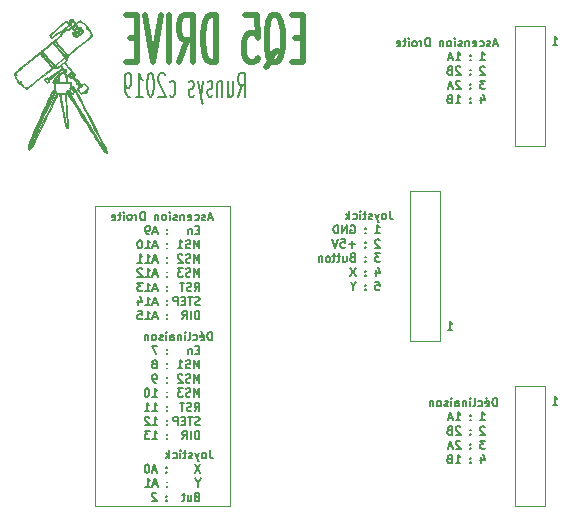
<source format=gbr>
G04 #@! TF.GenerationSoftware,KiCad,Pcbnew,5.1.5-52549c5~84~ubuntu18.04.1*
G04 #@! TF.CreationDate,2019-12-31T14:26:09+01:00*
G04 #@! TF.ProjectId,schema-2.0,73636865-6d61-42d3-922e-302e6b696361,rev?*
G04 #@! TF.SameCoordinates,Original*
G04 #@! TF.FileFunction,Legend,Bot*
G04 #@! TF.FilePolarity,Positive*
%FSLAX46Y46*%
G04 Gerber Fmt 4.6, Leading zero omitted, Abs format (unit mm)*
G04 Created by KiCad (PCBNEW 5.1.5-52549c5~84~ubuntu18.04.1) date 2019-12-31 14:26:09*
%MOMM*%
%LPD*%
G04 APERTURE LIST*
%ADD10C,0.120000*%
%ADD11C,0.150000*%
%ADD12C,0.500000*%
%ADD13C,0.050000*%
G04 APERTURE END LIST*
D10*
X111760000Y-85090000D02*
X111760000Y-110490000D01*
X100330000Y-85090000D02*
X111760000Y-85090000D01*
X100330000Y-110490000D02*
X100330000Y-85090000D01*
X111760000Y-110490000D02*
X100330000Y-110490000D01*
D11*
X106415833Y-97580000D02*
X106382500Y-97613333D01*
X106415833Y-97646666D01*
X106449166Y-97613333D01*
X106415833Y-97580000D01*
X106415833Y-97646666D01*
X106415833Y-97213333D02*
X106382500Y-97246666D01*
X106415833Y-97280000D01*
X106449166Y-97246666D01*
X106415833Y-97213333D01*
X106415833Y-97280000D01*
X105615833Y-96946666D02*
X105149166Y-96946666D01*
X105449166Y-97646666D01*
X106415833Y-98780000D02*
X106382500Y-98813333D01*
X106415833Y-98846666D01*
X106449166Y-98813333D01*
X106415833Y-98780000D01*
X106415833Y-98846666D01*
X106415833Y-98413333D02*
X106382500Y-98446666D01*
X106415833Y-98480000D01*
X106449166Y-98446666D01*
X106415833Y-98413333D01*
X106415833Y-98480000D01*
X105449166Y-98446666D02*
X105515833Y-98413333D01*
X105549166Y-98380000D01*
X105582500Y-98313333D01*
X105582500Y-98280000D01*
X105549166Y-98213333D01*
X105515833Y-98180000D01*
X105449166Y-98146666D01*
X105315833Y-98146666D01*
X105249166Y-98180000D01*
X105215833Y-98213333D01*
X105182500Y-98280000D01*
X105182500Y-98313333D01*
X105215833Y-98380000D01*
X105249166Y-98413333D01*
X105315833Y-98446666D01*
X105449166Y-98446666D01*
X105515833Y-98480000D01*
X105549166Y-98513333D01*
X105582500Y-98580000D01*
X105582500Y-98713333D01*
X105549166Y-98780000D01*
X105515833Y-98813333D01*
X105449166Y-98846666D01*
X105315833Y-98846666D01*
X105249166Y-98813333D01*
X105215833Y-98780000D01*
X105182500Y-98713333D01*
X105182500Y-98580000D01*
X105215833Y-98513333D01*
X105249166Y-98480000D01*
X105315833Y-98446666D01*
X106415833Y-99980000D02*
X106382500Y-100013333D01*
X106415833Y-100046666D01*
X106449166Y-100013333D01*
X106415833Y-99980000D01*
X106415833Y-100046666D01*
X106415833Y-99613333D02*
X106382500Y-99646666D01*
X106415833Y-99680000D01*
X106449166Y-99646666D01*
X106415833Y-99613333D01*
X106415833Y-99680000D01*
X105515833Y-100046666D02*
X105382500Y-100046666D01*
X105315833Y-100013333D01*
X105282500Y-99980000D01*
X105215833Y-99880000D01*
X105182500Y-99746666D01*
X105182500Y-99480000D01*
X105215833Y-99413333D01*
X105249166Y-99380000D01*
X105315833Y-99346666D01*
X105449166Y-99346666D01*
X105515833Y-99380000D01*
X105549166Y-99413333D01*
X105582500Y-99480000D01*
X105582500Y-99646666D01*
X105549166Y-99713333D01*
X105515833Y-99746666D01*
X105449166Y-99780000D01*
X105315833Y-99780000D01*
X105249166Y-99746666D01*
X105215833Y-99713333D01*
X105182500Y-99646666D01*
X106415833Y-101180000D02*
X106382500Y-101213333D01*
X106415833Y-101246666D01*
X106449166Y-101213333D01*
X106415833Y-101180000D01*
X106415833Y-101246666D01*
X106415833Y-100813333D02*
X106382500Y-100846666D01*
X106415833Y-100880000D01*
X106449166Y-100846666D01*
X106415833Y-100813333D01*
X106415833Y-100880000D01*
X105182500Y-101246666D02*
X105582500Y-101246666D01*
X105382500Y-101246666D02*
X105382500Y-100546666D01*
X105449166Y-100646666D01*
X105515833Y-100713333D01*
X105582500Y-100746666D01*
X104749166Y-100546666D02*
X104682500Y-100546666D01*
X104615833Y-100580000D01*
X104582500Y-100613333D01*
X104549166Y-100680000D01*
X104515833Y-100813333D01*
X104515833Y-100980000D01*
X104549166Y-101113333D01*
X104582500Y-101180000D01*
X104615833Y-101213333D01*
X104682500Y-101246666D01*
X104749166Y-101246666D01*
X104815833Y-101213333D01*
X104849166Y-101180000D01*
X104882500Y-101113333D01*
X104915833Y-100980000D01*
X104915833Y-100813333D01*
X104882500Y-100680000D01*
X104849166Y-100613333D01*
X104815833Y-100580000D01*
X104749166Y-100546666D01*
X106415833Y-102380000D02*
X106382500Y-102413333D01*
X106415833Y-102446666D01*
X106449166Y-102413333D01*
X106415833Y-102380000D01*
X106415833Y-102446666D01*
X106415833Y-102013333D02*
X106382500Y-102046666D01*
X106415833Y-102080000D01*
X106449166Y-102046666D01*
X106415833Y-102013333D01*
X106415833Y-102080000D01*
X105182500Y-102446666D02*
X105582500Y-102446666D01*
X105382500Y-102446666D02*
X105382500Y-101746666D01*
X105449166Y-101846666D01*
X105515833Y-101913333D01*
X105582500Y-101946666D01*
X104515833Y-102446666D02*
X104915833Y-102446666D01*
X104715833Y-102446666D02*
X104715833Y-101746666D01*
X104782500Y-101846666D01*
X104849166Y-101913333D01*
X104915833Y-101946666D01*
X106415833Y-103580000D02*
X106382500Y-103613333D01*
X106415833Y-103646666D01*
X106449166Y-103613333D01*
X106415833Y-103580000D01*
X106415833Y-103646666D01*
X106415833Y-103213333D02*
X106382500Y-103246666D01*
X106415833Y-103280000D01*
X106449166Y-103246666D01*
X106415833Y-103213333D01*
X106415833Y-103280000D01*
X105182500Y-103646666D02*
X105582500Y-103646666D01*
X105382500Y-103646666D02*
X105382500Y-102946666D01*
X105449166Y-103046666D01*
X105515833Y-103113333D01*
X105582500Y-103146666D01*
X104915833Y-103013333D02*
X104882500Y-102980000D01*
X104815833Y-102946666D01*
X104649166Y-102946666D01*
X104582500Y-102980000D01*
X104549166Y-103013333D01*
X104515833Y-103080000D01*
X104515833Y-103146666D01*
X104549166Y-103246666D01*
X104949166Y-103646666D01*
X104515833Y-103646666D01*
X106415833Y-104780000D02*
X106382500Y-104813333D01*
X106415833Y-104846666D01*
X106449166Y-104813333D01*
X106415833Y-104780000D01*
X106415833Y-104846666D01*
X106415833Y-104413333D02*
X106382500Y-104446666D01*
X106415833Y-104480000D01*
X106449166Y-104446666D01*
X106415833Y-104413333D01*
X106415833Y-104480000D01*
X105182500Y-104846666D02*
X105582500Y-104846666D01*
X105382500Y-104846666D02*
X105382500Y-104146666D01*
X105449166Y-104246666D01*
X105515833Y-104313333D01*
X105582500Y-104346666D01*
X104949166Y-104146666D02*
X104515833Y-104146666D01*
X104749166Y-104413333D01*
X104649166Y-104413333D01*
X104582500Y-104446666D01*
X104549166Y-104480000D01*
X104515833Y-104546666D01*
X104515833Y-104713333D01*
X104549166Y-104780000D01*
X104582500Y-104813333D01*
X104649166Y-104846666D01*
X104849166Y-104846666D01*
X104915833Y-104813333D01*
X104949166Y-104780000D01*
X106415833Y-87420000D02*
X106382500Y-87453333D01*
X106415833Y-87486666D01*
X106449166Y-87453333D01*
X106415833Y-87420000D01*
X106415833Y-87486666D01*
X106415833Y-87053333D02*
X106382500Y-87086666D01*
X106415833Y-87120000D01*
X106449166Y-87086666D01*
X106415833Y-87053333D01*
X106415833Y-87120000D01*
X105582500Y-87286666D02*
X105249166Y-87286666D01*
X105649166Y-87486666D02*
X105415833Y-86786666D01*
X105182500Y-87486666D01*
X104915833Y-87486666D02*
X104782500Y-87486666D01*
X104715833Y-87453333D01*
X104682500Y-87420000D01*
X104615833Y-87320000D01*
X104582500Y-87186666D01*
X104582500Y-86920000D01*
X104615833Y-86853333D01*
X104649166Y-86820000D01*
X104715833Y-86786666D01*
X104849166Y-86786666D01*
X104915833Y-86820000D01*
X104949166Y-86853333D01*
X104982500Y-86920000D01*
X104982500Y-87086666D01*
X104949166Y-87153333D01*
X104915833Y-87186666D01*
X104849166Y-87220000D01*
X104715833Y-87220000D01*
X104649166Y-87186666D01*
X104615833Y-87153333D01*
X104582500Y-87086666D01*
X106415833Y-88620000D02*
X106382500Y-88653333D01*
X106415833Y-88686666D01*
X106449166Y-88653333D01*
X106415833Y-88620000D01*
X106415833Y-88686666D01*
X106415833Y-88253333D02*
X106382500Y-88286666D01*
X106415833Y-88320000D01*
X106449166Y-88286666D01*
X106415833Y-88253333D01*
X106415833Y-88320000D01*
X105582500Y-88486666D02*
X105249166Y-88486666D01*
X105649166Y-88686666D02*
X105415833Y-87986666D01*
X105182500Y-88686666D01*
X104582500Y-88686666D02*
X104982500Y-88686666D01*
X104782500Y-88686666D02*
X104782500Y-87986666D01*
X104849166Y-88086666D01*
X104915833Y-88153333D01*
X104982500Y-88186666D01*
X104149166Y-87986666D02*
X104082500Y-87986666D01*
X104015833Y-88020000D01*
X103982500Y-88053333D01*
X103949166Y-88120000D01*
X103915833Y-88253333D01*
X103915833Y-88420000D01*
X103949166Y-88553333D01*
X103982500Y-88620000D01*
X104015833Y-88653333D01*
X104082500Y-88686666D01*
X104149166Y-88686666D01*
X104215833Y-88653333D01*
X104249166Y-88620000D01*
X104282500Y-88553333D01*
X104315833Y-88420000D01*
X104315833Y-88253333D01*
X104282500Y-88120000D01*
X104249166Y-88053333D01*
X104215833Y-88020000D01*
X104149166Y-87986666D01*
X106415833Y-89820000D02*
X106382500Y-89853333D01*
X106415833Y-89886666D01*
X106449166Y-89853333D01*
X106415833Y-89820000D01*
X106415833Y-89886666D01*
X106415833Y-89453333D02*
X106382500Y-89486666D01*
X106415833Y-89520000D01*
X106449166Y-89486666D01*
X106415833Y-89453333D01*
X106415833Y-89520000D01*
X105582500Y-89686666D02*
X105249166Y-89686666D01*
X105649166Y-89886666D02*
X105415833Y-89186666D01*
X105182500Y-89886666D01*
X104582500Y-89886666D02*
X104982500Y-89886666D01*
X104782500Y-89886666D02*
X104782500Y-89186666D01*
X104849166Y-89286666D01*
X104915833Y-89353333D01*
X104982500Y-89386666D01*
X103915833Y-89886666D02*
X104315833Y-89886666D01*
X104115833Y-89886666D02*
X104115833Y-89186666D01*
X104182500Y-89286666D01*
X104249166Y-89353333D01*
X104315833Y-89386666D01*
X106415833Y-91020000D02*
X106382500Y-91053333D01*
X106415833Y-91086666D01*
X106449166Y-91053333D01*
X106415833Y-91020000D01*
X106415833Y-91086666D01*
X106415833Y-90653333D02*
X106382500Y-90686666D01*
X106415833Y-90720000D01*
X106449166Y-90686666D01*
X106415833Y-90653333D01*
X106415833Y-90720000D01*
X105582500Y-90886666D02*
X105249166Y-90886666D01*
X105649166Y-91086666D02*
X105415833Y-90386666D01*
X105182500Y-91086666D01*
X104582500Y-91086666D02*
X104982500Y-91086666D01*
X104782500Y-91086666D02*
X104782500Y-90386666D01*
X104849166Y-90486666D01*
X104915833Y-90553333D01*
X104982500Y-90586666D01*
X104315833Y-90453333D02*
X104282500Y-90420000D01*
X104215833Y-90386666D01*
X104049166Y-90386666D01*
X103982500Y-90420000D01*
X103949166Y-90453333D01*
X103915833Y-90520000D01*
X103915833Y-90586666D01*
X103949166Y-90686666D01*
X104349166Y-91086666D01*
X103915833Y-91086666D01*
X106415833Y-92220000D02*
X106382500Y-92253333D01*
X106415833Y-92286666D01*
X106449166Y-92253333D01*
X106415833Y-92220000D01*
X106415833Y-92286666D01*
X106415833Y-91853333D02*
X106382500Y-91886666D01*
X106415833Y-91920000D01*
X106449166Y-91886666D01*
X106415833Y-91853333D01*
X106415833Y-91920000D01*
X105582500Y-92086666D02*
X105249166Y-92086666D01*
X105649166Y-92286666D02*
X105415833Y-91586666D01*
X105182500Y-92286666D01*
X104582500Y-92286666D02*
X104982500Y-92286666D01*
X104782500Y-92286666D02*
X104782500Y-91586666D01*
X104849166Y-91686666D01*
X104915833Y-91753333D01*
X104982500Y-91786666D01*
X104349166Y-91586666D02*
X103915833Y-91586666D01*
X104149166Y-91853333D01*
X104049166Y-91853333D01*
X103982500Y-91886666D01*
X103949166Y-91920000D01*
X103915833Y-91986666D01*
X103915833Y-92153333D01*
X103949166Y-92220000D01*
X103982500Y-92253333D01*
X104049166Y-92286666D01*
X104249166Y-92286666D01*
X104315833Y-92253333D01*
X104349166Y-92220000D01*
X106415833Y-93420000D02*
X106382500Y-93453333D01*
X106415833Y-93486666D01*
X106449166Y-93453333D01*
X106415833Y-93420000D01*
X106415833Y-93486666D01*
X106415833Y-93053333D02*
X106382500Y-93086666D01*
X106415833Y-93120000D01*
X106449166Y-93086666D01*
X106415833Y-93053333D01*
X106415833Y-93120000D01*
X105582500Y-93286666D02*
X105249166Y-93286666D01*
X105649166Y-93486666D02*
X105415833Y-92786666D01*
X105182500Y-93486666D01*
X104582500Y-93486666D02*
X104982500Y-93486666D01*
X104782500Y-93486666D02*
X104782500Y-92786666D01*
X104849166Y-92886666D01*
X104915833Y-92953333D01*
X104982500Y-92986666D01*
X103982500Y-93020000D02*
X103982500Y-93486666D01*
X104149166Y-92753333D02*
X104315833Y-93253333D01*
X103882500Y-93253333D01*
X106415833Y-94620000D02*
X106382500Y-94653333D01*
X106415833Y-94686666D01*
X106449166Y-94653333D01*
X106415833Y-94620000D01*
X106415833Y-94686666D01*
X106415833Y-94253333D02*
X106382500Y-94286666D01*
X106415833Y-94320000D01*
X106449166Y-94286666D01*
X106415833Y-94253333D01*
X106415833Y-94320000D01*
X105582500Y-94486666D02*
X105249166Y-94486666D01*
X105649166Y-94686666D02*
X105415833Y-93986666D01*
X105182500Y-94686666D01*
X104582500Y-94686666D02*
X104982500Y-94686666D01*
X104782500Y-94686666D02*
X104782500Y-93986666D01*
X104849166Y-94086666D01*
X104915833Y-94153333D01*
X104982500Y-94186666D01*
X103949166Y-93986666D02*
X104282500Y-93986666D01*
X104315833Y-94320000D01*
X104282500Y-94286666D01*
X104215833Y-94253333D01*
X104049166Y-94253333D01*
X103982500Y-94286666D01*
X103949166Y-94320000D01*
X103915833Y-94386666D01*
X103915833Y-94553333D01*
X103949166Y-94620000D01*
X103982500Y-94653333D01*
X104049166Y-94686666D01*
X104215833Y-94686666D01*
X104282500Y-94653333D01*
X104315833Y-94620000D01*
X130179166Y-95566666D02*
X130579166Y-95566666D01*
X130379166Y-95566666D02*
X130379166Y-94866666D01*
X130445833Y-94966666D01*
X130512500Y-95033333D01*
X130579166Y-95066666D01*
X139069166Y-101916666D02*
X139469166Y-101916666D01*
X139269166Y-101916666D02*
X139269166Y-101216666D01*
X139335833Y-101316666D01*
X139402500Y-101383333D01*
X139469166Y-101416666D01*
X139069166Y-71436666D02*
X139469166Y-71436666D01*
X139269166Y-71436666D02*
X139269166Y-70736666D01*
X139335833Y-70836666D01*
X139402500Y-70903333D01*
X139469166Y-70936666D01*
X125265833Y-85516666D02*
X125265833Y-86016666D01*
X125299166Y-86116666D01*
X125365833Y-86183333D01*
X125465833Y-86216666D01*
X125532500Y-86216666D01*
X124832500Y-86216666D02*
X124899166Y-86183333D01*
X124932500Y-86150000D01*
X124965833Y-86083333D01*
X124965833Y-85883333D01*
X124932500Y-85816666D01*
X124899166Y-85783333D01*
X124832500Y-85750000D01*
X124732500Y-85750000D01*
X124665833Y-85783333D01*
X124632500Y-85816666D01*
X124599166Y-85883333D01*
X124599166Y-86083333D01*
X124632500Y-86150000D01*
X124665833Y-86183333D01*
X124732500Y-86216666D01*
X124832500Y-86216666D01*
X124365833Y-85750000D02*
X124199166Y-86216666D01*
X124032500Y-85750000D02*
X124199166Y-86216666D01*
X124265833Y-86383333D01*
X124299166Y-86416666D01*
X124365833Y-86450000D01*
X123799166Y-86183333D02*
X123732500Y-86216666D01*
X123599166Y-86216666D01*
X123532500Y-86183333D01*
X123499166Y-86116666D01*
X123499166Y-86083333D01*
X123532500Y-86016666D01*
X123599166Y-85983333D01*
X123699166Y-85983333D01*
X123765833Y-85950000D01*
X123799166Y-85883333D01*
X123799166Y-85850000D01*
X123765833Y-85783333D01*
X123699166Y-85750000D01*
X123599166Y-85750000D01*
X123532500Y-85783333D01*
X123299166Y-85750000D02*
X123032500Y-85750000D01*
X123199166Y-85516666D02*
X123199166Y-86116666D01*
X123165833Y-86183333D01*
X123099166Y-86216666D01*
X123032500Y-86216666D01*
X122799166Y-86216666D02*
X122799166Y-85750000D01*
X122799166Y-85516666D02*
X122832500Y-85550000D01*
X122799166Y-85583333D01*
X122765833Y-85550000D01*
X122799166Y-85516666D01*
X122799166Y-85583333D01*
X122165833Y-86183333D02*
X122232500Y-86216666D01*
X122365833Y-86216666D01*
X122432500Y-86183333D01*
X122465833Y-86150000D01*
X122499166Y-86083333D01*
X122499166Y-85883333D01*
X122465833Y-85816666D01*
X122432500Y-85783333D01*
X122365833Y-85750000D01*
X122232500Y-85750000D01*
X122165833Y-85783333D01*
X121865833Y-86216666D02*
X121865833Y-85516666D01*
X121799166Y-85950000D02*
X121599166Y-86216666D01*
X121599166Y-85750000D02*
X121865833Y-86016666D01*
X124032500Y-87416666D02*
X124432500Y-87416666D01*
X124232500Y-87416666D02*
X124232500Y-86716666D01*
X124299166Y-86816666D01*
X124365833Y-86883333D01*
X124432500Y-86916666D01*
X123199166Y-87350000D02*
X123165833Y-87383333D01*
X123199166Y-87416666D01*
X123232500Y-87383333D01*
X123199166Y-87350000D01*
X123199166Y-87416666D01*
X123199166Y-86983333D02*
X123165833Y-87016666D01*
X123199166Y-87050000D01*
X123232500Y-87016666D01*
X123199166Y-86983333D01*
X123199166Y-87050000D01*
X121965833Y-86750000D02*
X122032500Y-86716666D01*
X122132500Y-86716666D01*
X122232500Y-86750000D01*
X122299166Y-86816666D01*
X122332500Y-86883333D01*
X122365833Y-87016666D01*
X122365833Y-87116666D01*
X122332500Y-87250000D01*
X122299166Y-87316666D01*
X122232500Y-87383333D01*
X122132500Y-87416666D01*
X122065833Y-87416666D01*
X121965833Y-87383333D01*
X121932500Y-87350000D01*
X121932500Y-87116666D01*
X122065833Y-87116666D01*
X121632500Y-87416666D02*
X121632500Y-86716666D01*
X121232500Y-87416666D01*
X121232500Y-86716666D01*
X120899166Y-87416666D02*
X120899166Y-86716666D01*
X120732500Y-86716666D01*
X120632500Y-86750000D01*
X120565833Y-86816666D01*
X120532500Y-86883333D01*
X120499166Y-87016666D01*
X120499166Y-87116666D01*
X120532500Y-87250000D01*
X120565833Y-87316666D01*
X120632500Y-87383333D01*
X120732500Y-87416666D01*
X120899166Y-87416666D01*
X124432500Y-87983333D02*
X124399166Y-87950000D01*
X124332500Y-87916666D01*
X124165833Y-87916666D01*
X124099166Y-87950000D01*
X124065833Y-87983333D01*
X124032500Y-88050000D01*
X124032500Y-88116666D01*
X124065833Y-88216666D01*
X124465833Y-88616666D01*
X124032500Y-88616666D01*
X123199166Y-88550000D02*
X123165833Y-88583333D01*
X123199166Y-88616666D01*
X123232500Y-88583333D01*
X123199166Y-88550000D01*
X123199166Y-88616666D01*
X123199166Y-88183333D02*
X123165833Y-88216666D01*
X123199166Y-88250000D01*
X123232500Y-88216666D01*
X123199166Y-88183333D01*
X123199166Y-88250000D01*
X122332500Y-88350000D02*
X121799166Y-88350000D01*
X122065833Y-88616666D02*
X122065833Y-88083333D01*
X121132500Y-87916666D02*
X121465833Y-87916666D01*
X121499166Y-88250000D01*
X121465833Y-88216666D01*
X121399166Y-88183333D01*
X121232500Y-88183333D01*
X121165833Y-88216666D01*
X121132500Y-88250000D01*
X121099166Y-88316666D01*
X121099166Y-88483333D01*
X121132500Y-88550000D01*
X121165833Y-88583333D01*
X121232500Y-88616666D01*
X121399166Y-88616666D01*
X121465833Y-88583333D01*
X121499166Y-88550000D01*
X120899166Y-87916666D02*
X120665833Y-88616666D01*
X120432500Y-87916666D01*
X124465833Y-89116666D02*
X124032500Y-89116666D01*
X124265833Y-89383333D01*
X124165833Y-89383333D01*
X124099166Y-89416666D01*
X124065833Y-89450000D01*
X124032500Y-89516666D01*
X124032500Y-89683333D01*
X124065833Y-89750000D01*
X124099166Y-89783333D01*
X124165833Y-89816666D01*
X124365833Y-89816666D01*
X124432500Y-89783333D01*
X124465833Y-89750000D01*
X123199166Y-89750000D02*
X123165833Y-89783333D01*
X123199166Y-89816666D01*
X123232500Y-89783333D01*
X123199166Y-89750000D01*
X123199166Y-89816666D01*
X123199166Y-89383333D02*
X123165833Y-89416666D01*
X123199166Y-89450000D01*
X123232500Y-89416666D01*
X123199166Y-89383333D01*
X123199166Y-89450000D01*
X122099166Y-89450000D02*
X121999166Y-89483333D01*
X121965833Y-89516666D01*
X121932500Y-89583333D01*
X121932500Y-89683333D01*
X121965833Y-89750000D01*
X121999166Y-89783333D01*
X122065833Y-89816666D01*
X122332500Y-89816666D01*
X122332500Y-89116666D01*
X122099166Y-89116666D01*
X122032500Y-89150000D01*
X121999166Y-89183333D01*
X121965833Y-89250000D01*
X121965833Y-89316666D01*
X121999166Y-89383333D01*
X122032500Y-89416666D01*
X122099166Y-89450000D01*
X122332500Y-89450000D01*
X121332500Y-89350000D02*
X121332500Y-89816666D01*
X121632500Y-89350000D02*
X121632500Y-89716666D01*
X121599166Y-89783333D01*
X121532500Y-89816666D01*
X121432500Y-89816666D01*
X121365833Y-89783333D01*
X121332500Y-89750000D01*
X121099166Y-89350000D02*
X120832500Y-89350000D01*
X120999166Y-89116666D02*
X120999166Y-89716666D01*
X120965833Y-89783333D01*
X120899166Y-89816666D01*
X120832500Y-89816666D01*
X120699166Y-89350000D02*
X120432500Y-89350000D01*
X120599166Y-89116666D02*
X120599166Y-89716666D01*
X120565833Y-89783333D01*
X120499166Y-89816666D01*
X120432500Y-89816666D01*
X120099166Y-89816666D02*
X120165833Y-89783333D01*
X120199166Y-89750000D01*
X120232500Y-89683333D01*
X120232500Y-89483333D01*
X120199166Y-89416666D01*
X120165833Y-89383333D01*
X120099166Y-89350000D01*
X119999166Y-89350000D01*
X119932500Y-89383333D01*
X119899166Y-89416666D01*
X119865833Y-89483333D01*
X119865833Y-89683333D01*
X119899166Y-89750000D01*
X119932500Y-89783333D01*
X119999166Y-89816666D01*
X120099166Y-89816666D01*
X119565833Y-89350000D02*
X119565833Y-89816666D01*
X119565833Y-89416666D02*
X119532500Y-89383333D01*
X119465833Y-89350000D01*
X119365833Y-89350000D01*
X119299166Y-89383333D01*
X119265833Y-89450000D01*
X119265833Y-89816666D01*
X124099166Y-90550000D02*
X124099166Y-91016666D01*
X124265833Y-90283333D02*
X124432500Y-90783333D01*
X123999166Y-90783333D01*
X123199166Y-90950000D02*
X123165833Y-90983333D01*
X123199166Y-91016666D01*
X123232500Y-90983333D01*
X123199166Y-90950000D01*
X123199166Y-91016666D01*
X123199166Y-90583333D02*
X123165833Y-90616666D01*
X123199166Y-90650000D01*
X123232500Y-90616666D01*
X123199166Y-90583333D01*
X123199166Y-90650000D01*
X122399166Y-90316666D02*
X121932500Y-91016666D01*
X121932500Y-90316666D02*
X122399166Y-91016666D01*
X124065833Y-91516666D02*
X124399166Y-91516666D01*
X124432500Y-91850000D01*
X124399166Y-91816666D01*
X124332500Y-91783333D01*
X124165833Y-91783333D01*
X124099166Y-91816666D01*
X124065833Y-91850000D01*
X124032500Y-91916666D01*
X124032500Y-92083333D01*
X124065833Y-92150000D01*
X124099166Y-92183333D01*
X124165833Y-92216666D01*
X124332500Y-92216666D01*
X124399166Y-92183333D01*
X124432500Y-92150000D01*
X123199166Y-92150000D02*
X123165833Y-92183333D01*
X123199166Y-92216666D01*
X123232500Y-92183333D01*
X123199166Y-92150000D01*
X123199166Y-92216666D01*
X123199166Y-91783333D02*
X123165833Y-91816666D01*
X123199166Y-91850000D01*
X123232500Y-91816666D01*
X123199166Y-91783333D01*
X123199166Y-91850000D01*
X122199166Y-91883333D02*
X122199166Y-92216666D01*
X122432500Y-91516666D02*
X122199166Y-91883333D01*
X121965833Y-91516666D01*
X110225833Y-96446666D02*
X110225833Y-95746666D01*
X110059166Y-95746666D01*
X109959166Y-95780000D01*
X109892500Y-95846666D01*
X109859166Y-95913333D01*
X109825833Y-96046666D01*
X109825833Y-96146666D01*
X109859166Y-96280000D01*
X109892500Y-96346666D01*
X109959166Y-96413333D01*
X110059166Y-96446666D01*
X110225833Y-96446666D01*
X109259166Y-96413333D02*
X109325833Y-96446666D01*
X109459166Y-96446666D01*
X109525833Y-96413333D01*
X109559166Y-96346666D01*
X109559166Y-96080000D01*
X109525833Y-96013333D01*
X109459166Y-95980000D01*
X109325833Y-95980000D01*
X109259166Y-96013333D01*
X109225833Y-96080000D01*
X109225833Y-96146666D01*
X109559166Y-96213333D01*
X109325833Y-95713333D02*
X109425833Y-95813333D01*
X108625833Y-96413333D02*
X108692500Y-96446666D01*
X108825833Y-96446666D01*
X108892500Y-96413333D01*
X108925833Y-96380000D01*
X108959166Y-96313333D01*
X108959166Y-96113333D01*
X108925833Y-96046666D01*
X108892500Y-96013333D01*
X108825833Y-95980000D01*
X108692500Y-95980000D01*
X108625833Y-96013333D01*
X108225833Y-96446666D02*
X108292500Y-96413333D01*
X108325833Y-96346666D01*
X108325833Y-95746666D01*
X107959166Y-96446666D02*
X107959166Y-95980000D01*
X107959166Y-95746666D02*
X107992500Y-95780000D01*
X107959166Y-95813333D01*
X107925833Y-95780000D01*
X107959166Y-95746666D01*
X107959166Y-95813333D01*
X107625833Y-95980000D02*
X107625833Y-96446666D01*
X107625833Y-96046666D02*
X107592500Y-96013333D01*
X107525833Y-95980000D01*
X107425833Y-95980000D01*
X107359166Y-96013333D01*
X107325833Y-96080000D01*
X107325833Y-96446666D01*
X106692500Y-96446666D02*
X106692500Y-96080000D01*
X106725833Y-96013333D01*
X106792500Y-95980000D01*
X106925833Y-95980000D01*
X106992500Y-96013333D01*
X106692500Y-96413333D02*
X106759166Y-96446666D01*
X106925833Y-96446666D01*
X106992500Y-96413333D01*
X107025833Y-96346666D01*
X107025833Y-96280000D01*
X106992500Y-96213333D01*
X106925833Y-96180000D01*
X106759166Y-96180000D01*
X106692500Y-96146666D01*
X106359166Y-96446666D02*
X106359166Y-95980000D01*
X106359166Y-95746666D02*
X106392500Y-95780000D01*
X106359166Y-95813333D01*
X106325833Y-95780000D01*
X106359166Y-95746666D01*
X106359166Y-95813333D01*
X106059166Y-96413333D02*
X105992500Y-96446666D01*
X105859166Y-96446666D01*
X105792500Y-96413333D01*
X105759166Y-96346666D01*
X105759166Y-96313333D01*
X105792500Y-96246666D01*
X105859166Y-96213333D01*
X105959166Y-96213333D01*
X106025833Y-96180000D01*
X106059166Y-96113333D01*
X106059166Y-96080000D01*
X106025833Y-96013333D01*
X105959166Y-95980000D01*
X105859166Y-95980000D01*
X105792500Y-96013333D01*
X105359166Y-96446666D02*
X105425833Y-96413333D01*
X105459166Y-96380000D01*
X105492500Y-96313333D01*
X105492500Y-96113333D01*
X105459166Y-96046666D01*
X105425833Y-96013333D01*
X105359166Y-95980000D01*
X105259166Y-95980000D01*
X105192500Y-96013333D01*
X105159166Y-96046666D01*
X105125833Y-96113333D01*
X105125833Y-96313333D01*
X105159166Y-96380000D01*
X105192500Y-96413333D01*
X105259166Y-96446666D01*
X105359166Y-96446666D01*
X104825833Y-95980000D02*
X104825833Y-96446666D01*
X104825833Y-96046666D02*
X104792500Y-96013333D01*
X104725833Y-95980000D01*
X104625833Y-95980000D01*
X104559166Y-96013333D01*
X104525833Y-96080000D01*
X104525833Y-96446666D01*
X109159166Y-97280000D02*
X108925833Y-97280000D01*
X108825833Y-97646666D02*
X109159166Y-97646666D01*
X109159166Y-96946666D01*
X108825833Y-96946666D01*
X108525833Y-97180000D02*
X108525833Y-97646666D01*
X108525833Y-97246666D02*
X108492500Y-97213333D01*
X108425833Y-97180000D01*
X108325833Y-97180000D01*
X108259166Y-97213333D01*
X108225833Y-97280000D01*
X108225833Y-97646666D01*
X109159166Y-98846666D02*
X109159166Y-98146666D01*
X108925833Y-98646666D01*
X108692500Y-98146666D01*
X108692500Y-98846666D01*
X108392500Y-98813333D02*
X108292500Y-98846666D01*
X108125833Y-98846666D01*
X108059166Y-98813333D01*
X108025833Y-98780000D01*
X107992500Y-98713333D01*
X107992500Y-98646666D01*
X108025833Y-98580000D01*
X108059166Y-98546666D01*
X108125833Y-98513333D01*
X108259166Y-98480000D01*
X108325833Y-98446666D01*
X108359166Y-98413333D01*
X108392500Y-98346666D01*
X108392500Y-98280000D01*
X108359166Y-98213333D01*
X108325833Y-98180000D01*
X108259166Y-98146666D01*
X108092500Y-98146666D01*
X107992500Y-98180000D01*
X107325833Y-98846666D02*
X107725833Y-98846666D01*
X107525833Y-98846666D02*
X107525833Y-98146666D01*
X107592500Y-98246666D01*
X107659166Y-98313333D01*
X107725833Y-98346666D01*
X109159166Y-100046666D02*
X109159166Y-99346666D01*
X108925833Y-99846666D01*
X108692500Y-99346666D01*
X108692500Y-100046666D01*
X108392500Y-100013333D02*
X108292500Y-100046666D01*
X108125833Y-100046666D01*
X108059166Y-100013333D01*
X108025833Y-99980000D01*
X107992500Y-99913333D01*
X107992500Y-99846666D01*
X108025833Y-99780000D01*
X108059166Y-99746666D01*
X108125833Y-99713333D01*
X108259166Y-99680000D01*
X108325833Y-99646666D01*
X108359166Y-99613333D01*
X108392500Y-99546666D01*
X108392500Y-99480000D01*
X108359166Y-99413333D01*
X108325833Y-99380000D01*
X108259166Y-99346666D01*
X108092500Y-99346666D01*
X107992500Y-99380000D01*
X107725833Y-99413333D02*
X107692500Y-99380000D01*
X107625833Y-99346666D01*
X107459166Y-99346666D01*
X107392500Y-99380000D01*
X107359166Y-99413333D01*
X107325833Y-99480000D01*
X107325833Y-99546666D01*
X107359166Y-99646666D01*
X107759166Y-100046666D01*
X107325833Y-100046666D01*
X109159166Y-101246666D02*
X109159166Y-100546666D01*
X108925833Y-101046666D01*
X108692500Y-100546666D01*
X108692500Y-101246666D01*
X108392500Y-101213333D02*
X108292500Y-101246666D01*
X108125833Y-101246666D01*
X108059166Y-101213333D01*
X108025833Y-101180000D01*
X107992500Y-101113333D01*
X107992500Y-101046666D01*
X108025833Y-100980000D01*
X108059166Y-100946666D01*
X108125833Y-100913333D01*
X108259166Y-100880000D01*
X108325833Y-100846666D01*
X108359166Y-100813333D01*
X108392500Y-100746666D01*
X108392500Y-100680000D01*
X108359166Y-100613333D01*
X108325833Y-100580000D01*
X108259166Y-100546666D01*
X108092500Y-100546666D01*
X107992500Y-100580000D01*
X107759166Y-100546666D02*
X107325833Y-100546666D01*
X107559166Y-100813333D01*
X107459166Y-100813333D01*
X107392500Y-100846666D01*
X107359166Y-100880000D01*
X107325833Y-100946666D01*
X107325833Y-101113333D01*
X107359166Y-101180000D01*
X107392500Y-101213333D01*
X107459166Y-101246666D01*
X107659166Y-101246666D01*
X107725833Y-101213333D01*
X107759166Y-101180000D01*
X108759166Y-102446666D02*
X108992500Y-102113333D01*
X109159166Y-102446666D02*
X109159166Y-101746666D01*
X108892500Y-101746666D01*
X108825833Y-101780000D01*
X108792500Y-101813333D01*
X108759166Y-101880000D01*
X108759166Y-101980000D01*
X108792500Y-102046666D01*
X108825833Y-102080000D01*
X108892500Y-102113333D01*
X109159166Y-102113333D01*
X108492500Y-102413333D02*
X108392500Y-102446666D01*
X108225833Y-102446666D01*
X108159166Y-102413333D01*
X108125833Y-102380000D01*
X108092500Y-102313333D01*
X108092500Y-102246666D01*
X108125833Y-102180000D01*
X108159166Y-102146666D01*
X108225833Y-102113333D01*
X108359166Y-102080000D01*
X108425833Y-102046666D01*
X108459166Y-102013333D01*
X108492500Y-101946666D01*
X108492500Y-101880000D01*
X108459166Y-101813333D01*
X108425833Y-101780000D01*
X108359166Y-101746666D01*
X108192500Y-101746666D01*
X108092500Y-101780000D01*
X107892500Y-101746666D02*
X107492500Y-101746666D01*
X107692500Y-102446666D02*
X107692500Y-101746666D01*
X109192500Y-103613333D02*
X109092500Y-103646666D01*
X108925833Y-103646666D01*
X108859166Y-103613333D01*
X108825833Y-103580000D01*
X108792500Y-103513333D01*
X108792500Y-103446666D01*
X108825833Y-103380000D01*
X108859166Y-103346666D01*
X108925833Y-103313333D01*
X109059166Y-103280000D01*
X109125833Y-103246666D01*
X109159166Y-103213333D01*
X109192500Y-103146666D01*
X109192500Y-103080000D01*
X109159166Y-103013333D01*
X109125833Y-102980000D01*
X109059166Y-102946666D01*
X108892500Y-102946666D01*
X108792500Y-102980000D01*
X108592500Y-102946666D02*
X108192500Y-102946666D01*
X108392500Y-103646666D02*
X108392500Y-102946666D01*
X107959166Y-103280000D02*
X107725833Y-103280000D01*
X107625833Y-103646666D02*
X107959166Y-103646666D01*
X107959166Y-102946666D01*
X107625833Y-102946666D01*
X107325833Y-103646666D02*
X107325833Y-102946666D01*
X107059166Y-102946666D01*
X106992500Y-102980000D01*
X106959166Y-103013333D01*
X106925833Y-103080000D01*
X106925833Y-103180000D01*
X106959166Y-103246666D01*
X106992500Y-103280000D01*
X107059166Y-103313333D01*
X107325833Y-103313333D01*
X109159166Y-104846666D02*
X109159166Y-104146666D01*
X108992500Y-104146666D01*
X108892500Y-104180000D01*
X108825833Y-104246666D01*
X108792500Y-104313333D01*
X108759166Y-104446666D01*
X108759166Y-104546666D01*
X108792500Y-104680000D01*
X108825833Y-104746666D01*
X108892500Y-104813333D01*
X108992500Y-104846666D01*
X109159166Y-104846666D01*
X108459166Y-104846666D02*
X108459166Y-104146666D01*
X107725833Y-104846666D02*
X107959166Y-104513333D01*
X108125833Y-104846666D02*
X108125833Y-104146666D01*
X107859166Y-104146666D01*
X107792500Y-104180000D01*
X107759166Y-104213333D01*
X107725833Y-104280000D01*
X107725833Y-104380000D01*
X107759166Y-104446666D01*
X107792500Y-104480000D01*
X107859166Y-104513333D01*
X108125833Y-104513333D01*
X110259166Y-86086666D02*
X109925833Y-86086666D01*
X110325833Y-86286666D02*
X110092500Y-85586666D01*
X109859166Y-86286666D01*
X109659166Y-86253333D02*
X109592500Y-86286666D01*
X109459166Y-86286666D01*
X109392500Y-86253333D01*
X109359166Y-86186666D01*
X109359166Y-86153333D01*
X109392500Y-86086666D01*
X109459166Y-86053333D01*
X109559166Y-86053333D01*
X109625833Y-86020000D01*
X109659166Y-85953333D01*
X109659166Y-85920000D01*
X109625833Y-85853333D01*
X109559166Y-85820000D01*
X109459166Y-85820000D01*
X109392500Y-85853333D01*
X108759166Y-86253333D02*
X108825833Y-86286666D01*
X108959166Y-86286666D01*
X109025833Y-86253333D01*
X109059166Y-86220000D01*
X109092500Y-86153333D01*
X109092500Y-85953333D01*
X109059166Y-85886666D01*
X109025833Y-85853333D01*
X108959166Y-85820000D01*
X108825833Y-85820000D01*
X108759166Y-85853333D01*
X108192500Y-86253333D02*
X108259166Y-86286666D01*
X108392500Y-86286666D01*
X108459166Y-86253333D01*
X108492500Y-86186666D01*
X108492500Y-85920000D01*
X108459166Y-85853333D01*
X108392500Y-85820000D01*
X108259166Y-85820000D01*
X108192500Y-85853333D01*
X108159166Y-85920000D01*
X108159166Y-85986666D01*
X108492500Y-86053333D01*
X107859166Y-85820000D02*
X107859166Y-86286666D01*
X107859166Y-85886666D02*
X107825833Y-85853333D01*
X107759166Y-85820000D01*
X107659166Y-85820000D01*
X107592500Y-85853333D01*
X107559166Y-85920000D01*
X107559166Y-86286666D01*
X107259166Y-86253333D02*
X107192500Y-86286666D01*
X107059166Y-86286666D01*
X106992500Y-86253333D01*
X106959166Y-86186666D01*
X106959166Y-86153333D01*
X106992500Y-86086666D01*
X107059166Y-86053333D01*
X107159166Y-86053333D01*
X107225833Y-86020000D01*
X107259166Y-85953333D01*
X107259166Y-85920000D01*
X107225833Y-85853333D01*
X107159166Y-85820000D01*
X107059166Y-85820000D01*
X106992500Y-85853333D01*
X106659166Y-86286666D02*
X106659166Y-85820000D01*
X106659166Y-85586666D02*
X106692500Y-85620000D01*
X106659166Y-85653333D01*
X106625833Y-85620000D01*
X106659166Y-85586666D01*
X106659166Y-85653333D01*
X106225833Y-86286666D02*
X106292500Y-86253333D01*
X106325833Y-86220000D01*
X106359166Y-86153333D01*
X106359166Y-85953333D01*
X106325833Y-85886666D01*
X106292500Y-85853333D01*
X106225833Y-85820000D01*
X106125833Y-85820000D01*
X106059166Y-85853333D01*
X106025833Y-85886666D01*
X105992500Y-85953333D01*
X105992500Y-86153333D01*
X106025833Y-86220000D01*
X106059166Y-86253333D01*
X106125833Y-86286666D01*
X106225833Y-86286666D01*
X105692500Y-85820000D02*
X105692500Y-86286666D01*
X105692500Y-85886666D02*
X105659166Y-85853333D01*
X105592500Y-85820000D01*
X105492500Y-85820000D01*
X105425833Y-85853333D01*
X105392500Y-85920000D01*
X105392500Y-86286666D01*
X104525833Y-86286666D02*
X104525833Y-85586666D01*
X104359166Y-85586666D01*
X104259166Y-85620000D01*
X104192500Y-85686666D01*
X104159166Y-85753333D01*
X104125833Y-85886666D01*
X104125833Y-85986666D01*
X104159166Y-86120000D01*
X104192500Y-86186666D01*
X104259166Y-86253333D01*
X104359166Y-86286666D01*
X104525833Y-86286666D01*
X103825833Y-86286666D02*
X103825833Y-85820000D01*
X103825833Y-85953333D02*
X103792500Y-85886666D01*
X103759166Y-85853333D01*
X103692500Y-85820000D01*
X103625833Y-85820000D01*
X103292500Y-86286666D02*
X103359166Y-86253333D01*
X103392500Y-86220000D01*
X103425833Y-86153333D01*
X103425833Y-85953333D01*
X103392500Y-85886666D01*
X103359166Y-85853333D01*
X103292500Y-85820000D01*
X103192500Y-85820000D01*
X103125833Y-85853333D01*
X103092500Y-85886666D01*
X103059166Y-85953333D01*
X103059166Y-86153333D01*
X103092500Y-86220000D01*
X103125833Y-86253333D01*
X103192500Y-86286666D01*
X103292500Y-86286666D01*
X102759166Y-86286666D02*
X102759166Y-85820000D01*
X102759166Y-85586666D02*
X102792500Y-85620000D01*
X102759166Y-85653333D01*
X102725833Y-85620000D01*
X102759166Y-85586666D01*
X102759166Y-85653333D01*
X102525833Y-85820000D02*
X102259166Y-85820000D01*
X102425833Y-85586666D02*
X102425833Y-86186666D01*
X102392500Y-86253333D01*
X102325833Y-86286666D01*
X102259166Y-86286666D01*
X101759166Y-86253333D02*
X101825833Y-86286666D01*
X101959166Y-86286666D01*
X102025833Y-86253333D01*
X102059166Y-86186666D01*
X102059166Y-85920000D01*
X102025833Y-85853333D01*
X101959166Y-85820000D01*
X101825833Y-85820000D01*
X101759166Y-85853333D01*
X101725833Y-85920000D01*
X101725833Y-85986666D01*
X102059166Y-86053333D01*
X109159166Y-87120000D02*
X108925833Y-87120000D01*
X108825833Y-87486666D02*
X109159166Y-87486666D01*
X109159166Y-86786666D01*
X108825833Y-86786666D01*
X108525833Y-87020000D02*
X108525833Y-87486666D01*
X108525833Y-87086666D02*
X108492500Y-87053333D01*
X108425833Y-87020000D01*
X108325833Y-87020000D01*
X108259166Y-87053333D01*
X108225833Y-87120000D01*
X108225833Y-87486666D01*
X109159166Y-88686666D02*
X109159166Y-87986666D01*
X108925833Y-88486666D01*
X108692500Y-87986666D01*
X108692500Y-88686666D01*
X108392500Y-88653333D02*
X108292500Y-88686666D01*
X108125833Y-88686666D01*
X108059166Y-88653333D01*
X108025833Y-88620000D01*
X107992500Y-88553333D01*
X107992500Y-88486666D01*
X108025833Y-88420000D01*
X108059166Y-88386666D01*
X108125833Y-88353333D01*
X108259166Y-88320000D01*
X108325833Y-88286666D01*
X108359166Y-88253333D01*
X108392500Y-88186666D01*
X108392500Y-88120000D01*
X108359166Y-88053333D01*
X108325833Y-88020000D01*
X108259166Y-87986666D01*
X108092500Y-87986666D01*
X107992500Y-88020000D01*
X107325833Y-88686666D02*
X107725833Y-88686666D01*
X107525833Y-88686666D02*
X107525833Y-87986666D01*
X107592500Y-88086666D01*
X107659166Y-88153333D01*
X107725833Y-88186666D01*
X109159166Y-89886666D02*
X109159166Y-89186666D01*
X108925833Y-89686666D01*
X108692500Y-89186666D01*
X108692500Y-89886666D01*
X108392500Y-89853333D02*
X108292500Y-89886666D01*
X108125833Y-89886666D01*
X108059166Y-89853333D01*
X108025833Y-89820000D01*
X107992500Y-89753333D01*
X107992500Y-89686666D01*
X108025833Y-89620000D01*
X108059166Y-89586666D01*
X108125833Y-89553333D01*
X108259166Y-89520000D01*
X108325833Y-89486666D01*
X108359166Y-89453333D01*
X108392500Y-89386666D01*
X108392500Y-89320000D01*
X108359166Y-89253333D01*
X108325833Y-89220000D01*
X108259166Y-89186666D01*
X108092500Y-89186666D01*
X107992500Y-89220000D01*
X107725833Y-89253333D02*
X107692500Y-89220000D01*
X107625833Y-89186666D01*
X107459166Y-89186666D01*
X107392500Y-89220000D01*
X107359166Y-89253333D01*
X107325833Y-89320000D01*
X107325833Y-89386666D01*
X107359166Y-89486666D01*
X107759166Y-89886666D01*
X107325833Y-89886666D01*
X109159166Y-91086666D02*
X109159166Y-90386666D01*
X108925833Y-90886666D01*
X108692500Y-90386666D01*
X108692500Y-91086666D01*
X108392500Y-91053333D02*
X108292500Y-91086666D01*
X108125833Y-91086666D01*
X108059166Y-91053333D01*
X108025833Y-91020000D01*
X107992500Y-90953333D01*
X107992500Y-90886666D01*
X108025833Y-90820000D01*
X108059166Y-90786666D01*
X108125833Y-90753333D01*
X108259166Y-90720000D01*
X108325833Y-90686666D01*
X108359166Y-90653333D01*
X108392500Y-90586666D01*
X108392500Y-90520000D01*
X108359166Y-90453333D01*
X108325833Y-90420000D01*
X108259166Y-90386666D01*
X108092500Y-90386666D01*
X107992500Y-90420000D01*
X107759166Y-90386666D02*
X107325833Y-90386666D01*
X107559166Y-90653333D01*
X107459166Y-90653333D01*
X107392500Y-90686666D01*
X107359166Y-90720000D01*
X107325833Y-90786666D01*
X107325833Y-90953333D01*
X107359166Y-91020000D01*
X107392500Y-91053333D01*
X107459166Y-91086666D01*
X107659166Y-91086666D01*
X107725833Y-91053333D01*
X107759166Y-91020000D01*
X108759166Y-92286666D02*
X108992500Y-91953333D01*
X109159166Y-92286666D02*
X109159166Y-91586666D01*
X108892500Y-91586666D01*
X108825833Y-91620000D01*
X108792500Y-91653333D01*
X108759166Y-91720000D01*
X108759166Y-91820000D01*
X108792500Y-91886666D01*
X108825833Y-91920000D01*
X108892500Y-91953333D01*
X109159166Y-91953333D01*
X108492500Y-92253333D02*
X108392500Y-92286666D01*
X108225833Y-92286666D01*
X108159166Y-92253333D01*
X108125833Y-92220000D01*
X108092500Y-92153333D01*
X108092500Y-92086666D01*
X108125833Y-92020000D01*
X108159166Y-91986666D01*
X108225833Y-91953333D01*
X108359166Y-91920000D01*
X108425833Y-91886666D01*
X108459166Y-91853333D01*
X108492500Y-91786666D01*
X108492500Y-91720000D01*
X108459166Y-91653333D01*
X108425833Y-91620000D01*
X108359166Y-91586666D01*
X108192500Y-91586666D01*
X108092500Y-91620000D01*
X107892500Y-91586666D02*
X107492500Y-91586666D01*
X107692500Y-92286666D02*
X107692500Y-91586666D01*
X109192500Y-93453333D02*
X109092500Y-93486666D01*
X108925833Y-93486666D01*
X108859166Y-93453333D01*
X108825833Y-93420000D01*
X108792500Y-93353333D01*
X108792500Y-93286666D01*
X108825833Y-93220000D01*
X108859166Y-93186666D01*
X108925833Y-93153333D01*
X109059166Y-93120000D01*
X109125833Y-93086666D01*
X109159166Y-93053333D01*
X109192500Y-92986666D01*
X109192500Y-92920000D01*
X109159166Y-92853333D01*
X109125833Y-92820000D01*
X109059166Y-92786666D01*
X108892500Y-92786666D01*
X108792500Y-92820000D01*
X108592500Y-92786666D02*
X108192500Y-92786666D01*
X108392500Y-93486666D02*
X108392500Y-92786666D01*
X107959166Y-93120000D02*
X107725833Y-93120000D01*
X107625833Y-93486666D02*
X107959166Y-93486666D01*
X107959166Y-92786666D01*
X107625833Y-92786666D01*
X107325833Y-93486666D02*
X107325833Y-92786666D01*
X107059166Y-92786666D01*
X106992500Y-92820000D01*
X106959166Y-92853333D01*
X106925833Y-92920000D01*
X106925833Y-93020000D01*
X106959166Y-93086666D01*
X106992500Y-93120000D01*
X107059166Y-93153333D01*
X107325833Y-93153333D01*
X109159166Y-94686666D02*
X109159166Y-93986666D01*
X108992500Y-93986666D01*
X108892500Y-94020000D01*
X108825833Y-94086666D01*
X108792500Y-94153333D01*
X108759166Y-94286666D01*
X108759166Y-94386666D01*
X108792500Y-94520000D01*
X108825833Y-94586666D01*
X108892500Y-94653333D01*
X108992500Y-94686666D01*
X109159166Y-94686666D01*
X108459166Y-94686666D02*
X108459166Y-93986666D01*
X107725833Y-94686666D02*
X107959166Y-94353333D01*
X108125833Y-94686666D02*
X108125833Y-93986666D01*
X107859166Y-93986666D01*
X107792500Y-94020000D01*
X107759166Y-94053333D01*
X107725833Y-94120000D01*
X107725833Y-94220000D01*
X107759166Y-94286666D01*
X107792500Y-94320000D01*
X107859166Y-94353333D01*
X108125833Y-94353333D01*
X110025833Y-105766666D02*
X110025833Y-106266666D01*
X110059166Y-106366666D01*
X110125833Y-106433333D01*
X110225833Y-106466666D01*
X110292500Y-106466666D01*
X109592500Y-106466666D02*
X109659166Y-106433333D01*
X109692500Y-106400000D01*
X109725833Y-106333333D01*
X109725833Y-106133333D01*
X109692500Y-106066666D01*
X109659166Y-106033333D01*
X109592500Y-106000000D01*
X109492500Y-106000000D01*
X109425833Y-106033333D01*
X109392500Y-106066666D01*
X109359166Y-106133333D01*
X109359166Y-106333333D01*
X109392500Y-106400000D01*
X109425833Y-106433333D01*
X109492500Y-106466666D01*
X109592500Y-106466666D01*
X109125833Y-106000000D02*
X108959166Y-106466666D01*
X108792500Y-106000000D02*
X108959166Y-106466666D01*
X109025833Y-106633333D01*
X109059166Y-106666666D01*
X109125833Y-106700000D01*
X108559166Y-106433333D02*
X108492500Y-106466666D01*
X108359166Y-106466666D01*
X108292500Y-106433333D01*
X108259166Y-106366666D01*
X108259166Y-106333333D01*
X108292500Y-106266666D01*
X108359166Y-106233333D01*
X108459166Y-106233333D01*
X108525833Y-106200000D01*
X108559166Y-106133333D01*
X108559166Y-106100000D01*
X108525833Y-106033333D01*
X108459166Y-106000000D01*
X108359166Y-106000000D01*
X108292500Y-106033333D01*
X108059166Y-106000000D02*
X107792500Y-106000000D01*
X107959166Y-105766666D02*
X107959166Y-106366666D01*
X107925833Y-106433333D01*
X107859166Y-106466666D01*
X107792500Y-106466666D01*
X107559166Y-106466666D02*
X107559166Y-106000000D01*
X107559166Y-105766666D02*
X107592500Y-105800000D01*
X107559166Y-105833333D01*
X107525833Y-105800000D01*
X107559166Y-105766666D01*
X107559166Y-105833333D01*
X106925833Y-106433333D02*
X106992500Y-106466666D01*
X107125833Y-106466666D01*
X107192500Y-106433333D01*
X107225833Y-106400000D01*
X107259166Y-106333333D01*
X107259166Y-106133333D01*
X107225833Y-106066666D01*
X107192500Y-106033333D01*
X107125833Y-106000000D01*
X106992500Y-106000000D01*
X106925833Y-106033333D01*
X106625833Y-106466666D02*
X106625833Y-105766666D01*
X106559166Y-106200000D02*
X106359166Y-106466666D01*
X106359166Y-106000000D02*
X106625833Y-106266666D01*
X109225833Y-106966666D02*
X108759166Y-107666666D01*
X108759166Y-106966666D02*
X109225833Y-107666666D01*
X106359166Y-107600000D02*
X106325833Y-107633333D01*
X106359166Y-107666666D01*
X106392500Y-107633333D01*
X106359166Y-107600000D01*
X106359166Y-107666666D01*
X106359166Y-107233333D02*
X106325833Y-107266666D01*
X106359166Y-107300000D01*
X106392500Y-107266666D01*
X106359166Y-107233333D01*
X106359166Y-107300000D01*
X105525833Y-107466666D02*
X105192500Y-107466666D01*
X105592500Y-107666666D02*
X105359166Y-106966666D01*
X105125833Y-107666666D01*
X104759166Y-106966666D02*
X104692500Y-106966666D01*
X104625833Y-107000000D01*
X104592500Y-107033333D01*
X104559166Y-107100000D01*
X104525833Y-107233333D01*
X104525833Y-107400000D01*
X104559166Y-107533333D01*
X104592500Y-107600000D01*
X104625833Y-107633333D01*
X104692500Y-107666666D01*
X104759166Y-107666666D01*
X104825833Y-107633333D01*
X104859166Y-107600000D01*
X104892500Y-107533333D01*
X104925833Y-107400000D01*
X104925833Y-107233333D01*
X104892500Y-107100000D01*
X104859166Y-107033333D01*
X104825833Y-107000000D01*
X104759166Y-106966666D01*
X109025833Y-108533333D02*
X109025833Y-108866666D01*
X109259166Y-108166666D02*
X109025833Y-108533333D01*
X108792500Y-108166666D01*
X106425833Y-108800000D02*
X106392500Y-108833333D01*
X106425833Y-108866666D01*
X106459166Y-108833333D01*
X106425833Y-108800000D01*
X106425833Y-108866666D01*
X106425833Y-108433333D02*
X106392500Y-108466666D01*
X106425833Y-108500000D01*
X106459166Y-108466666D01*
X106425833Y-108433333D01*
X106425833Y-108500000D01*
X105592500Y-108666666D02*
X105259166Y-108666666D01*
X105659166Y-108866666D02*
X105425833Y-108166666D01*
X105192500Y-108866666D01*
X104592500Y-108866666D02*
X104992500Y-108866666D01*
X104792500Y-108866666D02*
X104792500Y-108166666D01*
X104859166Y-108266666D01*
X104925833Y-108333333D01*
X104992500Y-108366666D01*
X108925833Y-109700000D02*
X108825833Y-109733333D01*
X108792500Y-109766666D01*
X108759166Y-109833333D01*
X108759166Y-109933333D01*
X108792500Y-110000000D01*
X108825833Y-110033333D01*
X108892500Y-110066666D01*
X109159166Y-110066666D01*
X109159166Y-109366666D01*
X108925833Y-109366666D01*
X108859166Y-109400000D01*
X108825833Y-109433333D01*
X108792500Y-109500000D01*
X108792500Y-109566666D01*
X108825833Y-109633333D01*
X108859166Y-109666666D01*
X108925833Y-109700000D01*
X109159166Y-109700000D01*
X108159166Y-109600000D02*
X108159166Y-110066666D01*
X108459166Y-109600000D02*
X108459166Y-109966666D01*
X108425833Y-110033333D01*
X108359166Y-110066666D01*
X108259166Y-110066666D01*
X108192500Y-110033333D01*
X108159166Y-110000000D01*
X107925833Y-109600000D02*
X107659166Y-109600000D01*
X107825833Y-109366666D02*
X107825833Y-109966666D01*
X107792500Y-110033333D01*
X107725833Y-110066666D01*
X107659166Y-110066666D01*
X106359166Y-110000000D02*
X106325833Y-110033333D01*
X106359166Y-110066666D01*
X106392500Y-110033333D01*
X106359166Y-110000000D01*
X106359166Y-110066666D01*
X106359166Y-109633333D02*
X106325833Y-109666666D01*
X106359166Y-109700000D01*
X106392500Y-109666666D01*
X106359166Y-109633333D01*
X106359166Y-109700000D01*
X105525833Y-109433333D02*
X105492500Y-109400000D01*
X105425833Y-109366666D01*
X105259166Y-109366666D01*
X105192500Y-109400000D01*
X105159166Y-109433333D01*
X105125833Y-109500000D01*
X105125833Y-109566666D01*
X105159166Y-109666666D01*
X105559166Y-110066666D01*
X105125833Y-110066666D01*
D10*
X127000000Y-96520000D02*
X129540000Y-96520000D01*
X129540000Y-96520000D02*
X129540000Y-83820000D01*
X127000000Y-83820000D02*
X127000000Y-96520000D01*
X129540000Y-83820000D02*
X127000000Y-83820000D01*
X138430000Y-100330000D02*
X135890000Y-100330000D01*
X138430000Y-110490000D02*
X138430000Y-100330000D01*
X135890000Y-110490000D02*
X138430000Y-110490000D01*
X135890000Y-100330000D02*
X135890000Y-110490000D01*
X135890000Y-69850000D02*
X135890000Y-80010000D01*
X138430000Y-69850000D02*
X135890000Y-69850000D01*
X138430000Y-80010000D02*
X138430000Y-69850000D01*
X135890000Y-80010000D02*
X138430000Y-80010000D01*
D11*
X112450000Y-75834761D02*
X112783333Y-74882380D01*
X113021428Y-75834761D02*
X113021428Y-73834761D01*
X112640476Y-73834761D01*
X112545238Y-73930000D01*
X112497619Y-74025238D01*
X112450000Y-74215714D01*
X112450000Y-74501428D01*
X112497619Y-74691904D01*
X112545238Y-74787142D01*
X112640476Y-74882380D01*
X113021428Y-74882380D01*
X111592857Y-74501428D02*
X111592857Y-75834761D01*
X112021428Y-74501428D02*
X112021428Y-75549047D01*
X111973809Y-75739523D01*
X111878571Y-75834761D01*
X111735714Y-75834761D01*
X111640476Y-75739523D01*
X111592857Y-75644285D01*
X111116666Y-74501428D02*
X111116666Y-75834761D01*
X111116666Y-74691904D02*
X111069047Y-74596666D01*
X110973809Y-74501428D01*
X110830952Y-74501428D01*
X110735714Y-74596666D01*
X110688095Y-74787142D01*
X110688095Y-75834761D01*
X110259523Y-75739523D02*
X110164285Y-75834761D01*
X109973809Y-75834761D01*
X109878571Y-75739523D01*
X109830952Y-75549047D01*
X109830952Y-75453809D01*
X109878571Y-75263333D01*
X109973809Y-75168095D01*
X110116666Y-75168095D01*
X110211904Y-75072857D01*
X110259523Y-74882380D01*
X110259523Y-74787142D01*
X110211904Y-74596666D01*
X110116666Y-74501428D01*
X109973809Y-74501428D01*
X109878571Y-74596666D01*
X109497619Y-74501428D02*
X109259523Y-75834761D01*
X109021428Y-74501428D02*
X109259523Y-75834761D01*
X109354761Y-76310952D01*
X109402380Y-76406190D01*
X109497619Y-76501428D01*
X108688095Y-75739523D02*
X108592857Y-75834761D01*
X108402380Y-75834761D01*
X108307142Y-75739523D01*
X108259523Y-75549047D01*
X108259523Y-75453809D01*
X108307142Y-75263333D01*
X108402380Y-75168095D01*
X108545238Y-75168095D01*
X108640476Y-75072857D01*
X108688095Y-74882380D01*
X108688095Y-74787142D01*
X108640476Y-74596666D01*
X108545238Y-74501428D01*
X108402380Y-74501428D01*
X108307142Y-74596666D01*
X106640476Y-75739523D02*
X106735714Y-75834761D01*
X106926190Y-75834761D01*
X107021428Y-75739523D01*
X107069047Y-75644285D01*
X107116666Y-75453809D01*
X107116666Y-74882380D01*
X107069047Y-74691904D01*
X107021428Y-74596666D01*
X106926190Y-74501428D01*
X106735714Y-74501428D01*
X106640476Y-74596666D01*
X106259523Y-74025238D02*
X106211904Y-73930000D01*
X106116666Y-73834761D01*
X105878571Y-73834761D01*
X105783333Y-73930000D01*
X105735714Y-74025238D01*
X105688095Y-74215714D01*
X105688095Y-74406190D01*
X105735714Y-74691904D01*
X106307142Y-75834761D01*
X105688095Y-75834761D01*
X105069047Y-73834761D02*
X104973809Y-73834761D01*
X104878571Y-73930000D01*
X104830952Y-74025238D01*
X104783333Y-74215714D01*
X104735714Y-74596666D01*
X104735714Y-75072857D01*
X104783333Y-75453809D01*
X104830952Y-75644285D01*
X104878571Y-75739523D01*
X104973809Y-75834761D01*
X105069047Y-75834761D01*
X105164285Y-75739523D01*
X105211904Y-75644285D01*
X105259523Y-75453809D01*
X105307142Y-75072857D01*
X105307142Y-74596666D01*
X105259523Y-74215714D01*
X105211904Y-74025238D01*
X105164285Y-73930000D01*
X105069047Y-73834761D01*
X103783333Y-75834761D02*
X104354761Y-75834761D01*
X104069047Y-75834761D02*
X104069047Y-73834761D01*
X104164285Y-74120476D01*
X104259523Y-74310952D01*
X104354761Y-74406190D01*
X103307142Y-75834761D02*
X103116666Y-75834761D01*
X103021428Y-75739523D01*
X102973809Y-75644285D01*
X102878571Y-75358571D01*
X102830952Y-74977619D01*
X102830952Y-74215714D01*
X102878571Y-74025238D01*
X102926190Y-73930000D01*
X103021428Y-73834761D01*
X103211904Y-73834761D01*
X103307142Y-73930000D01*
X103354761Y-74025238D01*
X103402380Y-74215714D01*
X103402380Y-74691904D01*
X103354761Y-74882380D01*
X103307142Y-74977619D01*
X103211904Y-75072857D01*
X103021428Y-75072857D01*
X102926190Y-74977619D01*
X102878571Y-74882380D01*
X102830952Y-74691904D01*
D12*
X117918571Y-70834285D02*
X117251904Y-70834285D01*
X116966190Y-72929523D02*
X117918571Y-72929523D01*
X117918571Y-68929523D01*
X116966190Y-68929523D01*
X114775714Y-73310476D02*
X114966190Y-73120000D01*
X115156666Y-72739047D01*
X115442380Y-72167619D01*
X115632857Y-71977142D01*
X115823333Y-71977142D01*
X115728095Y-72929523D02*
X115918571Y-72739047D01*
X116109047Y-72358095D01*
X116204285Y-71596190D01*
X116204285Y-70262857D01*
X116109047Y-69500952D01*
X115918571Y-69120000D01*
X115728095Y-68929523D01*
X115347142Y-68929523D01*
X115156666Y-69120000D01*
X114966190Y-69500952D01*
X114870952Y-70262857D01*
X114870952Y-71596190D01*
X114966190Y-72358095D01*
X115156666Y-72739047D01*
X115347142Y-72929523D01*
X115728095Y-72929523D01*
X113061428Y-68929523D02*
X114013809Y-68929523D01*
X114109047Y-70834285D01*
X114013809Y-70643809D01*
X113823333Y-70453333D01*
X113347142Y-70453333D01*
X113156666Y-70643809D01*
X113061428Y-70834285D01*
X112966190Y-71215238D01*
X112966190Y-72167619D01*
X113061428Y-72548571D01*
X113156666Y-72739047D01*
X113347142Y-72929523D01*
X113823333Y-72929523D01*
X114013809Y-72739047D01*
X114109047Y-72548571D01*
X110585238Y-72929523D02*
X110585238Y-68929523D01*
X110109047Y-68929523D01*
X109823333Y-69120000D01*
X109632857Y-69500952D01*
X109537619Y-69881904D01*
X109442380Y-70643809D01*
X109442380Y-71215238D01*
X109537619Y-71977142D01*
X109632857Y-72358095D01*
X109823333Y-72739047D01*
X110109047Y-72929523D01*
X110585238Y-72929523D01*
X107442380Y-72929523D02*
X108109047Y-71024761D01*
X108585238Y-72929523D02*
X108585238Y-68929523D01*
X107823333Y-68929523D01*
X107632857Y-69120000D01*
X107537619Y-69310476D01*
X107442380Y-69691428D01*
X107442380Y-70262857D01*
X107537619Y-70643809D01*
X107632857Y-70834285D01*
X107823333Y-71024761D01*
X108585238Y-71024761D01*
X106585238Y-72929523D02*
X106585238Y-68929523D01*
X105918571Y-68929523D02*
X105251904Y-72929523D01*
X104585238Y-68929523D01*
X103918571Y-70834285D02*
X103251904Y-70834285D01*
X102966190Y-72929523D02*
X103918571Y-72929523D01*
X103918571Y-68929523D01*
X102966190Y-68929523D01*
D11*
X134355833Y-102056666D02*
X134355833Y-101356666D01*
X134189166Y-101356666D01*
X134089166Y-101390000D01*
X134022500Y-101456666D01*
X133989166Y-101523333D01*
X133955833Y-101656666D01*
X133955833Y-101756666D01*
X133989166Y-101890000D01*
X134022500Y-101956666D01*
X134089166Y-102023333D01*
X134189166Y-102056666D01*
X134355833Y-102056666D01*
X133389166Y-102023333D02*
X133455833Y-102056666D01*
X133589166Y-102056666D01*
X133655833Y-102023333D01*
X133689166Y-101956666D01*
X133689166Y-101690000D01*
X133655833Y-101623333D01*
X133589166Y-101590000D01*
X133455833Y-101590000D01*
X133389166Y-101623333D01*
X133355833Y-101690000D01*
X133355833Y-101756666D01*
X133689166Y-101823333D01*
X133455833Y-101323333D02*
X133555833Y-101423333D01*
X132755833Y-102023333D02*
X132822500Y-102056666D01*
X132955833Y-102056666D01*
X133022500Y-102023333D01*
X133055833Y-101990000D01*
X133089166Y-101923333D01*
X133089166Y-101723333D01*
X133055833Y-101656666D01*
X133022500Y-101623333D01*
X132955833Y-101590000D01*
X132822500Y-101590000D01*
X132755833Y-101623333D01*
X132355833Y-102056666D02*
X132422500Y-102023333D01*
X132455833Y-101956666D01*
X132455833Y-101356666D01*
X132089166Y-102056666D02*
X132089166Y-101590000D01*
X132089166Y-101356666D02*
X132122500Y-101390000D01*
X132089166Y-101423333D01*
X132055833Y-101390000D01*
X132089166Y-101356666D01*
X132089166Y-101423333D01*
X131755833Y-101590000D02*
X131755833Y-102056666D01*
X131755833Y-101656666D02*
X131722500Y-101623333D01*
X131655833Y-101590000D01*
X131555833Y-101590000D01*
X131489166Y-101623333D01*
X131455833Y-101690000D01*
X131455833Y-102056666D01*
X130822500Y-102056666D02*
X130822500Y-101690000D01*
X130855833Y-101623333D01*
X130922500Y-101590000D01*
X131055833Y-101590000D01*
X131122500Y-101623333D01*
X130822500Y-102023333D02*
X130889166Y-102056666D01*
X131055833Y-102056666D01*
X131122500Y-102023333D01*
X131155833Y-101956666D01*
X131155833Y-101890000D01*
X131122500Y-101823333D01*
X131055833Y-101790000D01*
X130889166Y-101790000D01*
X130822500Y-101756666D01*
X130489166Y-102056666D02*
X130489166Y-101590000D01*
X130489166Y-101356666D02*
X130522500Y-101390000D01*
X130489166Y-101423333D01*
X130455833Y-101390000D01*
X130489166Y-101356666D01*
X130489166Y-101423333D01*
X130189166Y-102023333D02*
X130122500Y-102056666D01*
X129989166Y-102056666D01*
X129922500Y-102023333D01*
X129889166Y-101956666D01*
X129889166Y-101923333D01*
X129922500Y-101856666D01*
X129989166Y-101823333D01*
X130089166Y-101823333D01*
X130155833Y-101790000D01*
X130189166Y-101723333D01*
X130189166Y-101690000D01*
X130155833Y-101623333D01*
X130089166Y-101590000D01*
X129989166Y-101590000D01*
X129922500Y-101623333D01*
X129489166Y-102056666D02*
X129555833Y-102023333D01*
X129589166Y-101990000D01*
X129622500Y-101923333D01*
X129622500Y-101723333D01*
X129589166Y-101656666D01*
X129555833Y-101623333D01*
X129489166Y-101590000D01*
X129389166Y-101590000D01*
X129322500Y-101623333D01*
X129289166Y-101656666D01*
X129255833Y-101723333D01*
X129255833Y-101923333D01*
X129289166Y-101990000D01*
X129322500Y-102023333D01*
X129389166Y-102056666D01*
X129489166Y-102056666D01*
X128955833Y-101590000D02*
X128955833Y-102056666D01*
X128955833Y-101656666D02*
X128922500Y-101623333D01*
X128855833Y-101590000D01*
X128755833Y-101590000D01*
X128689166Y-101623333D01*
X128655833Y-101690000D01*
X128655833Y-102056666D01*
X132922500Y-103256666D02*
X133322500Y-103256666D01*
X133122500Y-103256666D02*
X133122500Y-102556666D01*
X133189166Y-102656666D01*
X133255833Y-102723333D01*
X133322500Y-102756666D01*
X132089166Y-103190000D02*
X132055833Y-103223333D01*
X132089166Y-103256666D01*
X132122500Y-103223333D01*
X132089166Y-103190000D01*
X132089166Y-103256666D01*
X132089166Y-102823333D02*
X132055833Y-102856666D01*
X132089166Y-102890000D01*
X132122500Y-102856666D01*
X132089166Y-102823333D01*
X132089166Y-102890000D01*
X130855833Y-103256666D02*
X131255833Y-103256666D01*
X131055833Y-103256666D02*
X131055833Y-102556666D01*
X131122500Y-102656666D01*
X131189166Y-102723333D01*
X131255833Y-102756666D01*
X130589166Y-103056666D02*
X130255833Y-103056666D01*
X130655833Y-103256666D02*
X130422500Y-102556666D01*
X130189166Y-103256666D01*
X133322500Y-103823333D02*
X133289166Y-103790000D01*
X133222500Y-103756666D01*
X133055833Y-103756666D01*
X132989166Y-103790000D01*
X132955833Y-103823333D01*
X132922500Y-103890000D01*
X132922500Y-103956666D01*
X132955833Y-104056666D01*
X133355833Y-104456666D01*
X132922500Y-104456666D01*
X132089166Y-104390000D02*
X132055833Y-104423333D01*
X132089166Y-104456666D01*
X132122500Y-104423333D01*
X132089166Y-104390000D01*
X132089166Y-104456666D01*
X132089166Y-104023333D02*
X132055833Y-104056666D01*
X132089166Y-104090000D01*
X132122500Y-104056666D01*
X132089166Y-104023333D01*
X132089166Y-104090000D01*
X131255833Y-103823333D02*
X131222500Y-103790000D01*
X131155833Y-103756666D01*
X130989166Y-103756666D01*
X130922500Y-103790000D01*
X130889166Y-103823333D01*
X130855833Y-103890000D01*
X130855833Y-103956666D01*
X130889166Y-104056666D01*
X131289166Y-104456666D01*
X130855833Y-104456666D01*
X130322500Y-104090000D02*
X130222500Y-104123333D01*
X130189166Y-104156666D01*
X130155833Y-104223333D01*
X130155833Y-104323333D01*
X130189166Y-104390000D01*
X130222500Y-104423333D01*
X130289166Y-104456666D01*
X130555833Y-104456666D01*
X130555833Y-103756666D01*
X130322500Y-103756666D01*
X130255833Y-103790000D01*
X130222500Y-103823333D01*
X130189166Y-103890000D01*
X130189166Y-103956666D01*
X130222500Y-104023333D01*
X130255833Y-104056666D01*
X130322500Y-104090000D01*
X130555833Y-104090000D01*
X133355833Y-104956666D02*
X132922500Y-104956666D01*
X133155833Y-105223333D01*
X133055833Y-105223333D01*
X132989166Y-105256666D01*
X132955833Y-105290000D01*
X132922500Y-105356666D01*
X132922500Y-105523333D01*
X132955833Y-105590000D01*
X132989166Y-105623333D01*
X133055833Y-105656666D01*
X133255833Y-105656666D01*
X133322500Y-105623333D01*
X133355833Y-105590000D01*
X132089166Y-105590000D02*
X132055833Y-105623333D01*
X132089166Y-105656666D01*
X132122500Y-105623333D01*
X132089166Y-105590000D01*
X132089166Y-105656666D01*
X132089166Y-105223333D02*
X132055833Y-105256666D01*
X132089166Y-105290000D01*
X132122500Y-105256666D01*
X132089166Y-105223333D01*
X132089166Y-105290000D01*
X131255833Y-105023333D02*
X131222500Y-104990000D01*
X131155833Y-104956666D01*
X130989166Y-104956666D01*
X130922500Y-104990000D01*
X130889166Y-105023333D01*
X130855833Y-105090000D01*
X130855833Y-105156666D01*
X130889166Y-105256666D01*
X131289166Y-105656666D01*
X130855833Y-105656666D01*
X130589166Y-105456666D02*
X130255833Y-105456666D01*
X130655833Y-105656666D02*
X130422500Y-104956666D01*
X130189166Y-105656666D01*
X132989166Y-106390000D02*
X132989166Y-106856666D01*
X133155833Y-106123333D02*
X133322500Y-106623333D01*
X132889166Y-106623333D01*
X132089166Y-106790000D02*
X132055833Y-106823333D01*
X132089166Y-106856666D01*
X132122500Y-106823333D01*
X132089166Y-106790000D01*
X132089166Y-106856666D01*
X132089166Y-106423333D02*
X132055833Y-106456666D01*
X132089166Y-106490000D01*
X132122500Y-106456666D01*
X132089166Y-106423333D01*
X132089166Y-106490000D01*
X130855833Y-106856666D02*
X131255833Y-106856666D01*
X131055833Y-106856666D02*
X131055833Y-106156666D01*
X131122500Y-106256666D01*
X131189166Y-106323333D01*
X131255833Y-106356666D01*
X130322500Y-106490000D02*
X130222500Y-106523333D01*
X130189166Y-106556666D01*
X130155833Y-106623333D01*
X130155833Y-106723333D01*
X130189166Y-106790000D01*
X130222500Y-106823333D01*
X130289166Y-106856666D01*
X130555833Y-106856666D01*
X130555833Y-106156666D01*
X130322500Y-106156666D01*
X130255833Y-106190000D01*
X130222500Y-106223333D01*
X130189166Y-106290000D01*
X130189166Y-106356666D01*
X130222500Y-106423333D01*
X130255833Y-106456666D01*
X130322500Y-106490000D01*
X130555833Y-106490000D01*
X134389166Y-71376666D02*
X134055833Y-71376666D01*
X134455833Y-71576666D02*
X134222500Y-70876666D01*
X133989166Y-71576666D01*
X133789166Y-71543333D02*
X133722500Y-71576666D01*
X133589166Y-71576666D01*
X133522500Y-71543333D01*
X133489166Y-71476666D01*
X133489166Y-71443333D01*
X133522500Y-71376666D01*
X133589166Y-71343333D01*
X133689166Y-71343333D01*
X133755833Y-71310000D01*
X133789166Y-71243333D01*
X133789166Y-71210000D01*
X133755833Y-71143333D01*
X133689166Y-71110000D01*
X133589166Y-71110000D01*
X133522500Y-71143333D01*
X132889166Y-71543333D02*
X132955833Y-71576666D01*
X133089166Y-71576666D01*
X133155833Y-71543333D01*
X133189166Y-71510000D01*
X133222500Y-71443333D01*
X133222500Y-71243333D01*
X133189166Y-71176666D01*
X133155833Y-71143333D01*
X133089166Y-71110000D01*
X132955833Y-71110000D01*
X132889166Y-71143333D01*
X132322500Y-71543333D02*
X132389166Y-71576666D01*
X132522500Y-71576666D01*
X132589166Y-71543333D01*
X132622500Y-71476666D01*
X132622500Y-71210000D01*
X132589166Y-71143333D01*
X132522500Y-71110000D01*
X132389166Y-71110000D01*
X132322500Y-71143333D01*
X132289166Y-71210000D01*
X132289166Y-71276666D01*
X132622500Y-71343333D01*
X131989166Y-71110000D02*
X131989166Y-71576666D01*
X131989166Y-71176666D02*
X131955833Y-71143333D01*
X131889166Y-71110000D01*
X131789166Y-71110000D01*
X131722500Y-71143333D01*
X131689166Y-71210000D01*
X131689166Y-71576666D01*
X131389166Y-71543333D02*
X131322500Y-71576666D01*
X131189166Y-71576666D01*
X131122500Y-71543333D01*
X131089166Y-71476666D01*
X131089166Y-71443333D01*
X131122500Y-71376666D01*
X131189166Y-71343333D01*
X131289166Y-71343333D01*
X131355833Y-71310000D01*
X131389166Y-71243333D01*
X131389166Y-71210000D01*
X131355833Y-71143333D01*
X131289166Y-71110000D01*
X131189166Y-71110000D01*
X131122500Y-71143333D01*
X130789166Y-71576666D02*
X130789166Y-71110000D01*
X130789166Y-70876666D02*
X130822500Y-70910000D01*
X130789166Y-70943333D01*
X130755833Y-70910000D01*
X130789166Y-70876666D01*
X130789166Y-70943333D01*
X130355833Y-71576666D02*
X130422500Y-71543333D01*
X130455833Y-71510000D01*
X130489166Y-71443333D01*
X130489166Y-71243333D01*
X130455833Y-71176666D01*
X130422500Y-71143333D01*
X130355833Y-71110000D01*
X130255833Y-71110000D01*
X130189166Y-71143333D01*
X130155833Y-71176666D01*
X130122500Y-71243333D01*
X130122500Y-71443333D01*
X130155833Y-71510000D01*
X130189166Y-71543333D01*
X130255833Y-71576666D01*
X130355833Y-71576666D01*
X129822500Y-71110000D02*
X129822500Y-71576666D01*
X129822500Y-71176666D02*
X129789166Y-71143333D01*
X129722500Y-71110000D01*
X129622500Y-71110000D01*
X129555833Y-71143333D01*
X129522500Y-71210000D01*
X129522500Y-71576666D01*
X128655833Y-71576666D02*
X128655833Y-70876666D01*
X128489166Y-70876666D01*
X128389166Y-70910000D01*
X128322500Y-70976666D01*
X128289166Y-71043333D01*
X128255833Y-71176666D01*
X128255833Y-71276666D01*
X128289166Y-71410000D01*
X128322500Y-71476666D01*
X128389166Y-71543333D01*
X128489166Y-71576666D01*
X128655833Y-71576666D01*
X127955833Y-71576666D02*
X127955833Y-71110000D01*
X127955833Y-71243333D02*
X127922500Y-71176666D01*
X127889166Y-71143333D01*
X127822500Y-71110000D01*
X127755833Y-71110000D01*
X127422500Y-71576666D02*
X127489166Y-71543333D01*
X127522500Y-71510000D01*
X127555833Y-71443333D01*
X127555833Y-71243333D01*
X127522500Y-71176666D01*
X127489166Y-71143333D01*
X127422500Y-71110000D01*
X127322500Y-71110000D01*
X127255833Y-71143333D01*
X127222500Y-71176666D01*
X127189166Y-71243333D01*
X127189166Y-71443333D01*
X127222500Y-71510000D01*
X127255833Y-71543333D01*
X127322500Y-71576666D01*
X127422500Y-71576666D01*
X126889166Y-71576666D02*
X126889166Y-71110000D01*
X126889166Y-70876666D02*
X126922500Y-70910000D01*
X126889166Y-70943333D01*
X126855833Y-70910000D01*
X126889166Y-70876666D01*
X126889166Y-70943333D01*
X126655833Y-71110000D02*
X126389166Y-71110000D01*
X126555833Y-70876666D02*
X126555833Y-71476666D01*
X126522500Y-71543333D01*
X126455833Y-71576666D01*
X126389166Y-71576666D01*
X125889166Y-71543333D02*
X125955833Y-71576666D01*
X126089166Y-71576666D01*
X126155833Y-71543333D01*
X126189166Y-71476666D01*
X126189166Y-71210000D01*
X126155833Y-71143333D01*
X126089166Y-71110000D01*
X125955833Y-71110000D01*
X125889166Y-71143333D01*
X125855833Y-71210000D01*
X125855833Y-71276666D01*
X126189166Y-71343333D01*
X132922500Y-72776666D02*
X133322500Y-72776666D01*
X133122500Y-72776666D02*
X133122500Y-72076666D01*
X133189166Y-72176666D01*
X133255833Y-72243333D01*
X133322500Y-72276666D01*
X132089166Y-72710000D02*
X132055833Y-72743333D01*
X132089166Y-72776666D01*
X132122500Y-72743333D01*
X132089166Y-72710000D01*
X132089166Y-72776666D01*
X132089166Y-72343333D02*
X132055833Y-72376666D01*
X132089166Y-72410000D01*
X132122500Y-72376666D01*
X132089166Y-72343333D01*
X132089166Y-72410000D01*
X130855833Y-72776666D02*
X131255833Y-72776666D01*
X131055833Y-72776666D02*
X131055833Y-72076666D01*
X131122500Y-72176666D01*
X131189166Y-72243333D01*
X131255833Y-72276666D01*
X130589166Y-72576666D02*
X130255833Y-72576666D01*
X130655833Y-72776666D02*
X130422500Y-72076666D01*
X130189166Y-72776666D01*
X133322500Y-73343333D02*
X133289166Y-73310000D01*
X133222500Y-73276666D01*
X133055833Y-73276666D01*
X132989166Y-73310000D01*
X132955833Y-73343333D01*
X132922500Y-73410000D01*
X132922500Y-73476666D01*
X132955833Y-73576666D01*
X133355833Y-73976666D01*
X132922500Y-73976666D01*
X132089166Y-73910000D02*
X132055833Y-73943333D01*
X132089166Y-73976666D01*
X132122500Y-73943333D01*
X132089166Y-73910000D01*
X132089166Y-73976666D01*
X132089166Y-73543333D02*
X132055833Y-73576666D01*
X132089166Y-73610000D01*
X132122500Y-73576666D01*
X132089166Y-73543333D01*
X132089166Y-73610000D01*
X131255833Y-73343333D02*
X131222500Y-73310000D01*
X131155833Y-73276666D01*
X130989166Y-73276666D01*
X130922500Y-73310000D01*
X130889166Y-73343333D01*
X130855833Y-73410000D01*
X130855833Y-73476666D01*
X130889166Y-73576666D01*
X131289166Y-73976666D01*
X130855833Y-73976666D01*
X130322500Y-73610000D02*
X130222500Y-73643333D01*
X130189166Y-73676666D01*
X130155833Y-73743333D01*
X130155833Y-73843333D01*
X130189166Y-73910000D01*
X130222500Y-73943333D01*
X130289166Y-73976666D01*
X130555833Y-73976666D01*
X130555833Y-73276666D01*
X130322500Y-73276666D01*
X130255833Y-73310000D01*
X130222500Y-73343333D01*
X130189166Y-73410000D01*
X130189166Y-73476666D01*
X130222500Y-73543333D01*
X130255833Y-73576666D01*
X130322500Y-73610000D01*
X130555833Y-73610000D01*
X133355833Y-74476666D02*
X132922500Y-74476666D01*
X133155833Y-74743333D01*
X133055833Y-74743333D01*
X132989166Y-74776666D01*
X132955833Y-74810000D01*
X132922500Y-74876666D01*
X132922500Y-75043333D01*
X132955833Y-75110000D01*
X132989166Y-75143333D01*
X133055833Y-75176666D01*
X133255833Y-75176666D01*
X133322500Y-75143333D01*
X133355833Y-75110000D01*
X132089166Y-75110000D02*
X132055833Y-75143333D01*
X132089166Y-75176666D01*
X132122500Y-75143333D01*
X132089166Y-75110000D01*
X132089166Y-75176666D01*
X132089166Y-74743333D02*
X132055833Y-74776666D01*
X132089166Y-74810000D01*
X132122500Y-74776666D01*
X132089166Y-74743333D01*
X132089166Y-74810000D01*
X131255833Y-74543333D02*
X131222500Y-74510000D01*
X131155833Y-74476666D01*
X130989166Y-74476666D01*
X130922500Y-74510000D01*
X130889166Y-74543333D01*
X130855833Y-74610000D01*
X130855833Y-74676666D01*
X130889166Y-74776666D01*
X131289166Y-75176666D01*
X130855833Y-75176666D01*
X130589166Y-74976666D02*
X130255833Y-74976666D01*
X130655833Y-75176666D02*
X130422500Y-74476666D01*
X130189166Y-75176666D01*
X132989166Y-75910000D02*
X132989166Y-76376666D01*
X133155833Y-75643333D02*
X133322500Y-76143333D01*
X132889166Y-76143333D01*
X132089166Y-76310000D02*
X132055833Y-76343333D01*
X132089166Y-76376666D01*
X132122500Y-76343333D01*
X132089166Y-76310000D01*
X132089166Y-76376666D01*
X132089166Y-75943333D02*
X132055833Y-75976666D01*
X132089166Y-76010000D01*
X132122500Y-75976666D01*
X132089166Y-75943333D01*
X132089166Y-76010000D01*
X130855833Y-76376666D02*
X131255833Y-76376666D01*
X131055833Y-76376666D02*
X131055833Y-75676666D01*
X131122500Y-75776666D01*
X131189166Y-75843333D01*
X131255833Y-75876666D01*
X130322500Y-76010000D02*
X130222500Y-76043333D01*
X130189166Y-76076666D01*
X130155833Y-76143333D01*
X130155833Y-76243333D01*
X130189166Y-76310000D01*
X130222500Y-76343333D01*
X130289166Y-76376666D01*
X130555833Y-76376666D01*
X130555833Y-75676666D01*
X130322500Y-75676666D01*
X130255833Y-75710000D01*
X130222500Y-75743333D01*
X130189166Y-75810000D01*
X130189166Y-75876666D01*
X130222500Y-75943333D01*
X130255833Y-75976666D01*
X130322500Y-76010000D01*
X130555833Y-76010000D01*
D13*
G36*
X98231962Y-69286084D02*
G01*
X98144376Y-69351311D01*
X98102784Y-69422211D01*
X98094262Y-69464188D01*
X98102943Y-69514878D01*
X98132636Y-69586534D01*
X98185726Y-69688774D01*
X98294075Y-69888494D01*
X98151933Y-70015806D01*
X98069683Y-70084728D01*
X98015263Y-70117590D01*
X97981270Y-70118558D01*
X97975820Y-70114924D01*
X97920940Y-70092837D01*
X97893465Y-70091760D01*
X97846719Y-70094038D01*
X97830956Y-70084343D01*
X97849181Y-70056976D01*
X97904396Y-70006238D01*
X97965792Y-69954489D01*
X98059568Y-69873730D01*
X98117035Y-69814425D01*
X98144782Y-69766106D01*
X98146644Y-69746822D01*
X98085713Y-69746822D01*
X97992134Y-69828855D01*
X97909922Y-69901175D01*
X97825336Y-69975950D01*
X97809576Y-69989936D01*
X97645680Y-70130331D01*
X97514903Y-70230726D01*
X97415940Y-70292042D01*
X97350470Y-70314907D01*
X97281430Y-70330279D01*
X97237146Y-70351002D01*
X97104127Y-70455812D01*
X96976588Y-70554598D01*
X96861492Y-70642133D01*
X96765803Y-70713194D01*
X96696483Y-70762553D01*
X96660496Y-70784987D01*
X96657737Y-70785790D01*
X96625733Y-70767703D01*
X96596661Y-70739000D01*
X96561951Y-70694436D01*
X96548187Y-70656843D01*
X96559817Y-70617710D01*
X96601291Y-70568526D01*
X96677058Y-70500779D01*
X96755057Y-70435962D01*
X96874070Y-70334601D01*
X96999983Y-70221770D01*
X97113541Y-70114942D01*
X97163292Y-70065548D01*
X97258315Y-69974451D01*
X97379272Y-69867024D01*
X97508815Y-69758336D01*
X97602284Y-69684203D01*
X97713192Y-69599797D01*
X97790608Y-69544249D01*
X97842976Y-69513240D01*
X97878739Y-69502448D01*
X97906341Y-69507554D01*
X97925864Y-69518622D01*
X97977020Y-69567555D01*
X98027544Y-69638591D01*
X98034977Y-69651847D01*
X98085713Y-69746822D01*
X98146644Y-69746822D01*
X98149398Y-69718302D01*
X98141390Y-69675471D01*
X98113810Y-69620295D01*
X98061579Y-69551218D01*
X97997572Y-69481873D01*
X97934664Y-69425892D01*
X97885731Y-69396906D01*
X97876941Y-69395474D01*
X97842042Y-69411974D01*
X97775113Y-69457054D01*
X97684371Y-69524083D01*
X97578029Y-69606431D01*
X97464303Y-69697466D01*
X97351408Y-69790558D01*
X97247560Y-69879076D01*
X97160973Y-69956390D01*
X97099863Y-70015867D01*
X97079960Y-70038745D01*
X97031779Y-70090985D01*
X96951977Y-70165641D01*
X96851558Y-70252840D01*
X96741525Y-70342708D01*
X96739090Y-70344632D01*
X96613340Y-70447225D01*
X96528272Y-70527204D01*
X96480208Y-70591815D01*
X96465470Y-70648303D01*
X96480381Y-70703915D01*
X96521263Y-70765894D01*
X96523682Y-70768984D01*
X96569139Y-70823247D01*
X96609411Y-70855415D01*
X96652852Y-70863434D01*
X96707814Y-70845250D01*
X96782653Y-70798809D01*
X96885720Y-70722057D01*
X96964671Y-70660534D01*
X97103095Y-70553142D01*
X97206725Y-70476177D01*
X97282045Y-70426069D01*
X97335535Y-70399249D01*
X97373680Y-70392147D01*
X97402960Y-70401194D01*
X97417175Y-70411376D01*
X97444141Y-70442044D01*
X97432513Y-70473741D01*
X97414724Y-70494522D01*
X97386519Y-70547559D01*
X97386660Y-70584753D01*
X97379102Y-70615064D01*
X97337208Y-70664151D01*
X97257532Y-70735404D01*
X97136629Y-70832212D01*
X97129218Y-70837955D01*
X97002880Y-70936819D01*
X96870482Y-71042210D01*
X96749159Y-71140401D01*
X96668661Y-71207003D01*
X96543441Y-71311428D01*
X96398317Y-71431002D01*
X96244192Y-71556875D01*
X96091970Y-71680198D01*
X95952557Y-71792123D01*
X95836855Y-71883799D01*
X95784306Y-71924672D01*
X95723398Y-71972536D01*
X95626673Y-72049820D01*
X95499653Y-72152028D01*
X95347862Y-72274661D01*
X95176822Y-72413221D01*
X94992056Y-72563210D01*
X94799085Y-72720131D01*
X94603433Y-72879486D01*
X94410622Y-73036776D01*
X94226176Y-73187504D01*
X94055615Y-73327173D01*
X93904464Y-73451283D01*
X93778245Y-73555338D01*
X93682479Y-73634839D01*
X93624707Y-73683554D01*
X93546056Y-73752557D01*
X93492439Y-73809272D01*
X93463614Y-73863393D01*
X93459338Y-73924613D01*
X93479369Y-74002624D01*
X93523464Y-74107120D01*
X93591380Y-74247794D01*
X93609653Y-74284882D01*
X93687486Y-74433751D01*
X93761342Y-74551149D01*
X93844555Y-74656194D01*
X93937491Y-74754994D01*
X94051998Y-74863486D01*
X94171733Y-74964972D01*
X94287607Y-75052859D01*
X94390533Y-75120553D01*
X94471420Y-75161462D01*
X94510441Y-75170632D01*
X94540447Y-75154333D01*
X94607969Y-75107509D01*
X94649393Y-75077053D01*
X94543082Y-75077053D01*
X94529713Y-75090421D01*
X94516345Y-75077053D01*
X94529713Y-75063684D01*
X94543082Y-75077053D01*
X94649393Y-75077053D01*
X94708951Y-75033266D01*
X94839335Y-74934709D01*
X94995066Y-74814946D01*
X95172085Y-74677082D01*
X95366337Y-74524223D01*
X95573765Y-74359477D01*
X95664069Y-74287300D01*
X95924695Y-74079169D01*
X96146557Y-73903287D01*
X96332095Y-73757819D01*
X96483747Y-73640930D01*
X96603955Y-73550784D01*
X96695155Y-73485546D01*
X96759788Y-73443381D01*
X96800293Y-73422452D01*
X96816972Y-73419768D01*
X96873937Y-73417288D01*
X96935495Y-73390523D01*
X96959780Y-73376849D01*
X96653445Y-73376849D01*
X96633001Y-73398584D01*
X96578574Y-73446396D01*
X96498277Y-73513385D01*
X96400222Y-73592652D01*
X96392760Y-73598594D01*
X96310540Y-73664266D01*
X96193556Y-73758057D01*
X96048634Y-73874474D01*
X95882602Y-74008027D01*
X95702287Y-74153226D01*
X95514516Y-74304579D01*
X95358555Y-74430407D01*
X95158786Y-74590528D01*
X94983482Y-74728754D01*
X94835561Y-74842894D01*
X94717935Y-74930757D01*
X94633522Y-74990149D01*
X94585236Y-75018881D01*
X94574542Y-75019866D01*
X94544551Y-74993430D01*
X94489876Y-74983474D01*
X94431694Y-74992795D01*
X94403908Y-75013309D01*
X94380457Y-75010527D01*
X94325180Y-74979173D01*
X94247287Y-74924964D01*
X94186901Y-74878600D01*
X94092724Y-74802376D01*
X94035324Y-74750832D01*
X94008705Y-74716554D01*
X94006876Y-74692123D01*
X94020828Y-74673065D01*
X94057616Y-74622648D01*
X94047306Y-74580888D01*
X94020580Y-74554744D01*
X93977703Y-74534666D01*
X93948391Y-74551470D01*
X93909550Y-74578920D01*
X93896323Y-74582421D01*
X93868450Y-74560469D01*
X93823441Y-74502116D01*
X93768415Y-74418619D01*
X93710492Y-74321233D01*
X93656789Y-74221216D01*
X93623401Y-74150878D01*
X93588586Y-74068769D01*
X93575332Y-74025114D01*
X93582384Y-74010002D01*
X93605908Y-74012838D01*
X93658817Y-74007793D01*
X93681147Y-73964606D01*
X93674058Y-73913761D01*
X93640618Y-73868010D01*
X93593967Y-73868340D01*
X93554162Y-73907316D01*
X93532555Y-73938039D01*
X93530391Y-73920220D01*
X93533077Y-73900998D01*
X93539078Y-73884781D01*
X93554844Y-73862314D01*
X93583280Y-73831139D01*
X93627289Y-73788797D01*
X93689776Y-73732828D01*
X93773646Y-73660773D01*
X93881802Y-73570173D01*
X94017148Y-73458568D01*
X94182590Y-73323499D01*
X94381031Y-73162508D01*
X94615375Y-72973134D01*
X94888527Y-72752919D01*
X94896196Y-72746741D01*
X95064960Y-72611945D01*
X95221154Y-72489394D01*
X95359807Y-72382819D01*
X95475947Y-72295951D01*
X95564602Y-72232522D01*
X95620800Y-72196262D01*
X95639014Y-72189302D01*
X95664209Y-72214065D01*
X95717694Y-72272741D01*
X95794157Y-72359107D01*
X95888281Y-72466942D01*
X95994753Y-72590025D01*
X96108259Y-72722135D01*
X96223484Y-72857050D01*
X96335113Y-72988549D01*
X96437833Y-73110411D01*
X96526329Y-73216414D01*
X96595286Y-73300338D01*
X96639391Y-73355961D01*
X96653445Y-73376849D01*
X96959780Y-73376849D01*
X96986848Y-73361608D01*
X97021443Y-73364939D01*
X97056495Y-73392767D01*
X97088393Y-73417425D01*
X97117968Y-73420086D01*
X97159603Y-73396546D01*
X97227415Y-73342817D01*
X97295492Y-73290217D01*
X97347875Y-73255520D01*
X97368318Y-73247058D01*
X97398101Y-73267169D01*
X97442559Y-73314709D01*
X97450679Y-73324772D01*
X97510802Y-73401005D01*
X96942850Y-73822130D01*
X96789138Y-73935331D01*
X96647877Y-74037896D01*
X96525212Y-74125479D01*
X96427290Y-74193734D01*
X96360255Y-74238318D01*
X96330955Y-74254746D01*
X96283782Y-74250064D01*
X96269048Y-74237171D01*
X96224833Y-74209763D01*
X96160255Y-74219451D01*
X96090381Y-74263278D01*
X96078368Y-74274599D01*
X96035976Y-74321448D01*
X96027027Y-74358366D01*
X96047986Y-74410785D01*
X96056989Y-74428336D01*
X96136822Y-74559685D01*
X96213859Y-74638330D01*
X96289367Y-74664887D01*
X96364617Y-74639970D01*
X96410872Y-74599823D01*
X96450682Y-74543833D01*
X96450907Y-74525102D01*
X96366674Y-74525102D01*
X96354470Y-74551707D01*
X96297307Y-74580661D01*
X96237180Y-74556275D01*
X96180713Y-74488886D01*
X96131764Y-74395909D01*
X96125484Y-74332832D01*
X96161657Y-74297602D01*
X96212101Y-74302590D01*
X96268489Y-74341888D01*
X96320157Y-74401443D01*
X96356440Y-74467199D01*
X96366674Y-74525102D01*
X96450907Y-74525102D01*
X96451324Y-74490477D01*
X96445223Y-74472166D01*
X96439783Y-74450412D01*
X96443817Y-74427527D01*
X96462043Y-74399202D01*
X96499180Y-74361130D01*
X96559949Y-74309000D01*
X96649069Y-74238503D01*
X96771260Y-74145331D01*
X96931242Y-74025175D01*
X96951007Y-74010381D01*
X97134537Y-73872903D01*
X97279532Y-73764324D01*
X97390484Y-73681797D01*
X97471888Y-73622474D01*
X97528236Y-73583505D01*
X97564023Y-73562042D01*
X97583740Y-73555238D01*
X97591883Y-73560243D01*
X97592944Y-73574210D01*
X97591416Y-73594289D01*
X97591082Y-73604631D01*
X97576408Y-73658978D01*
X97526016Y-73711587D01*
X97477450Y-73745462D01*
X97413697Y-73789235D01*
X97321135Y-73856346D01*
X97211735Y-73937722D01*
X97097469Y-74024292D01*
X96990310Y-74106984D01*
X96902229Y-74176724D01*
X96845198Y-74224441D01*
X96844237Y-74225306D01*
X96821848Y-74256155D01*
X96835586Y-74290995D01*
X96857559Y-74316975D01*
X96886516Y-74352548D01*
X96889076Y-74379959D01*
X96860059Y-74414265D01*
X96808981Y-74458176D01*
X96750390Y-74515170D01*
X96714743Y-74564924D01*
X96709615Y-74582421D01*
X96726688Y-74639710D01*
X96764483Y-74684153D01*
X96806522Y-74696896D01*
X96809029Y-74696171D01*
X96824436Y-74704255D01*
X96834621Y-74745155D01*
X96840355Y-74825370D01*
X96842411Y-74951401D01*
X96842450Y-74977378D01*
X96842450Y-75269843D01*
X96759439Y-75293764D01*
X96744852Y-75299178D01*
X96729820Y-75308829D01*
X96712944Y-75325649D01*
X96692822Y-75352571D01*
X96668055Y-75392529D01*
X96637242Y-75448456D01*
X96598983Y-75523284D01*
X96551878Y-75619947D01*
X96494525Y-75741378D01*
X96425526Y-75890510D01*
X96343479Y-76070276D01*
X96246984Y-76283608D01*
X96134641Y-76533441D01*
X96005050Y-76822706D01*
X95856810Y-77154338D01*
X95688520Y-77531269D01*
X95650234Y-77617053D01*
X95475996Y-78007686D01*
X95322414Y-78352590D01*
X95188210Y-78654801D01*
X95072105Y-78917358D01*
X94972820Y-79143298D01*
X94889075Y-79335659D01*
X94819593Y-79497477D01*
X94763093Y-79631791D01*
X94718296Y-79741638D01*
X94683925Y-79830056D01*
X94658699Y-79900082D01*
X94641339Y-79954754D01*
X94630567Y-79997110D01*
X94625104Y-80030186D01*
X94623667Y-80055049D01*
X94632414Y-80186126D01*
X94658223Y-80277924D01*
X94699235Y-80325279D01*
X94722894Y-80330718D01*
X94774078Y-80317447D01*
X94830179Y-80275310D01*
X94893942Y-80200430D01*
X94968113Y-80088933D01*
X95055435Y-79936943D01*
X95158655Y-79740584D01*
X95202670Y-79653426D01*
X95260619Y-79537032D01*
X95336231Y-79384173D01*
X95427210Y-79199551D01*
X95531261Y-78987871D01*
X95646089Y-78753837D01*
X95769399Y-78502151D01*
X95898897Y-78237519D01*
X96032287Y-77964644D01*
X96167275Y-77688229D01*
X96301565Y-77412979D01*
X96432863Y-77143597D01*
X96558873Y-76884787D01*
X96677301Y-76641253D01*
X96785852Y-76417698D01*
X96882230Y-76218827D01*
X96964141Y-76049343D01*
X97029290Y-75913950D01*
X97075382Y-75817352D01*
X97099551Y-75765526D01*
X97139729Y-75684261D01*
X97173955Y-75641798D01*
X97205959Y-75629401D01*
X97061083Y-75629401D01*
X96399158Y-76984174D01*
X96259219Y-77270490D01*
X96112293Y-77570916D01*
X95962675Y-77876685D01*
X95814660Y-78179028D01*
X95672540Y-78469174D01*
X95540611Y-78738356D01*
X95423166Y-78977804D01*
X95324500Y-79178750D01*
X95316747Y-79194526D01*
X95181663Y-79467735D01*
X95067702Y-79694348D01*
X94973655Y-79876359D01*
X94898310Y-80015760D01*
X94840460Y-80114541D01*
X94798893Y-80174697D01*
X94772400Y-80198218D01*
X94759772Y-80187098D01*
X94759799Y-80143327D01*
X94765325Y-80102599D01*
X94785298Y-80028692D01*
X94822020Y-79930483D01*
X94840244Y-79889684D01*
X94756976Y-79889684D01*
X94743608Y-79903053D01*
X94730240Y-79889684D01*
X94743608Y-79876316D01*
X94756976Y-79889684D01*
X94840244Y-79889684D01*
X94861583Y-79841915D01*
X94870741Y-79822842D01*
X94783713Y-79822842D01*
X94773931Y-79844850D01*
X94765889Y-79840667D01*
X94762689Y-79808936D01*
X94765889Y-79805018D01*
X94781784Y-79808688D01*
X94783713Y-79822842D01*
X94870741Y-79822842D01*
X94902837Y-79756000D01*
X94810450Y-79756000D01*
X94797082Y-79769368D01*
X94783713Y-79756000D01*
X94797082Y-79742632D01*
X94810450Y-79756000D01*
X94902837Y-79756000D01*
X94913212Y-79734395D01*
X94974700Y-79604143D01*
X95033804Y-79477116D01*
X95040811Y-79461895D01*
X95085946Y-79364956D01*
X95148126Y-79233155D01*
X95221060Y-79079741D01*
X95298453Y-78917965D01*
X95351912Y-78806842D01*
X95429706Y-78644380D01*
X95508232Y-78478327D01*
X95580896Y-78322768D01*
X95641103Y-78191787D01*
X95671077Y-78125053D01*
X95723222Y-78009196D01*
X95773508Y-77901071D01*
X95814109Y-77817360D01*
X95827811Y-77790842D01*
X95857585Y-77732376D01*
X95904096Y-77637346D01*
X95961574Y-77517694D01*
X96024248Y-77385361D01*
X96040995Y-77349684D01*
X96105970Y-77211370D01*
X96168937Y-77078010D01*
X96223475Y-76963162D01*
X96263160Y-76880385D01*
X96268969Y-76868421D01*
X96305842Y-76791904D01*
X96358483Y-76681563D01*
X96419951Y-76551987D01*
X96483310Y-76417766D01*
X96485132Y-76413895D01*
X96561011Y-76252876D01*
X96647277Y-76070113D01*
X96731834Y-75891219D01*
X96786088Y-75776612D01*
X96905360Y-75524895D01*
X96807079Y-75524895D01*
X96793155Y-75554732D01*
X96758370Y-75628300D01*
X96704881Y-75741064D01*
X96634845Y-75888487D01*
X96550417Y-76066034D01*
X96453753Y-76269170D01*
X96347011Y-76493359D01*
X96232347Y-76734066D01*
X96168321Y-76868421D01*
X96035315Y-77147755D01*
X95897021Y-77438672D01*
X95757497Y-77732608D01*
X95620800Y-78020999D01*
X95490986Y-78295278D01*
X95372112Y-78546882D01*
X95268235Y-78767246D01*
X95184458Y-78945572D01*
X95096524Y-79132393D01*
X95015842Y-79302238D01*
X94945171Y-79449421D01*
X94887270Y-79568260D01*
X94844897Y-79653069D01*
X94820812Y-79698164D01*
X94816373Y-79703993D01*
X94825528Y-79678773D01*
X94854767Y-79608643D01*
X94902375Y-79497523D01*
X94966638Y-79349333D01*
X95045840Y-79167991D01*
X95138265Y-78957417D01*
X95242200Y-78721529D01*
X95355927Y-78464247D01*
X95477733Y-78189490D01*
X95573308Y-77974421D01*
X95752439Y-77571733D01*
X95911136Y-77215094D01*
X96050728Y-76901711D01*
X96172544Y-76628788D01*
X96277916Y-76393533D01*
X96368172Y-76193150D01*
X96444643Y-76024844D01*
X96508658Y-75885823D01*
X96561547Y-75773291D01*
X96604641Y-75684455D01*
X96639268Y-75616519D01*
X96666760Y-75566689D01*
X96688445Y-75532172D01*
X96705653Y-75510173D01*
X96719715Y-75497897D01*
X96731960Y-75492550D01*
X96743718Y-75491338D01*
X96754973Y-75491474D01*
X96803119Y-75501883D01*
X96807079Y-75524895D01*
X96905360Y-75524895D01*
X96936029Y-75460170D01*
X96998556Y-75544786D01*
X97061083Y-75629401D01*
X97205959Y-75629401D01*
X97213728Y-75626392D01*
X97236997Y-75625158D01*
X97311376Y-75625158D01*
X97558398Y-76978876D01*
X97607000Y-77243061D01*
X97653722Y-77492909D01*
X97697529Y-77723164D01*
X97737386Y-77928568D01*
X97772257Y-78103863D01*
X97801105Y-78243792D01*
X97822896Y-78343097D01*
X97836593Y-78396522D01*
X97838870Y-78402613D01*
X97885691Y-78460136D01*
X97943849Y-78481135D01*
X97996942Y-78462348D01*
X98016032Y-78437831D01*
X98022092Y-78424218D01*
X98026797Y-78405674D01*
X98029943Y-78378246D01*
X98031106Y-78344443D01*
X97949197Y-78344443D01*
X97947865Y-78385077D01*
X97947295Y-78386713D01*
X97932990Y-78397838D01*
X97917475Y-78382451D01*
X97899484Y-78335951D01*
X97877755Y-78253740D01*
X97851024Y-78131216D01*
X97818025Y-77963781D01*
X97789856Y-77813812D01*
X97757064Y-77635692D01*
X97724853Y-77458558D01*
X97695596Y-77295625D01*
X97671668Y-77160111D01*
X97656622Y-77072329D01*
X97637881Y-76964070D01*
X97620804Y-76872841D01*
X97608332Y-76814131D01*
X97605862Y-76804961D01*
X97597463Y-76766661D01*
X97581999Y-76686009D01*
X97561162Y-76572675D01*
X97536645Y-76436327D01*
X97510139Y-76286635D01*
X97483336Y-76133269D01*
X97457927Y-75985898D01*
X97435606Y-75854190D01*
X97418062Y-75747816D01*
X97406989Y-75676446D01*
X97403924Y-75650809D01*
X97428395Y-75638167D01*
X97492795Y-75629006D01*
X97583604Y-75625178D01*
X97591082Y-75625158D01*
X97689073Y-75626363D01*
X97745259Y-75632461D01*
X97771295Y-75647179D01*
X97778835Y-75674244D01*
X97779233Y-75685316D01*
X97781512Y-75734496D01*
X97786991Y-75824351D01*
X97794859Y-75942234D01*
X97804300Y-76075497D01*
X97804605Y-76079684D01*
X97832431Y-76465238D01*
X97857737Y-76824097D01*
X97880342Y-77153355D01*
X97900067Y-77450104D01*
X97916733Y-77711435D01*
X97930158Y-77934443D01*
X97940164Y-78116218D01*
X97946570Y-78253854D01*
X97949197Y-78344443D01*
X98031106Y-78344443D01*
X98031329Y-78337984D01*
X98030752Y-78280937D01*
X98028010Y-78203151D01*
X98022900Y-78100677D01*
X98015220Y-77969562D01*
X98004768Y-77805856D01*
X97991342Y-77605606D01*
X97974738Y-77364861D01*
X97954756Y-77079670D01*
X97931191Y-76746081D01*
X97924725Y-76654773D01*
X97909239Y-76434815D01*
X97895037Y-76230489D01*
X97882553Y-76048247D01*
X97872223Y-75894546D01*
X97864481Y-75775839D01*
X97859761Y-75698581D01*
X97858450Y-75670418D01*
X97871485Y-75635323D01*
X97919091Y-75628866D01*
X97931181Y-75630066D01*
X97942787Y-75630483D01*
X97952818Y-75630391D01*
X97962921Y-75632296D01*
X97974741Y-75638704D01*
X97989927Y-75652120D01*
X98010122Y-75675050D01*
X98036976Y-75709997D01*
X98072132Y-75759469D01*
X98117239Y-75825970D01*
X98173943Y-75912005D01*
X98243889Y-76020080D01*
X98328725Y-76152700D01*
X98430096Y-76312370D01*
X98549650Y-76501597D01*
X98689032Y-76722884D01*
X98849889Y-76978737D01*
X99033868Y-77271663D01*
X99242614Y-77604165D01*
X99477775Y-77978750D01*
X99544454Y-78084947D01*
X99788196Y-78472947D01*
X100005301Y-78818081D01*
X100197414Y-79122867D01*
X100366176Y-79389823D01*
X100513232Y-79621467D01*
X100640224Y-79820317D01*
X100748796Y-79988890D01*
X100840592Y-80129705D01*
X100917253Y-80245280D01*
X100980425Y-80338132D01*
X101031749Y-80410779D01*
X101072869Y-80465740D01*
X101105429Y-80505532D01*
X101131072Y-80532673D01*
X101151441Y-80549681D01*
X101154265Y-80551594D01*
X101234311Y-80589095D01*
X101305394Y-80596812D01*
X101343152Y-80580386D01*
X101358211Y-80550157D01*
X101356834Y-80501451D01*
X101347535Y-80467362D01*
X101254029Y-80467362D01*
X101252835Y-80480606D01*
X101246877Y-80482504D01*
X101232598Y-80467943D01*
X101206435Y-80431809D01*
X101164829Y-80368989D01*
X101104219Y-80274369D01*
X101021046Y-80142836D01*
X100954215Y-80036737D01*
X100903044Y-79954743D01*
X100826819Y-79831603D01*
X100728309Y-79671832D01*
X100610286Y-79479947D01*
X100475520Y-79260463D01*
X100326784Y-79017897D01*
X100166848Y-78756766D01*
X99998483Y-78481585D01*
X99911301Y-78338947D01*
X99810240Y-78338947D01*
X99796871Y-78352316D01*
X99783503Y-78338947D01*
X99796871Y-78325579D01*
X99810240Y-78338947D01*
X99911301Y-78338947D01*
X99862275Y-78258737D01*
X99756766Y-78258737D01*
X99743398Y-78272105D01*
X99730029Y-78258737D01*
X99743398Y-78245368D01*
X99756766Y-78258737D01*
X99862275Y-78258737D01*
X99836698Y-78216891D01*
X99723474Y-78216891D01*
X99719817Y-78218632D01*
X99695417Y-78199809D01*
X99689924Y-78191895D01*
X99683111Y-78166899D01*
X99686768Y-78165158D01*
X99711168Y-78183980D01*
X99716661Y-78191895D01*
X99723474Y-78216891D01*
X99836698Y-78216891D01*
X99824460Y-78196870D01*
X99780608Y-78125053D01*
X99676555Y-78125053D01*
X99663187Y-78138421D01*
X99649819Y-78125053D01*
X99663187Y-78111684D01*
X99676555Y-78125053D01*
X99780608Y-78125053D01*
X99731630Y-78044842D01*
X99623082Y-78044842D01*
X99609713Y-78058211D01*
X99596345Y-78044842D01*
X99609713Y-78031474D01*
X99623082Y-78044842D01*
X99731630Y-78044842D01*
X99706079Y-78002996D01*
X99589790Y-78002996D01*
X99586132Y-78004737D01*
X99561733Y-77985915D01*
X99556240Y-77978000D01*
X99549427Y-77953004D01*
X99553084Y-77951263D01*
X99577483Y-77970085D01*
X99582976Y-77978000D01*
X99589790Y-78002996D01*
X99706079Y-78002996D01*
X99658163Y-77924526D01*
X99650008Y-77911158D01*
X99542871Y-77911158D01*
X99529503Y-77924526D01*
X99516134Y-77911158D01*
X99529503Y-77897790D01*
X99542871Y-77911158D01*
X99650008Y-77911158D01*
X99624478Y-77869312D01*
X99509579Y-77869312D01*
X99505922Y-77871053D01*
X99481522Y-77852230D01*
X99476029Y-77844316D01*
X99469216Y-77819320D01*
X99472873Y-77817579D01*
X99497273Y-77836401D01*
X99502766Y-77844316D01*
X99509579Y-77869312D01*
X99624478Y-77869312D01*
X99569200Y-77778707D01*
X99453135Y-77778707D01*
X99451174Y-77790842D01*
X99429700Y-77770347D01*
X99409187Y-77737368D01*
X99391976Y-77696030D01*
X99393937Y-77683895D01*
X99415411Y-77704390D01*
X99435924Y-77737368D01*
X99453135Y-77778707D01*
X99569200Y-77778707D01*
X99493981Y-77655417D01*
X99375895Y-77655417D01*
X99372238Y-77657158D01*
X99347838Y-77638336D01*
X99342345Y-77630421D01*
X99335532Y-77605425D01*
X99339189Y-77603684D01*
X99363589Y-77622506D01*
X99369082Y-77630421D01*
X99375895Y-77655417D01*
X99493981Y-77655417D01*
X99438703Y-77564812D01*
X99319451Y-77564812D01*
X99317489Y-77576947D01*
X99296016Y-77556452D01*
X99275503Y-77523474D01*
X99258292Y-77482135D01*
X99260253Y-77470000D01*
X99281726Y-77490496D01*
X99302240Y-77523474D01*
X99319451Y-77564812D01*
X99438703Y-77564812D01*
X99404551Y-77508835D01*
X99355376Y-77428156D01*
X99237878Y-77428156D01*
X99231609Y-77431632D01*
X99229649Y-77429895D01*
X99208689Y-77401265D01*
X99163195Y-77333009D01*
X99096883Y-77230906D01*
X99013467Y-77100731D01*
X98916662Y-76948264D01*
X98810183Y-76779281D01*
X98765491Y-76708000D01*
X98593176Y-76432522D01*
X98447475Y-76198959D01*
X98326417Y-76004035D01*
X98228031Y-75844475D01*
X98150345Y-75717000D01*
X98091388Y-75618335D01*
X98049190Y-75545205D01*
X98021778Y-75494331D01*
X98007181Y-75462439D01*
X98003429Y-75446251D01*
X98004596Y-75443363D01*
X98028118Y-75439842D01*
X98028468Y-75440228D01*
X98043387Y-75463980D01*
X98082746Y-75527893D01*
X98143178Y-75626451D01*
X98221318Y-75754140D01*
X98313800Y-75905444D01*
X98417259Y-76074847D01*
X98528330Y-76256833D01*
X98643646Y-76445888D01*
X98759843Y-76636496D01*
X98873554Y-76823142D01*
X98981415Y-77000309D01*
X99080060Y-77162483D01*
X99166124Y-77304147D01*
X99218070Y-77389790D01*
X99237878Y-77428156D01*
X99355376Y-77428156D01*
X99177839Y-77136884D01*
X98976946Y-76806841D01*
X98800793Y-76516878D01*
X98648300Y-76265164D01*
X98518386Y-76049868D01*
X98409972Y-75869161D01*
X98321979Y-75721213D01*
X98253325Y-75604193D01*
X98202930Y-75516271D01*
X98169716Y-75455618D01*
X98152602Y-75420403D01*
X98150508Y-75408795D01*
X98162353Y-75418965D01*
X98187059Y-75449083D01*
X98223545Y-75497318D01*
X98235079Y-75512943D01*
X98285334Y-75576385D01*
X98324474Y-75617067D01*
X98338015Y-75625158D01*
X98369626Y-75610647D01*
X98428305Y-75573499D01*
X98471167Y-75543490D01*
X98583907Y-75461821D01*
X98557113Y-75416408D01*
X98452985Y-75416408D01*
X98446240Y-75447381D01*
X98427908Y-75470686D01*
X98387002Y-75507620D01*
X98364814Y-75518211D01*
X98339855Y-75498152D01*
X98295095Y-75445974D01*
X98248687Y-75384526D01*
X98189185Y-75317684D01*
X98045608Y-75317684D01*
X98032240Y-75331053D01*
X98018871Y-75317684D01*
X98032240Y-75304316D01*
X98045608Y-75317684D01*
X98189185Y-75317684D01*
X98165997Y-75291637D01*
X98085975Y-75250647D01*
X98003803Y-75260508D01*
X97922312Y-75313466D01*
X97875665Y-75357634D01*
X97865882Y-75389734D01*
X97888166Y-75431220D01*
X97894084Y-75439730D01*
X97926402Y-75492376D01*
X97938661Y-75524160D01*
X97913448Y-75531318D01*
X97843903Y-75537410D01*
X97739163Y-75541975D01*
X97608365Y-75544548D01*
X97528425Y-75544947D01*
X97118189Y-75544947D01*
X97007057Y-75413151D01*
X96995388Y-75398419D01*
X96809404Y-75398419D01*
X96782425Y-75429285D01*
X96757388Y-75438000D01*
X96746610Y-75422724D01*
X96762776Y-75397249D01*
X96795470Y-75369220D01*
X96808832Y-75368733D01*
X96809404Y-75398419D01*
X96995388Y-75398419D01*
X96955842Y-75348497D01*
X96921507Y-75289838D01*
X96902016Y-75225475D01*
X96895337Y-75143710D01*
X96899437Y-75032846D01*
X96912282Y-74881184D01*
X96913093Y-74872580D01*
X96929882Y-74694844D01*
X97247113Y-74675783D01*
X97415697Y-74669455D01*
X97607901Y-74668118D01*
X97794104Y-74671760D01*
X97885187Y-74676000D01*
X98206029Y-74695277D01*
X98206029Y-74864534D01*
X98202101Y-74954998D01*
X98191865Y-75022533D01*
X98179292Y-75050316D01*
X98151785Y-75088459D01*
X98168085Y-75129382D01*
X98221370Y-75158652D01*
X98231628Y-75161046D01*
X98300899Y-75193820D01*
X98369200Y-75268397D01*
X98390809Y-75300011D01*
X98435620Y-75372400D01*
X98452985Y-75416408D01*
X98557113Y-75416408D01*
X98532136Y-75374076D01*
X98483951Y-75294504D01*
X98437914Y-75221552D01*
X98435816Y-75218341D01*
X98408101Y-75168833D01*
X98412802Y-75144535D01*
X98430250Y-75135393D01*
X98449929Y-75144164D01*
X98482363Y-75183469D01*
X98529590Y-75256706D01*
X98593648Y-75367271D01*
X98676576Y-75518561D01*
X98780412Y-75713974D01*
X98801323Y-75753796D01*
X98866207Y-75877542D01*
X98953290Y-76043627D01*
X99059941Y-76247030D01*
X99183527Y-76482733D01*
X99321417Y-76745715D01*
X99470979Y-77030956D01*
X99629579Y-77333437D01*
X99794587Y-77648138D01*
X99963371Y-77970040D01*
X100133297Y-78294121D01*
X100193721Y-78409360D01*
X100353842Y-78715150D01*
X100506620Y-79007716D01*
X100650248Y-79283552D01*
X100782921Y-79539149D01*
X100902830Y-79771002D01*
X101008168Y-79975601D01*
X101097128Y-80149440D01*
X101167904Y-80289011D01*
X101218688Y-80390807D01*
X101247672Y-80451320D01*
X101254029Y-80467362D01*
X101347535Y-80467362D01*
X101337146Y-80429284D01*
X101297272Y-80328667D01*
X101235339Y-80194616D01*
X101149474Y-80022143D01*
X101089484Y-79905465D01*
X101035524Y-79801688D01*
X100958799Y-79654611D01*
X100861423Y-79468265D01*
X100745511Y-79246684D01*
X100613176Y-78993899D01*
X100466533Y-78713944D01*
X100307697Y-78410850D01*
X100138782Y-78088650D01*
X99961902Y-77751378D01*
X99779172Y-77403064D01*
X99592705Y-77047742D01*
X99404617Y-76689444D01*
X99217022Y-76332203D01*
X99032034Y-75980050D01*
X98851767Y-75637020D01*
X98708258Y-75364044D01*
X98627534Y-75213668D01*
X98563986Y-75105062D01*
X98511933Y-75031654D01*
X98465693Y-74986873D01*
X98419584Y-74964148D01*
X98367925Y-74956906D01*
X98356115Y-74956737D01*
X98319187Y-74953181D01*
X98298116Y-74934322D01*
X98287368Y-74887874D01*
X98281407Y-74801549D01*
X98280831Y-74789632D01*
X98272871Y-74622526D01*
X97952029Y-74595790D01*
X97935656Y-74390494D01*
X97842337Y-74390494D01*
X97839597Y-74498174D01*
X97834521Y-74575737D01*
X97816581Y-74591903D01*
X97762026Y-74602383D01*
X97664901Y-74607878D01*
X97550986Y-74609158D01*
X97270258Y-74609158D01*
X97270967Y-74596124D01*
X97071505Y-74596124D01*
X97049324Y-74607360D01*
X97001689Y-74609158D01*
X96945611Y-74607192D01*
X96924205Y-74602382D01*
X96924889Y-74601592D01*
X96952980Y-74580984D01*
X96979271Y-74561157D01*
X97021243Y-74542856D01*
X97056071Y-74568723D01*
X97071505Y-74596124D01*
X97270967Y-74596124D01*
X97281866Y-74396017D01*
X97292443Y-74229577D01*
X97304706Y-74108045D01*
X97320780Y-74022853D01*
X97323529Y-74015681D01*
X97246210Y-74015681D01*
X97229341Y-74225525D01*
X97217237Y-74359091D01*
X97205827Y-74445489D01*
X97194060Y-74490995D01*
X97182994Y-74502211D01*
X97163598Y-74482719D01*
X97128070Y-74439635D01*
X96975945Y-74439635D01*
X96965352Y-74462577D01*
X96923349Y-74505448D01*
X96895924Y-74528947D01*
X96827728Y-74579945D01*
X96796702Y-74594209D01*
X96805264Y-74574158D01*
X96855832Y-74522209D01*
X96873300Y-74506324D01*
X96929403Y-74461194D01*
X96968038Y-74439310D01*
X96975945Y-74439635D01*
X97128070Y-74439635D01*
X97121707Y-74431920D01*
X97073048Y-74369466D01*
X97022265Y-74297117D01*
X96990766Y-74240812D01*
X96985144Y-74215157D01*
X97012784Y-74188742D01*
X97070110Y-74143218D01*
X97122341Y-74104637D01*
X97246210Y-74015681D01*
X97323529Y-74015681D01*
X97342793Y-73965437D01*
X97372869Y-73927231D01*
X97403747Y-73904989D01*
X97513800Y-73864408D01*
X97626562Y-73863592D01*
X97725232Y-73901224D01*
X97763184Y-73933127D01*
X97808448Y-73994429D01*
X97819750Y-74057811D01*
X97814323Y-74106917D01*
X97809677Y-74171184D01*
X97818116Y-74206039D01*
X97822725Y-74208105D01*
X97833489Y-74232643D01*
X97840163Y-74297711D01*
X97842337Y-74390494D01*
X97935656Y-74390494D01*
X97932837Y-74355158D01*
X97924593Y-74239602D01*
X97923258Y-74164867D01*
X97930408Y-74118566D01*
X97947620Y-74088315D01*
X97969425Y-74067571D01*
X98002185Y-74043667D01*
X98029980Y-74042268D01*
X98065522Y-74069139D01*
X98121522Y-74130048D01*
X98131093Y-74140910D01*
X98195589Y-74208858D01*
X98240018Y-74239711D01*
X98275064Y-74240122D01*
X98283909Y-74236090D01*
X98307508Y-74232331D01*
X98339117Y-74247484D01*
X98384336Y-74286740D01*
X98448764Y-74355289D01*
X98538000Y-74458321D01*
X98589275Y-74519147D01*
X98679856Y-74629873D01*
X98756570Y-74728820D01*
X98813322Y-74807717D01*
X98844019Y-74858297D01*
X98847713Y-74869870D01*
X98864680Y-74921939D01*
X98892379Y-74961777D01*
X98917978Y-74996464D01*
X98914734Y-75027255D01*
X98878386Y-75072201D01*
X98862307Y-75089142D01*
X98818119Y-75145572D01*
X98802908Y-75200658D01*
X98818952Y-75264449D01*
X98868533Y-75346995D01*
X98942958Y-75444684D01*
X99028695Y-75540067D01*
X99101852Y-75589489D01*
X99172421Y-75595467D01*
X99250391Y-75560517D01*
X99290415Y-75532214D01*
X99347966Y-75492844D01*
X99378656Y-75487028D01*
X99392363Y-75505477D01*
X99429446Y-75537064D01*
X99492792Y-75542513D01*
X99561807Y-75521458D01*
X99582015Y-75508851D01*
X99615288Y-75468252D01*
X99619704Y-75405343D01*
X99615977Y-75377841D01*
X99612866Y-75302695D01*
X99640352Y-75247915D01*
X99665302Y-75222118D01*
X99710584Y-75164341D01*
X99730016Y-75109322D01*
X99730029Y-75108243D01*
X99728829Y-75104596D01*
X99649819Y-75104596D01*
X99629711Y-75137501D01*
X99576327Y-75192751D01*
X99500070Y-75261849D01*
X99411346Y-75336299D01*
X99320561Y-75407604D01*
X99238120Y-75467266D01*
X99174428Y-75506789D01*
X99143306Y-75518211D01*
X99102675Y-75498009D01*
X99044262Y-75444855D01*
X98984649Y-75375372D01*
X98928749Y-75298940D01*
X98889093Y-75237128D01*
X98874450Y-75203958D01*
X98893568Y-75176114D01*
X98944303Y-75123519D01*
X99016729Y-75055087D01*
X99100919Y-74979734D01*
X99186945Y-74906376D01*
X99213774Y-74884878D01*
X99099465Y-74884878D01*
X99084058Y-74921797D01*
X99054384Y-74942834D01*
X99017795Y-74924832D01*
X99003469Y-74912409D01*
X98969688Y-74874892D01*
X98976444Y-74845368D01*
X98995568Y-74824840D01*
X99031337Y-74798131D01*
X99059695Y-74813348D01*
X99076158Y-74834227D01*
X99099465Y-74884878D01*
X99213774Y-74884878D01*
X99264880Y-74843928D01*
X99317793Y-74805794D01*
X99372916Y-74781640D01*
X99409234Y-74782977D01*
X99447662Y-74818116D01*
X99500943Y-74880066D01*
X99558336Y-74954471D01*
X99609103Y-75026973D01*
X99642503Y-75083216D01*
X99649819Y-75104596D01*
X99728829Y-75104596D01*
X99713017Y-75056569D01*
X99668859Y-74980735D01*
X99607869Y-74894736D01*
X99540365Y-74812570D01*
X99476661Y-74748234D01*
X99448848Y-74726724D01*
X99403001Y-74701622D01*
X99363384Y-74701561D01*
X99307523Y-74728436D01*
X99287024Y-74740389D01*
X99190901Y-74797103D01*
X99153108Y-74765710D01*
X98953771Y-74765710D01*
X98938838Y-74761513D01*
X98902244Y-74727312D01*
X98840828Y-74659907D01*
X98751428Y-74556104D01*
X98671412Y-74461154D01*
X98582394Y-74353112D01*
X98508415Y-74259802D01*
X98455104Y-74188608D01*
X98428089Y-74146917D01*
X98426229Y-74139414D01*
X98446447Y-74154191D01*
X98493309Y-74201740D01*
X98559446Y-74273571D01*
X98637489Y-74361196D01*
X98720070Y-74456124D01*
X98799820Y-74549866D01*
X98869370Y-74633931D01*
X98921352Y-74699831D01*
X98948396Y-74739075D01*
X98950205Y-74743098D01*
X98953771Y-74765710D01*
X99153108Y-74765710D01*
X99084774Y-74708948D01*
X99027046Y-74654949D01*
X98945528Y-74570714D01*
X98850507Y-74467219D01*
X98752267Y-74355439D01*
X98739841Y-74340923D01*
X98645016Y-74229358D01*
X98580827Y-74151133D01*
X98543192Y-74098914D01*
X98531598Y-74073266D01*
X98380533Y-74073266D01*
X98343883Y-74098207D01*
X98292048Y-74075652D01*
X98224067Y-74006356D01*
X98175598Y-73933077D01*
X98169479Y-73883426D01*
X98205830Y-73861309D01*
X98219615Y-73860526D01*
X98258612Y-73880241D01*
X98306560Y-73928291D01*
X98350869Y-73988031D01*
X98378950Y-74042818D01*
X98380533Y-74073266D01*
X98531598Y-74073266D01*
X98528028Y-74065370D01*
X98531254Y-74043171D01*
X98548786Y-74024983D01*
X98559375Y-74016822D01*
X98612223Y-73976755D01*
X98474790Y-73976755D01*
X98474499Y-73977067D01*
X98441946Y-73977324D01*
X98387553Y-73932469D01*
X98351245Y-73892364D01*
X98295379Y-73830620D01*
X98252825Y-73789982D01*
X98237367Y-73780449D01*
X98206524Y-73795742D01*
X98153794Y-73833213D01*
X98143196Y-73841559D01*
X98066995Y-73902537D01*
X98163249Y-74017746D01*
X98225714Y-74096486D01*
X98254016Y-74140100D01*
X98249041Y-74146369D01*
X98211675Y-74113072D01*
X98151297Y-74047684D01*
X98045372Y-73927368D01*
X97965279Y-73972914D01*
X97909103Y-73999403D01*
X97886595Y-73993545D01*
X97885187Y-73984259D01*
X97862607Y-73935334D01*
X97803478Y-73877410D01*
X97720717Y-73821797D01*
X97671292Y-73796950D01*
X97577713Y-73755410D01*
X97679046Y-73771039D01*
X97764306Y-73773753D01*
X97824323Y-73746463D01*
X97832783Y-73739243D01*
X97877521Y-73670947D01*
X97880398Y-73626640D01*
X97797699Y-73626640D01*
X97778441Y-73659757D01*
X97730762Y-73691207D01*
X97691088Y-73674151D01*
X97676000Y-73637651D01*
X97688380Y-73593940D01*
X97729719Y-73571864D01*
X97776650Y-73582039D01*
X97784251Y-73588475D01*
X97797699Y-73626640D01*
X97880398Y-73626640D01*
X97882353Y-73596536D01*
X97852218Y-73531622D01*
X97792055Y-73491818D01*
X97752728Y-73486211D01*
X97703355Y-73477302D01*
X97653395Y-73444840D01*
X97591629Y-73380223D01*
X97552257Y-73332474D01*
X97428890Y-73178737D01*
X97555247Y-73065806D01*
X97621024Y-73008515D01*
X97668498Y-72969993D01*
X97686562Y-72958858D01*
X97882600Y-73196063D01*
X98046259Y-73395439D01*
X98179797Y-73559903D01*
X98285469Y-73692369D01*
X98365531Y-73795752D01*
X98422238Y-73872967D01*
X98457847Y-73926929D01*
X98474612Y-73960554D01*
X98474790Y-73976755D01*
X98612223Y-73976755D01*
X98617716Y-73972591D01*
X98512437Y-73843032D01*
X98461307Y-73780483D01*
X98383748Y-73686073D01*
X98287439Y-73569125D01*
X98180058Y-73438963D01*
X98078849Y-73316481D01*
X97750539Y-72919489D01*
X97864653Y-72818111D01*
X97928064Y-72759816D01*
X97956558Y-72723388D01*
X97956236Y-72711133D01*
X97851972Y-72711133D01*
X97851624Y-72713735D01*
X97827426Y-72740901D01*
X97770032Y-72793787D01*
X97687719Y-72865574D01*
X97588764Y-72949445D01*
X97481444Y-73038581D01*
X97374034Y-73126166D01*
X97274812Y-73205380D01*
X97192055Y-73269407D01*
X97134038Y-73311427D01*
X97109819Y-73324796D01*
X97084284Y-73307433D01*
X97061450Y-73285684D01*
X96949398Y-73285684D01*
X96936029Y-73299053D01*
X96922661Y-73285684D01*
X96936029Y-73272316D01*
X96949398Y-73285684D01*
X97061450Y-73285684D01*
X97039658Y-73264928D01*
X97033824Y-73258836D01*
X97017787Y-73241927D01*
X96808871Y-73241927D01*
X96792099Y-73281808D01*
X96788183Y-73286641D01*
X96778453Y-73300427D01*
X96770271Y-73310980D01*
X96759927Y-73314526D01*
X96743714Y-73307288D01*
X96717924Y-73285494D01*
X96678849Y-73245367D01*
X96622780Y-73183134D01*
X96546010Y-73095019D01*
X96444831Y-72977249D01*
X96315534Y-72826047D01*
X96179921Y-72667448D01*
X96028016Y-72488605D01*
X95909705Y-72346161D01*
X95822587Y-72236965D01*
X95764265Y-72157869D01*
X95732339Y-72105722D01*
X95724411Y-72077376D01*
X95726803Y-72072553D01*
X95763115Y-72045716D01*
X95774266Y-72042421D01*
X95795220Y-72062026D01*
X95846844Y-72117801D01*
X95925159Y-72205189D01*
X96026183Y-72319634D01*
X96145937Y-72456578D01*
X96280440Y-72611463D01*
X96425712Y-72779731D01*
X96577773Y-72956827D01*
X96732643Y-73138192D01*
X96783761Y-73198288D01*
X96808871Y-73241927D01*
X97017787Y-73241927D01*
X96971197Y-73192807D01*
X97047192Y-73128924D01*
X97094774Y-73089016D01*
X97173753Y-73022871D01*
X97274500Y-72938550D01*
X97387387Y-72844115D01*
X97430661Y-72807925D01*
X97738134Y-72550808D01*
X97798151Y-72624141D01*
X97836302Y-72676900D01*
X97851972Y-72711133D01*
X97956236Y-72711133D01*
X97955836Y-72695912D01*
X97932182Y-72665119D01*
X97905138Y-72629552D01*
X97907363Y-72599960D01*
X97943310Y-72558418D01*
X97963586Y-72538789D01*
X97965046Y-72537053D01*
X97858450Y-72537053D01*
X97845082Y-72550421D01*
X97831713Y-72537053D01*
X97845082Y-72523684D01*
X97858450Y-72537053D01*
X97965046Y-72537053D01*
X98009816Y-72483847D01*
X98016853Y-72467550D01*
X97724766Y-72467550D01*
X97705263Y-72489844D01*
X97651806Y-72539452D01*
X97571976Y-72610006D01*
X97473351Y-72695140D01*
X97363512Y-72788486D01*
X97250037Y-72883676D01*
X97140506Y-72974342D01*
X97042499Y-73054118D01*
X96963595Y-73116636D01*
X96911374Y-73155528D01*
X96894121Y-73165368D01*
X96872931Y-73145901D01*
X96821754Y-73091018D01*
X96745292Y-73006002D01*
X96648247Y-72896133D01*
X96535322Y-72766692D01*
X96412035Y-72623911D01*
X96259831Y-72446929D01*
X96138926Y-72306261D01*
X96046011Y-72197459D01*
X95977777Y-72116072D01*
X95930916Y-72057651D01*
X95902117Y-72017745D01*
X95888073Y-71991906D01*
X95885475Y-71975683D01*
X95891013Y-71964627D01*
X95901379Y-71954288D01*
X95908447Y-71946689D01*
X95939826Y-71916930D01*
X96005675Y-71859953D01*
X96098676Y-71781903D01*
X96211511Y-71688928D01*
X96329669Y-71592970D01*
X96715820Y-71281508D01*
X96808778Y-71387912D01*
X96993266Y-71599671D01*
X97163646Y-71796383D01*
X97316961Y-71974565D01*
X97450257Y-72130732D01*
X97560576Y-72261400D01*
X97644963Y-72363084D01*
X97700461Y-72432301D01*
X97724116Y-72465566D01*
X97724766Y-72467550D01*
X98016853Y-72467550D01*
X98029370Y-72438565D01*
X98028338Y-72429579D01*
X98025433Y-72421190D01*
X98025667Y-72411937D01*
X98032248Y-72399076D01*
X98048386Y-72379864D01*
X98063226Y-72365331D01*
X97881898Y-72365331D01*
X97880639Y-72382112D01*
X97840139Y-72413764D01*
X97801386Y-72397894D01*
X97774817Y-72366118D01*
X97748068Y-72333011D01*
X97691243Y-72265324D01*
X97609301Y-72168875D01*
X97507203Y-72049479D01*
X97389908Y-71912955D01*
X97262377Y-71765118D01*
X97259999Y-71762366D01*
X97116802Y-71596049D01*
X97005723Y-71465146D01*
X96923367Y-71365096D01*
X96866338Y-71291337D01*
X96831241Y-71239306D01*
X96814680Y-71204441D01*
X96813260Y-71182179D01*
X96819959Y-71171138D01*
X96834720Y-71164575D01*
X96857152Y-71171786D01*
X96891023Y-71196575D01*
X96940102Y-71242746D01*
X97008156Y-71314102D01*
X97098953Y-71414448D01*
X97216262Y-71547588D01*
X97363851Y-71717326D01*
X97383715Y-71740265D01*
X97541163Y-71923217D01*
X97665288Y-72070066D01*
X97758757Y-72184256D01*
X97824236Y-72269234D01*
X97864394Y-72328444D01*
X97881898Y-72365331D01*
X98063226Y-72365331D01*
X98077291Y-72351557D01*
X98122172Y-72311414D01*
X98186238Y-72256689D01*
X98272700Y-72184642D01*
X98384766Y-72092527D01*
X98525647Y-71977602D01*
X98698551Y-71837125D01*
X98906688Y-71668351D01*
X99143420Y-71476517D01*
X99326751Y-71327494D01*
X99499635Y-71186069D01*
X99657029Y-71056434D01*
X99793888Y-70942782D01*
X99905168Y-70849305D01*
X99985824Y-70780196D01*
X100030811Y-70739649D01*
X100034841Y-70735592D01*
X100112391Y-70654150D01*
X100085744Y-70584374D01*
X99997398Y-70584374D01*
X99975406Y-70596781D01*
X99954175Y-70598632D01*
X99923482Y-70613819D01*
X99923602Y-70664798D01*
X99923588Y-70686835D01*
X99912634Y-70713172D01*
X99886531Y-70747777D01*
X99841072Y-70794615D01*
X99772049Y-70857652D01*
X99675253Y-70940854D01*
X99546477Y-71048185D01*
X99381512Y-71183613D01*
X99318456Y-71235113D01*
X99037576Y-71463756D01*
X98786585Y-71666901D01*
X98567026Y-71843331D01*
X98380438Y-71991828D01*
X98228364Y-72111177D01*
X98112343Y-72200160D01*
X98033917Y-72257561D01*
X97994627Y-72282162D01*
X97991306Y-72283053D01*
X97968742Y-72263610D01*
X97916129Y-72208762D01*
X97838190Y-72123729D01*
X97739646Y-72013732D01*
X97625217Y-71883993D01*
X97499627Y-71739731D01*
X97492831Y-71731874D01*
X97365568Y-71584447D01*
X97248628Y-71448507D01*
X97146940Y-71329824D01*
X97065433Y-71234163D01*
X97009037Y-71167294D01*
X96982681Y-71134982D01*
X96982559Y-71134817D01*
X96971959Y-71110614D01*
X96980510Y-71082631D01*
X97014314Y-71043658D01*
X97079473Y-70986489D01*
X97169717Y-70913718D01*
X97298106Y-70809969D01*
X97388108Y-70731995D01*
X97444786Y-70674401D01*
X97473201Y-70631793D01*
X97478418Y-70598776D01*
X97475478Y-70587901D01*
X97488704Y-70549648D01*
X97547032Y-70483249D01*
X97650556Y-70388598D01*
X97685371Y-70358941D01*
X97786282Y-70275511D01*
X97855976Y-70222997D01*
X97871678Y-70214154D01*
X97707833Y-70214154D01*
X97677819Y-70255905D01*
X97657924Y-70277790D01*
X97591328Y-70338918D01*
X97550651Y-70356906D01*
X97537608Y-70333204D01*
X97557644Y-70300127D01*
X97604860Y-70256189D01*
X97659921Y-70216903D01*
X97703492Y-70197785D01*
X97706637Y-70197579D01*
X97707833Y-70214154D01*
X97871678Y-70214154D01*
X97902973Y-70196531D01*
X97935791Y-70191246D01*
X97961336Y-70201247D01*
X97992938Y-70213194D01*
X98030589Y-70205364D01*
X98085405Y-70172738D01*
X98168501Y-70110297D01*
X98176276Y-70104199D01*
X98254471Y-70044935D01*
X98315092Y-70003061D01*
X98347461Y-69985837D01*
X98349860Y-69986199D01*
X98367072Y-70013465D01*
X98402288Y-70073563D01*
X98441223Y-70141751D01*
X98523015Y-70286449D01*
X98438127Y-70328909D01*
X98378585Y-70369692D01*
X98345819Y-70412954D01*
X98344663Y-70417390D01*
X98354603Y-70469024D01*
X98390637Y-70539383D01*
X98441417Y-70612598D01*
X98495597Y-70672801D01*
X98541827Y-70704121D01*
X98550749Y-70705579D01*
X98604090Y-70724311D01*
X98647391Y-70759279D01*
X98685395Y-70794499D01*
X98719728Y-70794746D01*
X98765167Y-70768948D01*
X98813643Y-70736057D01*
X98895996Y-70678026D01*
X99003058Y-70601433D01*
X99125657Y-70512862D01*
X99254623Y-70418891D01*
X99327194Y-70365635D01*
X99321908Y-70343803D01*
X99163814Y-70343803D01*
X99137545Y-70379398D01*
X99077721Y-70432711D01*
X98997100Y-70494733D01*
X98908439Y-70556453D01*
X98824496Y-70608860D01*
X98758031Y-70642944D01*
X98728734Y-70651075D01*
X98694509Y-70645089D01*
X98707430Y-70621272D01*
X98723810Y-70574196D01*
X98712972Y-70544201D01*
X98594095Y-70544201D01*
X98592487Y-70573879D01*
X98558595Y-70593544D01*
X98514093Y-70561656D01*
X98478781Y-70511559D01*
X98451753Y-70446353D01*
X98462360Y-70411816D01*
X98492583Y-70412478D01*
X98533150Y-70445394D01*
X98571255Y-70494618D01*
X98594095Y-70544201D01*
X98712972Y-70544201D01*
X98711837Y-70541062D01*
X98700675Y-70508792D01*
X98721263Y-70494759D01*
X98784370Y-70491684D01*
X98784892Y-70491684D01*
X98877545Y-70473404D01*
X98954584Y-70426089D01*
X99001036Y-70361032D01*
X99008134Y-70323329D01*
X99008834Y-70319550D01*
X98925050Y-70319550D01*
X98921440Y-70346185D01*
X98889429Y-70381245D01*
X98847414Y-70407286D01*
X98828109Y-70411474D01*
X98812908Y-70400366D01*
X98844402Y-70366105D01*
X98851436Y-70360302D01*
X98898661Y-70327464D01*
X98924852Y-70319372D01*
X98925050Y-70319550D01*
X99008834Y-70319550D01*
X99014679Y-70288002D01*
X99042245Y-70299654D01*
X99047899Y-70304244D01*
X99101376Y-70324542D01*
X99130052Y-70320980D01*
X99162461Y-70321187D01*
X99163814Y-70343803D01*
X99321908Y-70343803D01*
X99321678Y-70342854D01*
X99307141Y-70325470D01*
X99282185Y-70275246D01*
X99275503Y-70228566D01*
X99261811Y-70184261D01*
X99257973Y-70176790D01*
X99155841Y-70176790D01*
X99154833Y-70198152D01*
X99131083Y-70221517D01*
X99101068Y-70208569D01*
X99074280Y-70179530D01*
X98872870Y-70179530D01*
X98847664Y-70260199D01*
X98830201Y-70282368D01*
X98761532Y-70324983D01*
X98686629Y-70321958D01*
X98623661Y-70274211D01*
X98621966Y-70271840D01*
X98585855Y-70209383D01*
X98588952Y-70177684D01*
X98618399Y-70170842D01*
X98662228Y-70154652D01*
X98722766Y-70114568D01*
X98737189Y-70102907D01*
X98789944Y-70060884D01*
X98818241Y-70051653D01*
X98838043Y-70072999D01*
X98846188Y-70087781D01*
X98872870Y-70179530D01*
X99074280Y-70179530D01*
X99060099Y-70164158D01*
X99015769Y-70093273D01*
X99015217Y-70042149D01*
X99030619Y-70026417D01*
X99059473Y-70035570D01*
X99098459Y-70075432D01*
X99134831Y-70128380D01*
X99155841Y-70176790D01*
X99257973Y-70176790D01*
X99227000Y-70116513D01*
X99180467Y-70039970D01*
X99131610Y-69969278D01*
X99089826Y-69919083D01*
X99066926Y-69903474D01*
X99040431Y-69917397D01*
X98989038Y-69951559D01*
X98979865Y-69958039D01*
X98903236Y-70012604D01*
X98857726Y-69940137D01*
X98740766Y-69940137D01*
X98720095Y-70009361D01*
X98668359Y-70060628D01*
X98600970Y-70088224D01*
X98533340Y-70086434D01*
X98480883Y-70049544D01*
X98474338Y-70038916D01*
X98449982Y-69984301D01*
X98459045Y-69961235D01*
X98496230Y-69956947D01*
X98548884Y-69939600D01*
X98609920Y-69897428D01*
X98614433Y-69893340D01*
X98676211Y-69854206D01*
X98719752Y-69863805D01*
X98739956Y-69920246D01*
X98740766Y-69940137D01*
X98857726Y-69940137D01*
X98839584Y-69911249D01*
X98775792Y-69808842D01*
X98754772Y-69769657D01*
X98642339Y-69769657D01*
X98617221Y-69808239D01*
X98572690Y-69851539D01*
X98521451Y-69887334D01*
X98476208Y-69903403D01*
X98473744Y-69903474D01*
X98445312Y-69899025D01*
X98450076Y-69880223D01*
X98491837Y-69838885D01*
X98512125Y-69820886D01*
X98573675Y-69773782D01*
X98621894Y-69749019D01*
X98635340Y-69748016D01*
X98642339Y-69769657D01*
X98754772Y-69769657D01*
X98738915Y-69740098D01*
X98728384Y-69692809D01*
X98736998Y-69671317D01*
X98582935Y-69671317D01*
X98564497Y-69696305D01*
X98519345Y-69740303D01*
X98463104Y-69789656D01*
X98411399Y-69830713D01*
X98379857Y-69849822D01*
X98378428Y-69850000D01*
X98362452Y-69828811D01*
X98329336Y-69774368D01*
X98301894Y-69726317D01*
X98258434Y-69647521D01*
X98238647Y-69604564D01*
X98240184Y-69586574D01*
X98260692Y-69582678D01*
X98270820Y-69582632D01*
X98314720Y-69566442D01*
X98375176Y-69526394D01*
X98389067Y-69515153D01*
X98425381Y-69484597D01*
X98223854Y-69484597D01*
X98220184Y-69500492D01*
X98206029Y-69502421D01*
X98184022Y-69492638D01*
X98188205Y-69484597D01*
X98219935Y-69481397D01*
X98223854Y-69484597D01*
X98425381Y-69484597D01*
X98469261Y-69447675D01*
X98525969Y-69548574D01*
X98560951Y-69615383D01*
X98581057Y-69662620D01*
X98582935Y-69671317D01*
X98736998Y-69671317D01*
X98743631Y-69654768D01*
X98784087Y-69613766D01*
X98824121Y-69579327D01*
X98904010Y-69518166D01*
X98963228Y-69492784D01*
X99004320Y-69494224D01*
X99062154Y-69494286D01*
X99087415Y-69477188D01*
X99114348Y-69478919D01*
X99173889Y-69519723D01*
X99266802Y-69600191D01*
X99356565Y-69684724D01*
X99458043Y-69783263D01*
X99525636Y-69852178D01*
X99564342Y-69898549D01*
X99579163Y-69929458D01*
X99575099Y-69951986D01*
X99558980Y-69971395D01*
X99527615Y-70009752D01*
X99536074Y-70039412D01*
X99556942Y-70061030D01*
X99593652Y-70089478D01*
X99618354Y-70077079D01*
X99631315Y-70058679D01*
X99650670Y-70040082D01*
X99674642Y-70048480D01*
X99711108Y-70090230D01*
X99763859Y-70165626D01*
X99821851Y-70255649D01*
X99880966Y-70354145D01*
X99934293Y-70448722D01*
X99974922Y-70526989D01*
X99995941Y-70576556D01*
X99997398Y-70584374D01*
X100085744Y-70584374D01*
X100068376Y-70538899D01*
X100018237Y-70432486D01*
X99941312Y-70299131D01*
X99846336Y-70151870D01*
X99742039Y-70003736D01*
X99637155Y-69867763D01*
X99554632Y-69772096D01*
X99454108Y-69668410D01*
X99348733Y-69567915D01*
X99246973Y-69477824D01*
X99157294Y-69405350D01*
X99088163Y-69357705D01*
X99049793Y-69342000D01*
X99012141Y-69357016D01*
X98945574Y-69396678D01*
X98863468Y-69452908D01*
X98850580Y-69462316D01*
X98769778Y-69519981D01*
X98705402Y-69562564D01*
X98669518Y-69582156D01*
X98667089Y-69582632D01*
X98644059Y-69561615D01*
X98602328Y-69506316D01*
X98550614Y-69428357D01*
X98546757Y-69422211D01*
X98535165Y-69404386D01*
X98304064Y-69404386D01*
X98300394Y-69420281D01*
X98286240Y-69422211D01*
X98264232Y-69412428D01*
X98268415Y-69404386D01*
X98300145Y-69401186D01*
X98304064Y-69404386D01*
X98535165Y-69404386D01*
X98491927Y-69337905D01*
X98451294Y-69289859D01*
X98412281Y-69268043D01*
X98362309Y-69262429D01*
X98346307Y-69262384D01*
X98231962Y-69286084D01*
G37*
X98231962Y-69286084D02*
X98144376Y-69351311D01*
X98102784Y-69422211D01*
X98094262Y-69464188D01*
X98102943Y-69514878D01*
X98132636Y-69586534D01*
X98185726Y-69688774D01*
X98294075Y-69888494D01*
X98151933Y-70015806D01*
X98069683Y-70084728D01*
X98015263Y-70117590D01*
X97981270Y-70118558D01*
X97975820Y-70114924D01*
X97920940Y-70092837D01*
X97893465Y-70091760D01*
X97846719Y-70094038D01*
X97830956Y-70084343D01*
X97849181Y-70056976D01*
X97904396Y-70006238D01*
X97965792Y-69954489D01*
X98059568Y-69873730D01*
X98117035Y-69814425D01*
X98144782Y-69766106D01*
X98146644Y-69746822D01*
X98085713Y-69746822D01*
X97992134Y-69828855D01*
X97909922Y-69901175D01*
X97825336Y-69975950D01*
X97809576Y-69989936D01*
X97645680Y-70130331D01*
X97514903Y-70230726D01*
X97415940Y-70292042D01*
X97350470Y-70314907D01*
X97281430Y-70330279D01*
X97237146Y-70351002D01*
X97104127Y-70455812D01*
X96976588Y-70554598D01*
X96861492Y-70642133D01*
X96765803Y-70713194D01*
X96696483Y-70762553D01*
X96660496Y-70784987D01*
X96657737Y-70785790D01*
X96625733Y-70767703D01*
X96596661Y-70739000D01*
X96561951Y-70694436D01*
X96548187Y-70656843D01*
X96559817Y-70617710D01*
X96601291Y-70568526D01*
X96677058Y-70500779D01*
X96755057Y-70435962D01*
X96874070Y-70334601D01*
X96999983Y-70221770D01*
X97113541Y-70114942D01*
X97163292Y-70065548D01*
X97258315Y-69974451D01*
X97379272Y-69867024D01*
X97508815Y-69758336D01*
X97602284Y-69684203D01*
X97713192Y-69599797D01*
X97790608Y-69544249D01*
X97842976Y-69513240D01*
X97878739Y-69502448D01*
X97906341Y-69507554D01*
X97925864Y-69518622D01*
X97977020Y-69567555D01*
X98027544Y-69638591D01*
X98034977Y-69651847D01*
X98085713Y-69746822D01*
X98146644Y-69746822D01*
X98149398Y-69718302D01*
X98141390Y-69675471D01*
X98113810Y-69620295D01*
X98061579Y-69551218D01*
X97997572Y-69481873D01*
X97934664Y-69425892D01*
X97885731Y-69396906D01*
X97876941Y-69395474D01*
X97842042Y-69411974D01*
X97775113Y-69457054D01*
X97684371Y-69524083D01*
X97578029Y-69606431D01*
X97464303Y-69697466D01*
X97351408Y-69790558D01*
X97247560Y-69879076D01*
X97160973Y-69956390D01*
X97099863Y-70015867D01*
X97079960Y-70038745D01*
X97031779Y-70090985D01*
X96951977Y-70165641D01*
X96851558Y-70252840D01*
X96741525Y-70342708D01*
X96739090Y-70344632D01*
X96613340Y-70447225D01*
X96528272Y-70527204D01*
X96480208Y-70591815D01*
X96465470Y-70648303D01*
X96480381Y-70703915D01*
X96521263Y-70765894D01*
X96523682Y-70768984D01*
X96569139Y-70823247D01*
X96609411Y-70855415D01*
X96652852Y-70863434D01*
X96707814Y-70845250D01*
X96782653Y-70798809D01*
X96885720Y-70722057D01*
X96964671Y-70660534D01*
X97103095Y-70553142D01*
X97206725Y-70476177D01*
X97282045Y-70426069D01*
X97335535Y-70399249D01*
X97373680Y-70392147D01*
X97402960Y-70401194D01*
X97417175Y-70411376D01*
X97444141Y-70442044D01*
X97432513Y-70473741D01*
X97414724Y-70494522D01*
X97386519Y-70547559D01*
X97386660Y-70584753D01*
X97379102Y-70615064D01*
X97337208Y-70664151D01*
X97257532Y-70735404D01*
X97136629Y-70832212D01*
X97129218Y-70837955D01*
X97002880Y-70936819D01*
X96870482Y-71042210D01*
X96749159Y-71140401D01*
X96668661Y-71207003D01*
X96543441Y-71311428D01*
X96398317Y-71431002D01*
X96244192Y-71556875D01*
X96091970Y-71680198D01*
X95952557Y-71792123D01*
X95836855Y-71883799D01*
X95784306Y-71924672D01*
X95723398Y-71972536D01*
X95626673Y-72049820D01*
X95499653Y-72152028D01*
X95347862Y-72274661D01*
X95176822Y-72413221D01*
X94992056Y-72563210D01*
X94799085Y-72720131D01*
X94603433Y-72879486D01*
X94410622Y-73036776D01*
X94226176Y-73187504D01*
X94055615Y-73327173D01*
X93904464Y-73451283D01*
X93778245Y-73555338D01*
X93682479Y-73634839D01*
X93624707Y-73683554D01*
X93546056Y-73752557D01*
X93492439Y-73809272D01*
X93463614Y-73863393D01*
X93459338Y-73924613D01*
X93479369Y-74002624D01*
X93523464Y-74107120D01*
X93591380Y-74247794D01*
X93609653Y-74284882D01*
X93687486Y-74433751D01*
X93761342Y-74551149D01*
X93844555Y-74656194D01*
X93937491Y-74754994D01*
X94051998Y-74863486D01*
X94171733Y-74964972D01*
X94287607Y-75052859D01*
X94390533Y-75120553D01*
X94471420Y-75161462D01*
X94510441Y-75170632D01*
X94540447Y-75154333D01*
X94607969Y-75107509D01*
X94649393Y-75077053D01*
X94543082Y-75077053D01*
X94529713Y-75090421D01*
X94516345Y-75077053D01*
X94529713Y-75063684D01*
X94543082Y-75077053D01*
X94649393Y-75077053D01*
X94708951Y-75033266D01*
X94839335Y-74934709D01*
X94995066Y-74814946D01*
X95172085Y-74677082D01*
X95366337Y-74524223D01*
X95573765Y-74359477D01*
X95664069Y-74287300D01*
X95924695Y-74079169D01*
X96146557Y-73903287D01*
X96332095Y-73757819D01*
X96483747Y-73640930D01*
X96603955Y-73550784D01*
X96695155Y-73485546D01*
X96759788Y-73443381D01*
X96800293Y-73422452D01*
X96816972Y-73419768D01*
X96873937Y-73417288D01*
X96935495Y-73390523D01*
X96959780Y-73376849D01*
X96653445Y-73376849D01*
X96633001Y-73398584D01*
X96578574Y-73446396D01*
X96498277Y-73513385D01*
X96400222Y-73592652D01*
X96392760Y-73598594D01*
X96310540Y-73664266D01*
X96193556Y-73758057D01*
X96048634Y-73874474D01*
X95882602Y-74008027D01*
X95702287Y-74153226D01*
X95514516Y-74304579D01*
X95358555Y-74430407D01*
X95158786Y-74590528D01*
X94983482Y-74728754D01*
X94835561Y-74842894D01*
X94717935Y-74930757D01*
X94633522Y-74990149D01*
X94585236Y-75018881D01*
X94574542Y-75019866D01*
X94544551Y-74993430D01*
X94489876Y-74983474D01*
X94431694Y-74992795D01*
X94403908Y-75013309D01*
X94380457Y-75010527D01*
X94325180Y-74979173D01*
X94247287Y-74924964D01*
X94186901Y-74878600D01*
X94092724Y-74802376D01*
X94035324Y-74750832D01*
X94008705Y-74716554D01*
X94006876Y-74692123D01*
X94020828Y-74673065D01*
X94057616Y-74622648D01*
X94047306Y-74580888D01*
X94020580Y-74554744D01*
X93977703Y-74534666D01*
X93948391Y-74551470D01*
X93909550Y-74578920D01*
X93896323Y-74582421D01*
X93868450Y-74560469D01*
X93823441Y-74502116D01*
X93768415Y-74418619D01*
X93710492Y-74321233D01*
X93656789Y-74221216D01*
X93623401Y-74150878D01*
X93588586Y-74068769D01*
X93575332Y-74025114D01*
X93582384Y-74010002D01*
X93605908Y-74012838D01*
X93658817Y-74007793D01*
X93681147Y-73964606D01*
X93674058Y-73913761D01*
X93640618Y-73868010D01*
X93593967Y-73868340D01*
X93554162Y-73907316D01*
X93532555Y-73938039D01*
X93530391Y-73920220D01*
X93533077Y-73900998D01*
X93539078Y-73884781D01*
X93554844Y-73862314D01*
X93583280Y-73831139D01*
X93627289Y-73788797D01*
X93689776Y-73732828D01*
X93773646Y-73660773D01*
X93881802Y-73570173D01*
X94017148Y-73458568D01*
X94182590Y-73323499D01*
X94381031Y-73162508D01*
X94615375Y-72973134D01*
X94888527Y-72752919D01*
X94896196Y-72746741D01*
X95064960Y-72611945D01*
X95221154Y-72489394D01*
X95359807Y-72382819D01*
X95475947Y-72295951D01*
X95564602Y-72232522D01*
X95620800Y-72196262D01*
X95639014Y-72189302D01*
X95664209Y-72214065D01*
X95717694Y-72272741D01*
X95794157Y-72359107D01*
X95888281Y-72466942D01*
X95994753Y-72590025D01*
X96108259Y-72722135D01*
X96223484Y-72857050D01*
X96335113Y-72988549D01*
X96437833Y-73110411D01*
X96526329Y-73216414D01*
X96595286Y-73300338D01*
X96639391Y-73355961D01*
X96653445Y-73376849D01*
X96959780Y-73376849D01*
X96986848Y-73361608D01*
X97021443Y-73364939D01*
X97056495Y-73392767D01*
X97088393Y-73417425D01*
X97117968Y-73420086D01*
X97159603Y-73396546D01*
X97227415Y-73342817D01*
X97295492Y-73290217D01*
X97347875Y-73255520D01*
X97368318Y-73247058D01*
X97398101Y-73267169D01*
X97442559Y-73314709D01*
X97450679Y-73324772D01*
X97510802Y-73401005D01*
X96942850Y-73822130D01*
X96789138Y-73935331D01*
X96647877Y-74037896D01*
X96525212Y-74125479D01*
X96427290Y-74193734D01*
X96360255Y-74238318D01*
X96330955Y-74254746D01*
X96283782Y-74250064D01*
X96269048Y-74237171D01*
X96224833Y-74209763D01*
X96160255Y-74219451D01*
X96090381Y-74263278D01*
X96078368Y-74274599D01*
X96035976Y-74321448D01*
X96027027Y-74358366D01*
X96047986Y-74410785D01*
X96056989Y-74428336D01*
X96136822Y-74559685D01*
X96213859Y-74638330D01*
X96289367Y-74664887D01*
X96364617Y-74639970D01*
X96410872Y-74599823D01*
X96450682Y-74543833D01*
X96450907Y-74525102D01*
X96366674Y-74525102D01*
X96354470Y-74551707D01*
X96297307Y-74580661D01*
X96237180Y-74556275D01*
X96180713Y-74488886D01*
X96131764Y-74395909D01*
X96125484Y-74332832D01*
X96161657Y-74297602D01*
X96212101Y-74302590D01*
X96268489Y-74341888D01*
X96320157Y-74401443D01*
X96356440Y-74467199D01*
X96366674Y-74525102D01*
X96450907Y-74525102D01*
X96451324Y-74490477D01*
X96445223Y-74472166D01*
X96439783Y-74450412D01*
X96443817Y-74427527D01*
X96462043Y-74399202D01*
X96499180Y-74361130D01*
X96559949Y-74309000D01*
X96649069Y-74238503D01*
X96771260Y-74145331D01*
X96931242Y-74025175D01*
X96951007Y-74010381D01*
X97134537Y-73872903D01*
X97279532Y-73764324D01*
X97390484Y-73681797D01*
X97471888Y-73622474D01*
X97528236Y-73583505D01*
X97564023Y-73562042D01*
X97583740Y-73555238D01*
X97591883Y-73560243D01*
X97592944Y-73574210D01*
X97591416Y-73594289D01*
X97591082Y-73604631D01*
X97576408Y-73658978D01*
X97526016Y-73711587D01*
X97477450Y-73745462D01*
X97413697Y-73789235D01*
X97321135Y-73856346D01*
X97211735Y-73937722D01*
X97097469Y-74024292D01*
X96990310Y-74106984D01*
X96902229Y-74176724D01*
X96845198Y-74224441D01*
X96844237Y-74225306D01*
X96821848Y-74256155D01*
X96835586Y-74290995D01*
X96857559Y-74316975D01*
X96886516Y-74352548D01*
X96889076Y-74379959D01*
X96860059Y-74414265D01*
X96808981Y-74458176D01*
X96750390Y-74515170D01*
X96714743Y-74564924D01*
X96709615Y-74582421D01*
X96726688Y-74639710D01*
X96764483Y-74684153D01*
X96806522Y-74696896D01*
X96809029Y-74696171D01*
X96824436Y-74704255D01*
X96834621Y-74745155D01*
X96840355Y-74825370D01*
X96842411Y-74951401D01*
X96842450Y-74977378D01*
X96842450Y-75269843D01*
X96759439Y-75293764D01*
X96744852Y-75299178D01*
X96729820Y-75308829D01*
X96712944Y-75325649D01*
X96692822Y-75352571D01*
X96668055Y-75392529D01*
X96637242Y-75448456D01*
X96598983Y-75523284D01*
X96551878Y-75619947D01*
X96494525Y-75741378D01*
X96425526Y-75890510D01*
X96343479Y-76070276D01*
X96246984Y-76283608D01*
X96134641Y-76533441D01*
X96005050Y-76822706D01*
X95856810Y-77154338D01*
X95688520Y-77531269D01*
X95650234Y-77617053D01*
X95475996Y-78007686D01*
X95322414Y-78352590D01*
X95188210Y-78654801D01*
X95072105Y-78917358D01*
X94972820Y-79143298D01*
X94889075Y-79335659D01*
X94819593Y-79497477D01*
X94763093Y-79631791D01*
X94718296Y-79741638D01*
X94683925Y-79830056D01*
X94658699Y-79900082D01*
X94641339Y-79954754D01*
X94630567Y-79997110D01*
X94625104Y-80030186D01*
X94623667Y-80055049D01*
X94632414Y-80186126D01*
X94658223Y-80277924D01*
X94699235Y-80325279D01*
X94722894Y-80330718D01*
X94774078Y-80317447D01*
X94830179Y-80275310D01*
X94893942Y-80200430D01*
X94968113Y-80088933D01*
X95055435Y-79936943D01*
X95158655Y-79740584D01*
X95202670Y-79653426D01*
X95260619Y-79537032D01*
X95336231Y-79384173D01*
X95427210Y-79199551D01*
X95531261Y-78987871D01*
X95646089Y-78753837D01*
X95769399Y-78502151D01*
X95898897Y-78237519D01*
X96032287Y-77964644D01*
X96167275Y-77688229D01*
X96301565Y-77412979D01*
X96432863Y-77143597D01*
X96558873Y-76884787D01*
X96677301Y-76641253D01*
X96785852Y-76417698D01*
X96882230Y-76218827D01*
X96964141Y-76049343D01*
X97029290Y-75913950D01*
X97075382Y-75817352D01*
X97099551Y-75765526D01*
X97139729Y-75684261D01*
X97173955Y-75641798D01*
X97205959Y-75629401D01*
X97061083Y-75629401D01*
X96399158Y-76984174D01*
X96259219Y-77270490D01*
X96112293Y-77570916D01*
X95962675Y-77876685D01*
X95814660Y-78179028D01*
X95672540Y-78469174D01*
X95540611Y-78738356D01*
X95423166Y-78977804D01*
X95324500Y-79178750D01*
X95316747Y-79194526D01*
X95181663Y-79467735D01*
X95067702Y-79694348D01*
X94973655Y-79876359D01*
X94898310Y-80015760D01*
X94840460Y-80114541D01*
X94798893Y-80174697D01*
X94772400Y-80198218D01*
X94759772Y-80187098D01*
X94759799Y-80143327D01*
X94765325Y-80102599D01*
X94785298Y-80028692D01*
X94822020Y-79930483D01*
X94840244Y-79889684D01*
X94756976Y-79889684D01*
X94743608Y-79903053D01*
X94730240Y-79889684D01*
X94743608Y-79876316D01*
X94756976Y-79889684D01*
X94840244Y-79889684D01*
X94861583Y-79841915D01*
X94870741Y-79822842D01*
X94783713Y-79822842D01*
X94773931Y-79844850D01*
X94765889Y-79840667D01*
X94762689Y-79808936D01*
X94765889Y-79805018D01*
X94781784Y-79808688D01*
X94783713Y-79822842D01*
X94870741Y-79822842D01*
X94902837Y-79756000D01*
X94810450Y-79756000D01*
X94797082Y-79769368D01*
X94783713Y-79756000D01*
X94797082Y-79742632D01*
X94810450Y-79756000D01*
X94902837Y-79756000D01*
X94913212Y-79734395D01*
X94974700Y-79604143D01*
X95033804Y-79477116D01*
X95040811Y-79461895D01*
X95085946Y-79364956D01*
X95148126Y-79233155D01*
X95221060Y-79079741D01*
X95298453Y-78917965D01*
X95351912Y-78806842D01*
X95429706Y-78644380D01*
X95508232Y-78478327D01*
X95580896Y-78322768D01*
X95641103Y-78191787D01*
X95671077Y-78125053D01*
X95723222Y-78009196D01*
X95773508Y-77901071D01*
X95814109Y-77817360D01*
X95827811Y-77790842D01*
X95857585Y-77732376D01*
X95904096Y-77637346D01*
X95961574Y-77517694D01*
X96024248Y-77385361D01*
X96040995Y-77349684D01*
X96105970Y-77211370D01*
X96168937Y-77078010D01*
X96223475Y-76963162D01*
X96263160Y-76880385D01*
X96268969Y-76868421D01*
X96305842Y-76791904D01*
X96358483Y-76681563D01*
X96419951Y-76551987D01*
X96483310Y-76417766D01*
X96485132Y-76413895D01*
X96561011Y-76252876D01*
X96647277Y-76070113D01*
X96731834Y-75891219D01*
X96786088Y-75776612D01*
X96905360Y-75524895D01*
X96807079Y-75524895D01*
X96793155Y-75554732D01*
X96758370Y-75628300D01*
X96704881Y-75741064D01*
X96634845Y-75888487D01*
X96550417Y-76066034D01*
X96453753Y-76269170D01*
X96347011Y-76493359D01*
X96232347Y-76734066D01*
X96168321Y-76868421D01*
X96035315Y-77147755D01*
X95897021Y-77438672D01*
X95757497Y-77732608D01*
X95620800Y-78020999D01*
X95490986Y-78295278D01*
X95372112Y-78546882D01*
X95268235Y-78767246D01*
X95184458Y-78945572D01*
X95096524Y-79132393D01*
X95015842Y-79302238D01*
X94945171Y-79449421D01*
X94887270Y-79568260D01*
X94844897Y-79653069D01*
X94820812Y-79698164D01*
X94816373Y-79703993D01*
X94825528Y-79678773D01*
X94854767Y-79608643D01*
X94902375Y-79497523D01*
X94966638Y-79349333D01*
X95045840Y-79167991D01*
X95138265Y-78957417D01*
X95242200Y-78721529D01*
X95355927Y-78464247D01*
X95477733Y-78189490D01*
X95573308Y-77974421D01*
X95752439Y-77571733D01*
X95911136Y-77215094D01*
X96050728Y-76901711D01*
X96172544Y-76628788D01*
X96277916Y-76393533D01*
X96368172Y-76193150D01*
X96444643Y-76024844D01*
X96508658Y-75885823D01*
X96561547Y-75773291D01*
X96604641Y-75684455D01*
X96639268Y-75616519D01*
X96666760Y-75566689D01*
X96688445Y-75532172D01*
X96705653Y-75510173D01*
X96719715Y-75497897D01*
X96731960Y-75492550D01*
X96743718Y-75491338D01*
X96754973Y-75491474D01*
X96803119Y-75501883D01*
X96807079Y-75524895D01*
X96905360Y-75524895D01*
X96936029Y-75460170D01*
X96998556Y-75544786D01*
X97061083Y-75629401D01*
X97205959Y-75629401D01*
X97213728Y-75626392D01*
X97236997Y-75625158D01*
X97311376Y-75625158D01*
X97558398Y-76978876D01*
X97607000Y-77243061D01*
X97653722Y-77492909D01*
X97697529Y-77723164D01*
X97737386Y-77928568D01*
X97772257Y-78103863D01*
X97801105Y-78243792D01*
X97822896Y-78343097D01*
X97836593Y-78396522D01*
X97838870Y-78402613D01*
X97885691Y-78460136D01*
X97943849Y-78481135D01*
X97996942Y-78462348D01*
X98016032Y-78437831D01*
X98022092Y-78424218D01*
X98026797Y-78405674D01*
X98029943Y-78378246D01*
X98031106Y-78344443D01*
X97949197Y-78344443D01*
X97947865Y-78385077D01*
X97947295Y-78386713D01*
X97932990Y-78397838D01*
X97917475Y-78382451D01*
X97899484Y-78335951D01*
X97877755Y-78253740D01*
X97851024Y-78131216D01*
X97818025Y-77963781D01*
X97789856Y-77813812D01*
X97757064Y-77635692D01*
X97724853Y-77458558D01*
X97695596Y-77295625D01*
X97671668Y-77160111D01*
X97656622Y-77072329D01*
X97637881Y-76964070D01*
X97620804Y-76872841D01*
X97608332Y-76814131D01*
X97605862Y-76804961D01*
X97597463Y-76766661D01*
X97581999Y-76686009D01*
X97561162Y-76572675D01*
X97536645Y-76436327D01*
X97510139Y-76286635D01*
X97483336Y-76133269D01*
X97457927Y-75985898D01*
X97435606Y-75854190D01*
X97418062Y-75747816D01*
X97406989Y-75676446D01*
X97403924Y-75650809D01*
X97428395Y-75638167D01*
X97492795Y-75629006D01*
X97583604Y-75625178D01*
X97591082Y-75625158D01*
X97689073Y-75626363D01*
X97745259Y-75632461D01*
X97771295Y-75647179D01*
X97778835Y-75674244D01*
X97779233Y-75685316D01*
X97781512Y-75734496D01*
X97786991Y-75824351D01*
X97794859Y-75942234D01*
X97804300Y-76075497D01*
X97804605Y-76079684D01*
X97832431Y-76465238D01*
X97857737Y-76824097D01*
X97880342Y-77153355D01*
X97900067Y-77450104D01*
X97916733Y-77711435D01*
X97930158Y-77934443D01*
X97940164Y-78116218D01*
X97946570Y-78253854D01*
X97949197Y-78344443D01*
X98031106Y-78344443D01*
X98031329Y-78337984D01*
X98030752Y-78280937D01*
X98028010Y-78203151D01*
X98022900Y-78100677D01*
X98015220Y-77969562D01*
X98004768Y-77805856D01*
X97991342Y-77605606D01*
X97974738Y-77364861D01*
X97954756Y-77079670D01*
X97931191Y-76746081D01*
X97924725Y-76654773D01*
X97909239Y-76434815D01*
X97895037Y-76230489D01*
X97882553Y-76048247D01*
X97872223Y-75894546D01*
X97864481Y-75775839D01*
X97859761Y-75698581D01*
X97858450Y-75670418D01*
X97871485Y-75635323D01*
X97919091Y-75628866D01*
X97931181Y-75630066D01*
X97942787Y-75630483D01*
X97952818Y-75630391D01*
X97962921Y-75632296D01*
X97974741Y-75638704D01*
X97989927Y-75652120D01*
X98010122Y-75675050D01*
X98036976Y-75709997D01*
X98072132Y-75759469D01*
X98117239Y-75825970D01*
X98173943Y-75912005D01*
X98243889Y-76020080D01*
X98328725Y-76152700D01*
X98430096Y-76312370D01*
X98549650Y-76501597D01*
X98689032Y-76722884D01*
X98849889Y-76978737D01*
X99033868Y-77271663D01*
X99242614Y-77604165D01*
X99477775Y-77978750D01*
X99544454Y-78084947D01*
X99788196Y-78472947D01*
X100005301Y-78818081D01*
X100197414Y-79122867D01*
X100366176Y-79389823D01*
X100513232Y-79621467D01*
X100640224Y-79820317D01*
X100748796Y-79988890D01*
X100840592Y-80129705D01*
X100917253Y-80245280D01*
X100980425Y-80338132D01*
X101031749Y-80410779D01*
X101072869Y-80465740D01*
X101105429Y-80505532D01*
X101131072Y-80532673D01*
X101151441Y-80549681D01*
X101154265Y-80551594D01*
X101234311Y-80589095D01*
X101305394Y-80596812D01*
X101343152Y-80580386D01*
X101358211Y-80550157D01*
X101356834Y-80501451D01*
X101347535Y-80467362D01*
X101254029Y-80467362D01*
X101252835Y-80480606D01*
X101246877Y-80482504D01*
X101232598Y-80467943D01*
X101206435Y-80431809D01*
X101164829Y-80368989D01*
X101104219Y-80274369D01*
X101021046Y-80142836D01*
X100954215Y-80036737D01*
X100903044Y-79954743D01*
X100826819Y-79831603D01*
X100728309Y-79671832D01*
X100610286Y-79479947D01*
X100475520Y-79260463D01*
X100326784Y-79017897D01*
X100166848Y-78756766D01*
X99998483Y-78481585D01*
X99911301Y-78338947D01*
X99810240Y-78338947D01*
X99796871Y-78352316D01*
X99783503Y-78338947D01*
X99796871Y-78325579D01*
X99810240Y-78338947D01*
X99911301Y-78338947D01*
X99862275Y-78258737D01*
X99756766Y-78258737D01*
X99743398Y-78272105D01*
X99730029Y-78258737D01*
X99743398Y-78245368D01*
X99756766Y-78258737D01*
X99862275Y-78258737D01*
X99836698Y-78216891D01*
X99723474Y-78216891D01*
X99719817Y-78218632D01*
X99695417Y-78199809D01*
X99689924Y-78191895D01*
X99683111Y-78166899D01*
X99686768Y-78165158D01*
X99711168Y-78183980D01*
X99716661Y-78191895D01*
X99723474Y-78216891D01*
X99836698Y-78216891D01*
X99824460Y-78196870D01*
X99780608Y-78125053D01*
X99676555Y-78125053D01*
X99663187Y-78138421D01*
X99649819Y-78125053D01*
X99663187Y-78111684D01*
X99676555Y-78125053D01*
X99780608Y-78125053D01*
X99731630Y-78044842D01*
X99623082Y-78044842D01*
X99609713Y-78058211D01*
X99596345Y-78044842D01*
X99609713Y-78031474D01*
X99623082Y-78044842D01*
X99731630Y-78044842D01*
X99706079Y-78002996D01*
X99589790Y-78002996D01*
X99586132Y-78004737D01*
X99561733Y-77985915D01*
X99556240Y-77978000D01*
X99549427Y-77953004D01*
X99553084Y-77951263D01*
X99577483Y-77970085D01*
X99582976Y-77978000D01*
X99589790Y-78002996D01*
X99706079Y-78002996D01*
X99658163Y-77924526D01*
X99650008Y-77911158D01*
X99542871Y-77911158D01*
X99529503Y-77924526D01*
X99516134Y-77911158D01*
X99529503Y-77897790D01*
X99542871Y-77911158D01*
X99650008Y-77911158D01*
X99624478Y-77869312D01*
X99509579Y-77869312D01*
X99505922Y-77871053D01*
X99481522Y-77852230D01*
X99476029Y-77844316D01*
X99469216Y-77819320D01*
X99472873Y-77817579D01*
X99497273Y-77836401D01*
X99502766Y-77844316D01*
X99509579Y-77869312D01*
X99624478Y-77869312D01*
X99569200Y-77778707D01*
X99453135Y-77778707D01*
X99451174Y-77790842D01*
X99429700Y-77770347D01*
X99409187Y-77737368D01*
X99391976Y-77696030D01*
X99393937Y-77683895D01*
X99415411Y-77704390D01*
X99435924Y-77737368D01*
X99453135Y-77778707D01*
X99569200Y-77778707D01*
X99493981Y-77655417D01*
X99375895Y-77655417D01*
X99372238Y-77657158D01*
X99347838Y-77638336D01*
X99342345Y-77630421D01*
X99335532Y-77605425D01*
X99339189Y-77603684D01*
X99363589Y-77622506D01*
X99369082Y-77630421D01*
X99375895Y-77655417D01*
X99493981Y-77655417D01*
X99438703Y-77564812D01*
X99319451Y-77564812D01*
X99317489Y-77576947D01*
X99296016Y-77556452D01*
X99275503Y-77523474D01*
X99258292Y-77482135D01*
X99260253Y-77470000D01*
X99281726Y-77490496D01*
X99302240Y-77523474D01*
X99319451Y-77564812D01*
X99438703Y-77564812D01*
X99404551Y-77508835D01*
X99355376Y-77428156D01*
X99237878Y-77428156D01*
X99231609Y-77431632D01*
X99229649Y-77429895D01*
X99208689Y-77401265D01*
X99163195Y-77333009D01*
X99096883Y-77230906D01*
X99013467Y-77100731D01*
X98916662Y-76948264D01*
X98810183Y-76779281D01*
X98765491Y-76708000D01*
X98593176Y-76432522D01*
X98447475Y-76198959D01*
X98326417Y-76004035D01*
X98228031Y-75844475D01*
X98150345Y-75717000D01*
X98091388Y-75618335D01*
X98049190Y-75545205D01*
X98021778Y-75494331D01*
X98007181Y-75462439D01*
X98003429Y-75446251D01*
X98004596Y-75443363D01*
X98028118Y-75439842D01*
X98028468Y-75440228D01*
X98043387Y-75463980D01*
X98082746Y-75527893D01*
X98143178Y-75626451D01*
X98221318Y-75754140D01*
X98313800Y-75905444D01*
X98417259Y-76074847D01*
X98528330Y-76256833D01*
X98643646Y-76445888D01*
X98759843Y-76636496D01*
X98873554Y-76823142D01*
X98981415Y-77000309D01*
X99080060Y-77162483D01*
X99166124Y-77304147D01*
X99218070Y-77389790D01*
X99237878Y-77428156D01*
X99355376Y-77428156D01*
X99177839Y-77136884D01*
X98976946Y-76806841D01*
X98800793Y-76516878D01*
X98648300Y-76265164D01*
X98518386Y-76049868D01*
X98409972Y-75869161D01*
X98321979Y-75721213D01*
X98253325Y-75604193D01*
X98202930Y-75516271D01*
X98169716Y-75455618D01*
X98152602Y-75420403D01*
X98150508Y-75408795D01*
X98162353Y-75418965D01*
X98187059Y-75449083D01*
X98223545Y-75497318D01*
X98235079Y-75512943D01*
X98285334Y-75576385D01*
X98324474Y-75617067D01*
X98338015Y-75625158D01*
X98369626Y-75610647D01*
X98428305Y-75573499D01*
X98471167Y-75543490D01*
X98583907Y-75461821D01*
X98557113Y-75416408D01*
X98452985Y-75416408D01*
X98446240Y-75447381D01*
X98427908Y-75470686D01*
X98387002Y-75507620D01*
X98364814Y-75518211D01*
X98339855Y-75498152D01*
X98295095Y-75445974D01*
X98248687Y-75384526D01*
X98189185Y-75317684D01*
X98045608Y-75317684D01*
X98032240Y-75331053D01*
X98018871Y-75317684D01*
X98032240Y-75304316D01*
X98045608Y-75317684D01*
X98189185Y-75317684D01*
X98165997Y-75291637D01*
X98085975Y-75250647D01*
X98003803Y-75260508D01*
X97922312Y-75313466D01*
X97875665Y-75357634D01*
X97865882Y-75389734D01*
X97888166Y-75431220D01*
X97894084Y-75439730D01*
X97926402Y-75492376D01*
X97938661Y-75524160D01*
X97913448Y-75531318D01*
X97843903Y-75537410D01*
X97739163Y-75541975D01*
X97608365Y-75544548D01*
X97528425Y-75544947D01*
X97118189Y-75544947D01*
X97007057Y-75413151D01*
X96995388Y-75398419D01*
X96809404Y-75398419D01*
X96782425Y-75429285D01*
X96757388Y-75438000D01*
X96746610Y-75422724D01*
X96762776Y-75397249D01*
X96795470Y-75369220D01*
X96808832Y-75368733D01*
X96809404Y-75398419D01*
X96995388Y-75398419D01*
X96955842Y-75348497D01*
X96921507Y-75289838D01*
X96902016Y-75225475D01*
X96895337Y-75143710D01*
X96899437Y-75032846D01*
X96912282Y-74881184D01*
X96913093Y-74872580D01*
X96929882Y-74694844D01*
X97247113Y-74675783D01*
X97415697Y-74669455D01*
X97607901Y-74668118D01*
X97794104Y-74671760D01*
X97885187Y-74676000D01*
X98206029Y-74695277D01*
X98206029Y-74864534D01*
X98202101Y-74954998D01*
X98191865Y-75022533D01*
X98179292Y-75050316D01*
X98151785Y-75088459D01*
X98168085Y-75129382D01*
X98221370Y-75158652D01*
X98231628Y-75161046D01*
X98300899Y-75193820D01*
X98369200Y-75268397D01*
X98390809Y-75300011D01*
X98435620Y-75372400D01*
X98452985Y-75416408D01*
X98557113Y-75416408D01*
X98532136Y-75374076D01*
X98483951Y-75294504D01*
X98437914Y-75221552D01*
X98435816Y-75218341D01*
X98408101Y-75168833D01*
X98412802Y-75144535D01*
X98430250Y-75135393D01*
X98449929Y-75144164D01*
X98482363Y-75183469D01*
X98529590Y-75256706D01*
X98593648Y-75367271D01*
X98676576Y-75518561D01*
X98780412Y-75713974D01*
X98801323Y-75753796D01*
X98866207Y-75877542D01*
X98953290Y-76043627D01*
X99059941Y-76247030D01*
X99183527Y-76482733D01*
X99321417Y-76745715D01*
X99470979Y-77030956D01*
X99629579Y-77333437D01*
X99794587Y-77648138D01*
X99963371Y-77970040D01*
X100133297Y-78294121D01*
X100193721Y-78409360D01*
X100353842Y-78715150D01*
X100506620Y-79007716D01*
X100650248Y-79283552D01*
X100782921Y-79539149D01*
X100902830Y-79771002D01*
X101008168Y-79975601D01*
X101097128Y-80149440D01*
X101167904Y-80289011D01*
X101218688Y-80390807D01*
X101247672Y-80451320D01*
X101254029Y-80467362D01*
X101347535Y-80467362D01*
X101337146Y-80429284D01*
X101297272Y-80328667D01*
X101235339Y-80194616D01*
X101149474Y-80022143D01*
X101089484Y-79905465D01*
X101035524Y-79801688D01*
X100958799Y-79654611D01*
X100861423Y-79468265D01*
X100745511Y-79246684D01*
X100613176Y-78993899D01*
X100466533Y-78713944D01*
X100307697Y-78410850D01*
X100138782Y-78088650D01*
X99961902Y-77751378D01*
X99779172Y-77403064D01*
X99592705Y-77047742D01*
X99404617Y-76689444D01*
X99217022Y-76332203D01*
X99032034Y-75980050D01*
X98851767Y-75637020D01*
X98708258Y-75364044D01*
X98627534Y-75213668D01*
X98563986Y-75105062D01*
X98511933Y-75031654D01*
X98465693Y-74986873D01*
X98419584Y-74964148D01*
X98367925Y-74956906D01*
X98356115Y-74956737D01*
X98319187Y-74953181D01*
X98298116Y-74934322D01*
X98287368Y-74887874D01*
X98281407Y-74801549D01*
X98280831Y-74789632D01*
X98272871Y-74622526D01*
X97952029Y-74595790D01*
X97935656Y-74390494D01*
X97842337Y-74390494D01*
X97839597Y-74498174D01*
X97834521Y-74575737D01*
X97816581Y-74591903D01*
X97762026Y-74602383D01*
X97664901Y-74607878D01*
X97550986Y-74609158D01*
X97270258Y-74609158D01*
X97270967Y-74596124D01*
X97071505Y-74596124D01*
X97049324Y-74607360D01*
X97001689Y-74609158D01*
X96945611Y-74607192D01*
X96924205Y-74602382D01*
X96924889Y-74601592D01*
X96952980Y-74580984D01*
X96979271Y-74561157D01*
X97021243Y-74542856D01*
X97056071Y-74568723D01*
X97071505Y-74596124D01*
X97270967Y-74596124D01*
X97281866Y-74396017D01*
X97292443Y-74229577D01*
X97304706Y-74108045D01*
X97320780Y-74022853D01*
X97323529Y-74015681D01*
X97246210Y-74015681D01*
X97229341Y-74225525D01*
X97217237Y-74359091D01*
X97205827Y-74445489D01*
X97194060Y-74490995D01*
X97182994Y-74502211D01*
X97163598Y-74482719D01*
X97128070Y-74439635D01*
X96975945Y-74439635D01*
X96965352Y-74462577D01*
X96923349Y-74505448D01*
X96895924Y-74528947D01*
X96827728Y-74579945D01*
X96796702Y-74594209D01*
X96805264Y-74574158D01*
X96855832Y-74522209D01*
X96873300Y-74506324D01*
X96929403Y-74461194D01*
X96968038Y-74439310D01*
X96975945Y-74439635D01*
X97128070Y-74439635D01*
X97121707Y-74431920D01*
X97073048Y-74369466D01*
X97022265Y-74297117D01*
X96990766Y-74240812D01*
X96985144Y-74215157D01*
X97012784Y-74188742D01*
X97070110Y-74143218D01*
X97122341Y-74104637D01*
X97246210Y-74015681D01*
X97323529Y-74015681D01*
X97342793Y-73965437D01*
X97372869Y-73927231D01*
X97403747Y-73904989D01*
X97513800Y-73864408D01*
X97626562Y-73863592D01*
X97725232Y-73901224D01*
X97763184Y-73933127D01*
X97808448Y-73994429D01*
X97819750Y-74057811D01*
X97814323Y-74106917D01*
X97809677Y-74171184D01*
X97818116Y-74206039D01*
X97822725Y-74208105D01*
X97833489Y-74232643D01*
X97840163Y-74297711D01*
X97842337Y-74390494D01*
X97935656Y-74390494D01*
X97932837Y-74355158D01*
X97924593Y-74239602D01*
X97923258Y-74164867D01*
X97930408Y-74118566D01*
X97947620Y-74088315D01*
X97969425Y-74067571D01*
X98002185Y-74043667D01*
X98029980Y-74042268D01*
X98065522Y-74069139D01*
X98121522Y-74130048D01*
X98131093Y-74140910D01*
X98195589Y-74208858D01*
X98240018Y-74239711D01*
X98275064Y-74240122D01*
X98283909Y-74236090D01*
X98307508Y-74232331D01*
X98339117Y-74247484D01*
X98384336Y-74286740D01*
X98448764Y-74355289D01*
X98538000Y-74458321D01*
X98589275Y-74519147D01*
X98679856Y-74629873D01*
X98756570Y-74728820D01*
X98813322Y-74807717D01*
X98844019Y-74858297D01*
X98847713Y-74869870D01*
X98864680Y-74921939D01*
X98892379Y-74961777D01*
X98917978Y-74996464D01*
X98914734Y-75027255D01*
X98878386Y-75072201D01*
X98862307Y-75089142D01*
X98818119Y-75145572D01*
X98802908Y-75200658D01*
X98818952Y-75264449D01*
X98868533Y-75346995D01*
X98942958Y-75444684D01*
X99028695Y-75540067D01*
X99101852Y-75589489D01*
X99172421Y-75595467D01*
X99250391Y-75560517D01*
X99290415Y-75532214D01*
X99347966Y-75492844D01*
X99378656Y-75487028D01*
X99392363Y-75505477D01*
X99429446Y-75537064D01*
X99492792Y-75542513D01*
X99561807Y-75521458D01*
X99582015Y-75508851D01*
X99615288Y-75468252D01*
X99619704Y-75405343D01*
X99615977Y-75377841D01*
X99612866Y-75302695D01*
X99640352Y-75247915D01*
X99665302Y-75222118D01*
X99710584Y-75164341D01*
X99730016Y-75109322D01*
X99730029Y-75108243D01*
X99728829Y-75104596D01*
X99649819Y-75104596D01*
X99629711Y-75137501D01*
X99576327Y-75192751D01*
X99500070Y-75261849D01*
X99411346Y-75336299D01*
X99320561Y-75407604D01*
X99238120Y-75467266D01*
X99174428Y-75506789D01*
X99143306Y-75518211D01*
X99102675Y-75498009D01*
X99044262Y-75444855D01*
X98984649Y-75375372D01*
X98928749Y-75298940D01*
X98889093Y-75237128D01*
X98874450Y-75203958D01*
X98893568Y-75176114D01*
X98944303Y-75123519D01*
X99016729Y-75055087D01*
X99100919Y-74979734D01*
X99186945Y-74906376D01*
X99213774Y-74884878D01*
X99099465Y-74884878D01*
X99084058Y-74921797D01*
X99054384Y-74942834D01*
X99017795Y-74924832D01*
X99003469Y-74912409D01*
X98969688Y-74874892D01*
X98976444Y-74845368D01*
X98995568Y-74824840D01*
X99031337Y-74798131D01*
X99059695Y-74813348D01*
X99076158Y-74834227D01*
X99099465Y-74884878D01*
X99213774Y-74884878D01*
X99264880Y-74843928D01*
X99317793Y-74805794D01*
X99372916Y-74781640D01*
X99409234Y-74782977D01*
X99447662Y-74818116D01*
X99500943Y-74880066D01*
X99558336Y-74954471D01*
X99609103Y-75026973D01*
X99642503Y-75083216D01*
X99649819Y-75104596D01*
X99728829Y-75104596D01*
X99713017Y-75056569D01*
X99668859Y-74980735D01*
X99607869Y-74894736D01*
X99540365Y-74812570D01*
X99476661Y-74748234D01*
X99448848Y-74726724D01*
X99403001Y-74701622D01*
X99363384Y-74701561D01*
X99307523Y-74728436D01*
X99287024Y-74740389D01*
X99190901Y-74797103D01*
X99153108Y-74765710D01*
X98953771Y-74765710D01*
X98938838Y-74761513D01*
X98902244Y-74727312D01*
X98840828Y-74659907D01*
X98751428Y-74556104D01*
X98671412Y-74461154D01*
X98582394Y-74353112D01*
X98508415Y-74259802D01*
X98455104Y-74188608D01*
X98428089Y-74146917D01*
X98426229Y-74139414D01*
X98446447Y-74154191D01*
X98493309Y-74201740D01*
X98559446Y-74273571D01*
X98637489Y-74361196D01*
X98720070Y-74456124D01*
X98799820Y-74549866D01*
X98869370Y-74633931D01*
X98921352Y-74699831D01*
X98948396Y-74739075D01*
X98950205Y-74743098D01*
X98953771Y-74765710D01*
X99153108Y-74765710D01*
X99084774Y-74708948D01*
X99027046Y-74654949D01*
X98945528Y-74570714D01*
X98850507Y-74467219D01*
X98752267Y-74355439D01*
X98739841Y-74340923D01*
X98645016Y-74229358D01*
X98580827Y-74151133D01*
X98543192Y-74098914D01*
X98531598Y-74073266D01*
X98380533Y-74073266D01*
X98343883Y-74098207D01*
X98292048Y-74075652D01*
X98224067Y-74006356D01*
X98175598Y-73933077D01*
X98169479Y-73883426D01*
X98205830Y-73861309D01*
X98219615Y-73860526D01*
X98258612Y-73880241D01*
X98306560Y-73928291D01*
X98350869Y-73988031D01*
X98378950Y-74042818D01*
X98380533Y-74073266D01*
X98531598Y-74073266D01*
X98528028Y-74065370D01*
X98531254Y-74043171D01*
X98548786Y-74024983D01*
X98559375Y-74016822D01*
X98612223Y-73976755D01*
X98474790Y-73976755D01*
X98474499Y-73977067D01*
X98441946Y-73977324D01*
X98387553Y-73932469D01*
X98351245Y-73892364D01*
X98295379Y-73830620D01*
X98252825Y-73789982D01*
X98237367Y-73780449D01*
X98206524Y-73795742D01*
X98153794Y-73833213D01*
X98143196Y-73841559D01*
X98066995Y-73902537D01*
X98163249Y-74017746D01*
X98225714Y-74096486D01*
X98254016Y-74140100D01*
X98249041Y-74146369D01*
X98211675Y-74113072D01*
X98151297Y-74047684D01*
X98045372Y-73927368D01*
X97965279Y-73972914D01*
X97909103Y-73999403D01*
X97886595Y-73993545D01*
X97885187Y-73984259D01*
X97862607Y-73935334D01*
X97803478Y-73877410D01*
X97720717Y-73821797D01*
X97671292Y-73796950D01*
X97577713Y-73755410D01*
X97679046Y-73771039D01*
X97764306Y-73773753D01*
X97824323Y-73746463D01*
X97832783Y-73739243D01*
X97877521Y-73670947D01*
X97880398Y-73626640D01*
X97797699Y-73626640D01*
X97778441Y-73659757D01*
X97730762Y-73691207D01*
X97691088Y-73674151D01*
X97676000Y-73637651D01*
X97688380Y-73593940D01*
X97729719Y-73571864D01*
X97776650Y-73582039D01*
X97784251Y-73588475D01*
X97797699Y-73626640D01*
X97880398Y-73626640D01*
X97882353Y-73596536D01*
X97852218Y-73531622D01*
X97792055Y-73491818D01*
X97752728Y-73486211D01*
X97703355Y-73477302D01*
X97653395Y-73444840D01*
X97591629Y-73380223D01*
X97552257Y-73332474D01*
X97428890Y-73178737D01*
X97555247Y-73065806D01*
X97621024Y-73008515D01*
X97668498Y-72969993D01*
X97686562Y-72958858D01*
X97882600Y-73196063D01*
X98046259Y-73395439D01*
X98179797Y-73559903D01*
X98285469Y-73692369D01*
X98365531Y-73795752D01*
X98422238Y-73872967D01*
X98457847Y-73926929D01*
X98474612Y-73960554D01*
X98474790Y-73976755D01*
X98612223Y-73976755D01*
X98617716Y-73972591D01*
X98512437Y-73843032D01*
X98461307Y-73780483D01*
X98383748Y-73686073D01*
X98287439Y-73569125D01*
X98180058Y-73438963D01*
X98078849Y-73316481D01*
X97750539Y-72919489D01*
X97864653Y-72818111D01*
X97928064Y-72759816D01*
X97956558Y-72723388D01*
X97956236Y-72711133D01*
X97851972Y-72711133D01*
X97851624Y-72713735D01*
X97827426Y-72740901D01*
X97770032Y-72793787D01*
X97687719Y-72865574D01*
X97588764Y-72949445D01*
X97481444Y-73038581D01*
X97374034Y-73126166D01*
X97274812Y-73205380D01*
X97192055Y-73269407D01*
X97134038Y-73311427D01*
X97109819Y-73324796D01*
X97084284Y-73307433D01*
X97061450Y-73285684D01*
X96949398Y-73285684D01*
X96936029Y-73299053D01*
X96922661Y-73285684D01*
X96936029Y-73272316D01*
X96949398Y-73285684D01*
X97061450Y-73285684D01*
X97039658Y-73264928D01*
X97033824Y-73258836D01*
X97017787Y-73241927D01*
X96808871Y-73241927D01*
X96792099Y-73281808D01*
X96788183Y-73286641D01*
X96778453Y-73300427D01*
X96770271Y-73310980D01*
X96759927Y-73314526D01*
X96743714Y-73307288D01*
X96717924Y-73285494D01*
X96678849Y-73245367D01*
X96622780Y-73183134D01*
X96546010Y-73095019D01*
X96444831Y-72977249D01*
X96315534Y-72826047D01*
X96179921Y-72667448D01*
X96028016Y-72488605D01*
X95909705Y-72346161D01*
X95822587Y-72236965D01*
X95764265Y-72157869D01*
X95732339Y-72105722D01*
X95724411Y-72077376D01*
X95726803Y-72072553D01*
X95763115Y-72045716D01*
X95774266Y-72042421D01*
X95795220Y-72062026D01*
X95846844Y-72117801D01*
X95925159Y-72205189D01*
X96026183Y-72319634D01*
X96145937Y-72456578D01*
X96280440Y-72611463D01*
X96425712Y-72779731D01*
X96577773Y-72956827D01*
X96732643Y-73138192D01*
X96783761Y-73198288D01*
X96808871Y-73241927D01*
X97017787Y-73241927D01*
X96971197Y-73192807D01*
X97047192Y-73128924D01*
X97094774Y-73089016D01*
X97173753Y-73022871D01*
X97274500Y-72938550D01*
X97387387Y-72844115D01*
X97430661Y-72807925D01*
X97738134Y-72550808D01*
X97798151Y-72624141D01*
X97836302Y-72676900D01*
X97851972Y-72711133D01*
X97956236Y-72711133D01*
X97955836Y-72695912D01*
X97932182Y-72665119D01*
X97905138Y-72629552D01*
X97907363Y-72599960D01*
X97943310Y-72558418D01*
X97963586Y-72538789D01*
X97965046Y-72537053D01*
X97858450Y-72537053D01*
X97845082Y-72550421D01*
X97831713Y-72537053D01*
X97845082Y-72523684D01*
X97858450Y-72537053D01*
X97965046Y-72537053D01*
X98009816Y-72483847D01*
X98016853Y-72467550D01*
X97724766Y-72467550D01*
X97705263Y-72489844D01*
X97651806Y-72539452D01*
X97571976Y-72610006D01*
X97473351Y-72695140D01*
X97363512Y-72788486D01*
X97250037Y-72883676D01*
X97140506Y-72974342D01*
X97042499Y-73054118D01*
X96963595Y-73116636D01*
X96911374Y-73155528D01*
X96894121Y-73165368D01*
X96872931Y-73145901D01*
X96821754Y-73091018D01*
X96745292Y-73006002D01*
X96648247Y-72896133D01*
X96535322Y-72766692D01*
X96412035Y-72623911D01*
X96259831Y-72446929D01*
X96138926Y-72306261D01*
X96046011Y-72197459D01*
X95977777Y-72116072D01*
X95930916Y-72057651D01*
X95902117Y-72017745D01*
X95888073Y-71991906D01*
X95885475Y-71975683D01*
X95891013Y-71964627D01*
X95901379Y-71954288D01*
X95908447Y-71946689D01*
X95939826Y-71916930D01*
X96005675Y-71859953D01*
X96098676Y-71781903D01*
X96211511Y-71688928D01*
X96329669Y-71592970D01*
X96715820Y-71281508D01*
X96808778Y-71387912D01*
X96993266Y-71599671D01*
X97163646Y-71796383D01*
X97316961Y-71974565D01*
X97450257Y-72130732D01*
X97560576Y-72261400D01*
X97644963Y-72363084D01*
X97700461Y-72432301D01*
X97724116Y-72465566D01*
X97724766Y-72467550D01*
X98016853Y-72467550D01*
X98029370Y-72438565D01*
X98028338Y-72429579D01*
X98025433Y-72421190D01*
X98025667Y-72411937D01*
X98032248Y-72399076D01*
X98048386Y-72379864D01*
X98063226Y-72365331D01*
X97881898Y-72365331D01*
X97880639Y-72382112D01*
X97840139Y-72413764D01*
X97801386Y-72397894D01*
X97774817Y-72366118D01*
X97748068Y-72333011D01*
X97691243Y-72265324D01*
X97609301Y-72168875D01*
X97507203Y-72049479D01*
X97389908Y-71912955D01*
X97262377Y-71765118D01*
X97259999Y-71762366D01*
X97116802Y-71596049D01*
X97005723Y-71465146D01*
X96923367Y-71365096D01*
X96866338Y-71291337D01*
X96831241Y-71239306D01*
X96814680Y-71204441D01*
X96813260Y-71182179D01*
X96819959Y-71171138D01*
X96834720Y-71164575D01*
X96857152Y-71171786D01*
X96891023Y-71196575D01*
X96940102Y-71242746D01*
X97008156Y-71314102D01*
X97098953Y-71414448D01*
X97216262Y-71547588D01*
X97363851Y-71717326D01*
X97383715Y-71740265D01*
X97541163Y-71923217D01*
X97665288Y-72070066D01*
X97758757Y-72184256D01*
X97824236Y-72269234D01*
X97864394Y-72328444D01*
X97881898Y-72365331D01*
X98063226Y-72365331D01*
X98077291Y-72351557D01*
X98122172Y-72311414D01*
X98186238Y-72256689D01*
X98272700Y-72184642D01*
X98384766Y-72092527D01*
X98525647Y-71977602D01*
X98698551Y-71837125D01*
X98906688Y-71668351D01*
X99143420Y-71476517D01*
X99326751Y-71327494D01*
X99499635Y-71186069D01*
X99657029Y-71056434D01*
X99793888Y-70942782D01*
X99905168Y-70849305D01*
X99985824Y-70780196D01*
X100030811Y-70739649D01*
X100034841Y-70735592D01*
X100112391Y-70654150D01*
X100085744Y-70584374D01*
X99997398Y-70584374D01*
X99975406Y-70596781D01*
X99954175Y-70598632D01*
X99923482Y-70613819D01*
X99923602Y-70664798D01*
X99923588Y-70686835D01*
X99912634Y-70713172D01*
X99886531Y-70747777D01*
X99841072Y-70794615D01*
X99772049Y-70857652D01*
X99675253Y-70940854D01*
X99546477Y-71048185D01*
X99381512Y-71183613D01*
X99318456Y-71235113D01*
X99037576Y-71463756D01*
X98786585Y-71666901D01*
X98567026Y-71843331D01*
X98380438Y-71991828D01*
X98228364Y-72111177D01*
X98112343Y-72200160D01*
X98033917Y-72257561D01*
X97994627Y-72282162D01*
X97991306Y-72283053D01*
X97968742Y-72263610D01*
X97916129Y-72208762D01*
X97838190Y-72123729D01*
X97739646Y-72013732D01*
X97625217Y-71883993D01*
X97499627Y-71739731D01*
X97492831Y-71731874D01*
X97365568Y-71584447D01*
X97248628Y-71448507D01*
X97146940Y-71329824D01*
X97065433Y-71234163D01*
X97009037Y-71167294D01*
X96982681Y-71134982D01*
X96982559Y-71134817D01*
X96971959Y-71110614D01*
X96980510Y-71082631D01*
X97014314Y-71043658D01*
X97079473Y-70986489D01*
X97169717Y-70913718D01*
X97298106Y-70809969D01*
X97388108Y-70731995D01*
X97444786Y-70674401D01*
X97473201Y-70631793D01*
X97478418Y-70598776D01*
X97475478Y-70587901D01*
X97488704Y-70549648D01*
X97547032Y-70483249D01*
X97650556Y-70388598D01*
X97685371Y-70358941D01*
X97786282Y-70275511D01*
X97855976Y-70222997D01*
X97871678Y-70214154D01*
X97707833Y-70214154D01*
X97677819Y-70255905D01*
X97657924Y-70277790D01*
X97591328Y-70338918D01*
X97550651Y-70356906D01*
X97537608Y-70333204D01*
X97557644Y-70300127D01*
X97604860Y-70256189D01*
X97659921Y-70216903D01*
X97703492Y-70197785D01*
X97706637Y-70197579D01*
X97707833Y-70214154D01*
X97871678Y-70214154D01*
X97902973Y-70196531D01*
X97935791Y-70191246D01*
X97961336Y-70201247D01*
X97992938Y-70213194D01*
X98030589Y-70205364D01*
X98085405Y-70172738D01*
X98168501Y-70110297D01*
X98176276Y-70104199D01*
X98254471Y-70044935D01*
X98315092Y-70003061D01*
X98347461Y-69985837D01*
X98349860Y-69986199D01*
X98367072Y-70013465D01*
X98402288Y-70073563D01*
X98441223Y-70141751D01*
X98523015Y-70286449D01*
X98438127Y-70328909D01*
X98378585Y-70369692D01*
X98345819Y-70412954D01*
X98344663Y-70417390D01*
X98354603Y-70469024D01*
X98390637Y-70539383D01*
X98441417Y-70612598D01*
X98495597Y-70672801D01*
X98541827Y-70704121D01*
X98550749Y-70705579D01*
X98604090Y-70724311D01*
X98647391Y-70759279D01*
X98685395Y-70794499D01*
X98719728Y-70794746D01*
X98765167Y-70768948D01*
X98813643Y-70736057D01*
X98895996Y-70678026D01*
X99003058Y-70601433D01*
X99125657Y-70512862D01*
X99254623Y-70418891D01*
X99327194Y-70365635D01*
X99321908Y-70343803D01*
X99163814Y-70343803D01*
X99137545Y-70379398D01*
X99077721Y-70432711D01*
X98997100Y-70494733D01*
X98908439Y-70556453D01*
X98824496Y-70608860D01*
X98758031Y-70642944D01*
X98728734Y-70651075D01*
X98694509Y-70645089D01*
X98707430Y-70621272D01*
X98723810Y-70574196D01*
X98712972Y-70544201D01*
X98594095Y-70544201D01*
X98592487Y-70573879D01*
X98558595Y-70593544D01*
X98514093Y-70561656D01*
X98478781Y-70511559D01*
X98451753Y-70446353D01*
X98462360Y-70411816D01*
X98492583Y-70412478D01*
X98533150Y-70445394D01*
X98571255Y-70494618D01*
X98594095Y-70544201D01*
X98712972Y-70544201D01*
X98711837Y-70541062D01*
X98700675Y-70508792D01*
X98721263Y-70494759D01*
X98784370Y-70491684D01*
X98784892Y-70491684D01*
X98877545Y-70473404D01*
X98954584Y-70426089D01*
X99001036Y-70361032D01*
X99008134Y-70323329D01*
X99008834Y-70319550D01*
X98925050Y-70319550D01*
X98921440Y-70346185D01*
X98889429Y-70381245D01*
X98847414Y-70407286D01*
X98828109Y-70411474D01*
X98812908Y-70400366D01*
X98844402Y-70366105D01*
X98851436Y-70360302D01*
X98898661Y-70327464D01*
X98924852Y-70319372D01*
X98925050Y-70319550D01*
X99008834Y-70319550D01*
X99014679Y-70288002D01*
X99042245Y-70299654D01*
X99047899Y-70304244D01*
X99101376Y-70324542D01*
X99130052Y-70320980D01*
X99162461Y-70321187D01*
X99163814Y-70343803D01*
X99321908Y-70343803D01*
X99321678Y-70342854D01*
X99307141Y-70325470D01*
X99282185Y-70275246D01*
X99275503Y-70228566D01*
X99261811Y-70184261D01*
X99257973Y-70176790D01*
X99155841Y-70176790D01*
X99154833Y-70198152D01*
X99131083Y-70221517D01*
X99101068Y-70208569D01*
X99074280Y-70179530D01*
X98872870Y-70179530D01*
X98847664Y-70260199D01*
X98830201Y-70282368D01*
X98761532Y-70324983D01*
X98686629Y-70321958D01*
X98623661Y-70274211D01*
X98621966Y-70271840D01*
X98585855Y-70209383D01*
X98588952Y-70177684D01*
X98618399Y-70170842D01*
X98662228Y-70154652D01*
X98722766Y-70114568D01*
X98737189Y-70102907D01*
X98789944Y-70060884D01*
X98818241Y-70051653D01*
X98838043Y-70072999D01*
X98846188Y-70087781D01*
X98872870Y-70179530D01*
X99074280Y-70179530D01*
X99060099Y-70164158D01*
X99015769Y-70093273D01*
X99015217Y-70042149D01*
X99030619Y-70026417D01*
X99059473Y-70035570D01*
X99098459Y-70075432D01*
X99134831Y-70128380D01*
X99155841Y-70176790D01*
X99257973Y-70176790D01*
X99227000Y-70116513D01*
X99180467Y-70039970D01*
X99131610Y-69969278D01*
X99089826Y-69919083D01*
X99066926Y-69903474D01*
X99040431Y-69917397D01*
X98989038Y-69951559D01*
X98979865Y-69958039D01*
X98903236Y-70012604D01*
X98857726Y-69940137D01*
X98740766Y-69940137D01*
X98720095Y-70009361D01*
X98668359Y-70060628D01*
X98600970Y-70088224D01*
X98533340Y-70086434D01*
X98480883Y-70049544D01*
X98474338Y-70038916D01*
X98449982Y-69984301D01*
X98459045Y-69961235D01*
X98496230Y-69956947D01*
X98548884Y-69939600D01*
X98609920Y-69897428D01*
X98614433Y-69893340D01*
X98676211Y-69854206D01*
X98719752Y-69863805D01*
X98739956Y-69920246D01*
X98740766Y-69940137D01*
X98857726Y-69940137D01*
X98839584Y-69911249D01*
X98775792Y-69808842D01*
X98754772Y-69769657D01*
X98642339Y-69769657D01*
X98617221Y-69808239D01*
X98572690Y-69851539D01*
X98521451Y-69887334D01*
X98476208Y-69903403D01*
X98473744Y-69903474D01*
X98445312Y-69899025D01*
X98450076Y-69880223D01*
X98491837Y-69838885D01*
X98512125Y-69820886D01*
X98573675Y-69773782D01*
X98621894Y-69749019D01*
X98635340Y-69748016D01*
X98642339Y-69769657D01*
X98754772Y-69769657D01*
X98738915Y-69740098D01*
X98728384Y-69692809D01*
X98736998Y-69671317D01*
X98582935Y-69671317D01*
X98564497Y-69696305D01*
X98519345Y-69740303D01*
X98463104Y-69789656D01*
X98411399Y-69830713D01*
X98379857Y-69849822D01*
X98378428Y-69850000D01*
X98362452Y-69828811D01*
X98329336Y-69774368D01*
X98301894Y-69726317D01*
X98258434Y-69647521D01*
X98238647Y-69604564D01*
X98240184Y-69586574D01*
X98260692Y-69582678D01*
X98270820Y-69582632D01*
X98314720Y-69566442D01*
X98375176Y-69526394D01*
X98389067Y-69515153D01*
X98425381Y-69484597D01*
X98223854Y-69484597D01*
X98220184Y-69500492D01*
X98206029Y-69502421D01*
X98184022Y-69492638D01*
X98188205Y-69484597D01*
X98219935Y-69481397D01*
X98223854Y-69484597D01*
X98425381Y-69484597D01*
X98469261Y-69447675D01*
X98525969Y-69548574D01*
X98560951Y-69615383D01*
X98581057Y-69662620D01*
X98582935Y-69671317D01*
X98736998Y-69671317D01*
X98743631Y-69654768D01*
X98784087Y-69613766D01*
X98824121Y-69579327D01*
X98904010Y-69518166D01*
X98963228Y-69492784D01*
X99004320Y-69494224D01*
X99062154Y-69494286D01*
X99087415Y-69477188D01*
X99114348Y-69478919D01*
X99173889Y-69519723D01*
X99266802Y-69600191D01*
X99356565Y-69684724D01*
X99458043Y-69783263D01*
X99525636Y-69852178D01*
X99564342Y-69898549D01*
X99579163Y-69929458D01*
X99575099Y-69951986D01*
X99558980Y-69971395D01*
X99527615Y-70009752D01*
X99536074Y-70039412D01*
X99556942Y-70061030D01*
X99593652Y-70089478D01*
X99618354Y-70077079D01*
X99631315Y-70058679D01*
X99650670Y-70040082D01*
X99674642Y-70048480D01*
X99711108Y-70090230D01*
X99763859Y-70165626D01*
X99821851Y-70255649D01*
X99880966Y-70354145D01*
X99934293Y-70448722D01*
X99974922Y-70526989D01*
X99995941Y-70576556D01*
X99997398Y-70584374D01*
X100085744Y-70584374D01*
X100068376Y-70538899D01*
X100018237Y-70432486D01*
X99941312Y-70299131D01*
X99846336Y-70151870D01*
X99742039Y-70003736D01*
X99637155Y-69867763D01*
X99554632Y-69772096D01*
X99454108Y-69668410D01*
X99348733Y-69567915D01*
X99246973Y-69477824D01*
X99157294Y-69405350D01*
X99088163Y-69357705D01*
X99049793Y-69342000D01*
X99012141Y-69357016D01*
X98945574Y-69396678D01*
X98863468Y-69452908D01*
X98850580Y-69462316D01*
X98769778Y-69519981D01*
X98705402Y-69562564D01*
X98669518Y-69582156D01*
X98667089Y-69582632D01*
X98644059Y-69561615D01*
X98602328Y-69506316D01*
X98550614Y-69428357D01*
X98546757Y-69422211D01*
X98535165Y-69404386D01*
X98304064Y-69404386D01*
X98300394Y-69420281D01*
X98286240Y-69422211D01*
X98264232Y-69412428D01*
X98268415Y-69404386D01*
X98300145Y-69401186D01*
X98304064Y-69404386D01*
X98535165Y-69404386D01*
X98491927Y-69337905D01*
X98451294Y-69289859D01*
X98412281Y-69268043D01*
X98362309Y-69262429D01*
X98346307Y-69262384D01*
X98231962Y-69286084D01*
M02*

</source>
